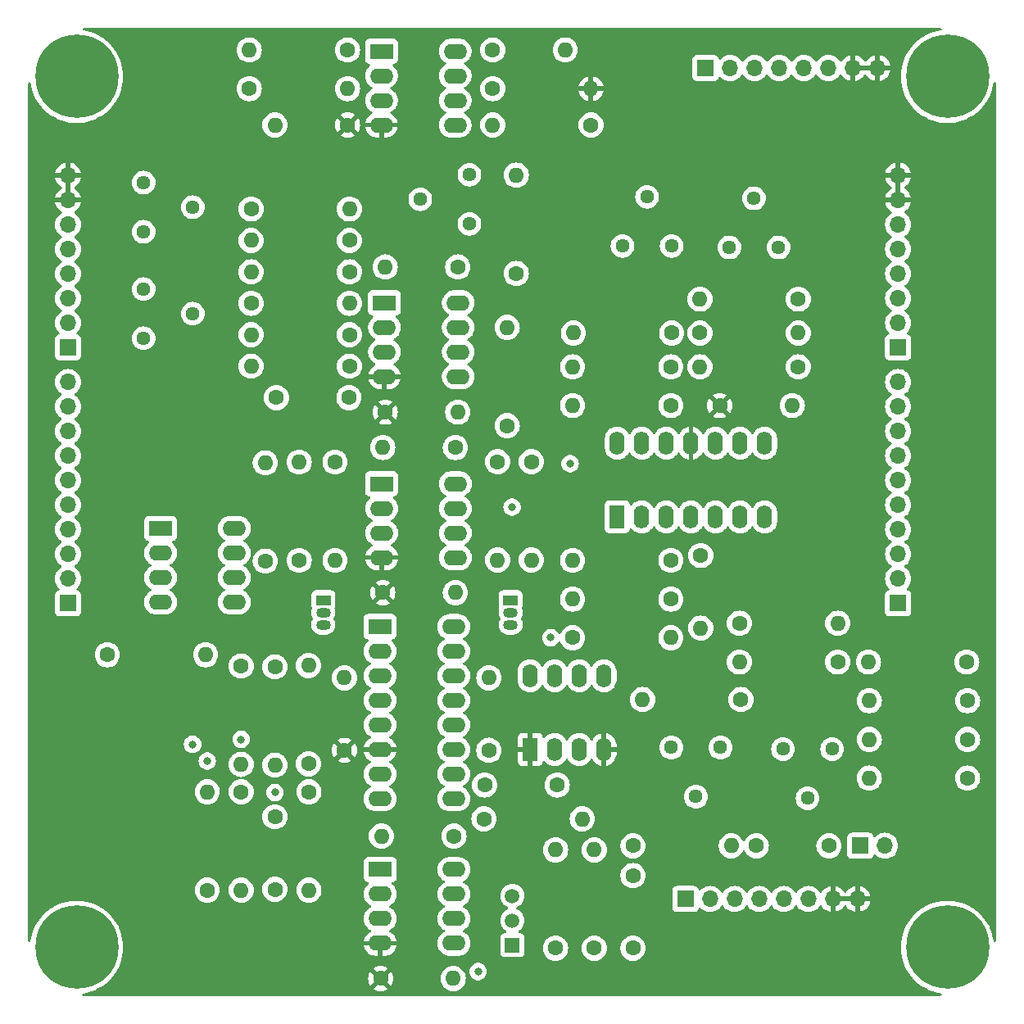
<source format=gbr>
%TF.GenerationSoftware,KiCad,Pcbnew,8.0.6*%
%TF.CreationDate,2024-12-08T11:54:58-05:00*%
%TF.ProjectId,SimpleSaw,53696d70-6c65-4536-9177-2e6b69636164,rev?*%
%TF.SameCoordinates,Original*%
%TF.FileFunction,Copper,L3,Inr*%
%TF.FilePolarity,Positive*%
%FSLAX46Y46*%
G04 Gerber Fmt 4.6, Leading zero omitted, Abs format (unit mm)*
G04 Created by KiCad (PCBNEW 8.0.6) date 2024-12-08 11:54:58*
%MOMM*%
%LPD*%
G01*
G04 APERTURE LIST*
%TA.AperFunction,ComponentPad*%
%ADD10C,1.600000*%
%TD*%
%TA.AperFunction,ComponentPad*%
%ADD11O,1.600000X1.600000*%
%TD*%
%TA.AperFunction,ComponentPad*%
%ADD12C,1.440000*%
%TD*%
%TA.AperFunction,ComponentPad*%
%ADD13R,1.700000X1.700000*%
%TD*%
%TA.AperFunction,ComponentPad*%
%ADD14O,1.700000X1.700000*%
%TD*%
%TA.AperFunction,ComponentPad*%
%ADD15C,8.600000*%
%TD*%
%TA.AperFunction,ComponentPad*%
%ADD16R,1.500000X1.500000*%
%TD*%
%TA.AperFunction,ComponentPad*%
%ADD17C,1.500000*%
%TD*%
%TA.AperFunction,ComponentPad*%
%ADD18R,2.400000X1.600000*%
%TD*%
%TA.AperFunction,ComponentPad*%
%ADD19O,2.400000X1.600000*%
%TD*%
%TA.AperFunction,ComponentPad*%
%ADD20R,1.600000X2.400000*%
%TD*%
%TA.AperFunction,ComponentPad*%
%ADD21O,1.600000X2.400000*%
%TD*%
%TA.AperFunction,ComponentPad*%
%ADD22R,1.500000X1.050000*%
%TD*%
%TA.AperFunction,ComponentPad*%
%ADD23O,1.500000X1.050000*%
%TD*%
%TA.AperFunction,ViaPad*%
%ADD24C,0.800000*%
%TD*%
G04 APERTURE END LIST*
D10*
%TO.N,Net-(U7C--)*%
%TO.C,R38*%
X66500000Y-31500000D03*
D11*
%TO.N,/SAW_OUT*%
X56340000Y-31500000D03*
%TD*%
D10*
%TO.N,/+12V*%
%TO.C,C14*%
X47600000Y-74635000D03*
D11*
%TO.N,GND*%
X47600000Y-67135000D03*
%TD*%
D12*
%TO.N,Net-(R12-Pad2)*%
%TO.C,RV3*%
X45595000Y-15140000D03*
%TO.N,Net-(U4B-+)*%
X40515000Y-17680000D03*
%TO.N,/-5V_BUFF*%
X45595000Y-20220000D03*
%TD*%
D10*
%TO.N,/+12V*%
%TO.C,C16*%
X44000000Y-83500000D03*
D11*
%TO.N,GND*%
X36500000Y-83500000D03*
%TD*%
D12*
%TO.N,Net-(R29-Pad1)*%
%TO.C,RV4*%
X66460000Y-74345000D03*
%TO.N,/+12V*%
X69000000Y-79425000D03*
X71540000Y-74345000D03*
%TD*%
D10*
%TO.N,/+5V_BUFF*%
%TO.C,R25*%
X62500000Y-84500000D03*
D11*
%TO.N,Net-(U6--)*%
X72660000Y-84500000D03*
%TD*%
D10*
%TO.N,/+12V*%
%TO.C,C12*%
X48000000Y-2250000D03*
D11*
%TO.N,GND*%
X55500000Y-2250000D03*
%TD*%
D13*
%TO.N,/+12V*%
%TO.C,J3*%
X89900000Y-33000000D03*
D14*
X89900000Y-30460000D03*
%TO.N,+5V*%
X89900000Y-27920000D03*
X89900000Y-25380000D03*
%TO.N,GND*%
X89900000Y-22840000D03*
X89900000Y-20300000D03*
%TO.N,/-12V*%
X89900000Y-17760000D03*
X89900000Y-15220000D03*
%TD*%
D15*
%TO.N,GND*%
%TO.C,H1*%
X5000000Y-5000000D03*
%TD*%
D10*
%TO.N,/SAW_OUT*%
%TO.C,R24*%
X47095000Y-81720000D03*
D11*
%TO.N,Net-(U6-+)*%
X57255000Y-81720000D03*
%TD*%
D10*
%TO.N,Net-(Q2-B)*%
%TO.C,R17*%
X28000000Y-55000000D03*
D11*
%TO.N,Net-(R17-Pad2)*%
X28000000Y-44840000D03*
%TD*%
D10*
%TO.N,Net-(C1-Pad1)*%
%TO.C,R11*%
X33195000Y-34930000D03*
D11*
%TO.N,Net-(U3A--)*%
X23035000Y-34930000D03*
%TD*%
D10*
%TO.N,Net-(R33-Pad1)*%
%TO.C,R33*%
X83660000Y-65500000D03*
D11*
%TO.N,Net-(U7B--)*%
X73500000Y-65500000D03*
%TD*%
D16*
%TO.N,Net-(Q4-D)*%
%TO.C,Q4*%
X50035000Y-94760000D03*
D17*
%TO.N,Net-(Q4-S)*%
X50035000Y-92220000D03*
%TO.N,Net-(Q4-G)*%
X50035000Y-89680000D03*
%TD*%
D10*
%TO.N,Net-(Q3-Pad10)*%
%TO.C,R27*%
X22000000Y-78920000D03*
D11*
%TO.N,Net-(C5-Pad2)*%
X22000000Y-89080000D03*
%TD*%
D10*
%TO.N,GND*%
%TO.C,R6*%
X22840000Y-6250000D03*
D11*
%TO.N,/+5V_NOBUFF*%
X33000000Y-6250000D03*
%TD*%
D18*
%TO.N,Net-(R10-Pad1)*%
%TO.C,U1*%
X36820000Y-28380000D03*
D19*
%TO.N,Net-(U1A--)*%
X36820000Y-30920000D03*
%TO.N,GND*%
X36820000Y-33460000D03*
%TO.N,/-12V*%
X36820000Y-36000000D03*
%TO.N,GND*%
X44440000Y-36000000D03*
%TO.N,Net-(U1B--)*%
X44440000Y-33460000D03*
%TO.N,Net-(R9-Pad2)*%
X44440000Y-30920000D03*
%TO.N,/+12V*%
X44440000Y-28380000D03*
%TD*%
D10*
%TO.N,Net-(J6-Pin_3)*%
%TO.C,R40*%
X97080000Y-69500000D03*
D11*
%TO.N,Net-(R39-Pad2)*%
X86920000Y-69500000D03*
%TD*%
D10*
%TO.N,Net-(R29-Pad1)*%
%TO.C,R29*%
X56260000Y-63000000D03*
D11*
%TO.N,Net-(U7A--)*%
X66420000Y-63000000D03*
%TD*%
D10*
%TO.N,Net-(U5A--)*%
%TO.C,R26*%
X29000000Y-78920000D03*
D11*
%TO.N,/+5V_BUFF*%
X29000000Y-89080000D03*
%TD*%
D10*
%TO.N,Net-(R13-Pad1)*%
%TO.C,R13*%
X52000000Y-44805000D03*
D11*
%TO.N,Net-(Q1-B)*%
X52000000Y-54965000D03*
%TD*%
D15*
%TO.N,GND*%
%TO.C,H2*%
X95000000Y-5000000D03*
%TD*%
D12*
%TO.N,Net-(R33-Pad1)*%
%TO.C,RV5*%
X78000000Y-74500000D03*
%TO.N,/+12V*%
X80540000Y-79580000D03*
X83080000Y-74500000D03*
%TD*%
D18*
%TO.N,Net-(C5-Pad2)*%
%TO.C,U5*%
X36380000Y-86960000D03*
D19*
%TO.N,Net-(U5A--)*%
X36380000Y-89500000D03*
%TO.N,GND*%
X36380000Y-92040000D03*
%TO.N,/-12V*%
X36380000Y-94580000D03*
%TO.N,GND*%
X44000000Y-94580000D03*
%TO.N,Net-(Q4-S)*%
X44000000Y-92040000D03*
%TO.N,/SAW_OUT*%
X44000000Y-89500000D03*
%TO.N,/+12V*%
X44000000Y-86960000D03*
%TD*%
D10*
%TO.N,/+5V_NOBUFF*%
%TO.C,R5*%
X33000000Y-2250000D03*
D11*
%TO.N,/+12V*%
X22840000Y-2250000D03*
%TD*%
D13*
%TO.N,/+12V*%
%TO.C,J7*%
X4110000Y-33000000D03*
D14*
X4110000Y-30460000D03*
%TO.N,+5V*%
X4110000Y-27920000D03*
X4110000Y-25380000D03*
%TO.N,GND*%
X4110000Y-22840000D03*
X4110000Y-20300000D03*
%TO.N,/-12V*%
X4110000Y-17760000D03*
X4110000Y-15220000D03*
%TD*%
D10*
%TO.N,Net-(R1-Pad2)*%
%TO.C,R3*%
X33195000Y-25180000D03*
D11*
%TO.N,Net-(U1A--)*%
X23035000Y-25180000D03*
%TD*%
D10*
%TO.N,Net-(U4A-+)*%
%TO.C,R23*%
X25500000Y-66000000D03*
D11*
%TO.N,Net-(Q3-Pad10)*%
X25500000Y-76160000D03*
%TD*%
D10*
%TO.N,GND*%
%TO.C,R12*%
X50440000Y-25340000D03*
D11*
%TO.N,Net-(R12-Pad2)*%
X50440000Y-15180000D03*
%TD*%
D10*
%TO.N,Net-(C1-Pad1)*%
%TO.C,C1*%
X33145000Y-38180000D03*
%TO.N,GND*%
X25645000Y-38180000D03*
%TD*%
%TO.N,Net-(U5A--)*%
%TO.C,C5*%
X25500000Y-81500000D03*
%TO.N,Net-(C5-Pad2)*%
X25500000Y-89000000D03*
%TD*%
%TO.N,/-12V*%
%TO.C,C7*%
X36895000Y-39680000D03*
D11*
%TO.N,GND*%
X44395000Y-39680000D03*
%TD*%
D10*
%TO.N,Net-(U7D--)*%
%TO.C,R43*%
X66420000Y-39000000D03*
D11*
%TO.N,Net-(R43-Pad2)*%
X56260000Y-39000000D03*
%TD*%
D10*
%TO.N,/+12V*%
%TO.C,C13*%
X44395000Y-24680000D03*
D11*
%TO.N,GND*%
X36895000Y-24680000D03*
%TD*%
D13*
%TO.N,/SYNC*%
%TO.C,J5*%
X86000000Y-84500000D03*
D14*
%TO.N,GND*%
X88540000Y-84500000D03*
%TD*%
D10*
%TO.N,GND*%
%TO.C,R14*%
X48500000Y-44805000D03*
D11*
%TO.N,Net-(Q1-E)*%
X48500000Y-54965000D03*
%TD*%
D10*
%TO.N,Net-(R37-Pad1)*%
%TO.C,R37*%
X79580000Y-28000000D03*
D11*
%TO.N,Net-(U7C--)*%
X69420000Y-28000000D03*
%TD*%
D13*
%TO.N,/+12V*%
%TO.C,J2*%
X67920000Y-90000000D03*
D14*
X70460000Y-90000000D03*
%TO.N,+5V*%
X73000000Y-90000000D03*
X75540000Y-90000000D03*
%TO.N,GND*%
X78080000Y-90000000D03*
X80620000Y-90000000D03*
%TO.N,/-12V*%
X83160000Y-90000000D03*
X85700000Y-90000000D03*
%TD*%
D10*
%TO.N,Net-(U6-+)*%
%TO.C,C4*%
X54675000Y-78220000D03*
%TO.N,Net-(Q4-G)*%
X47175000Y-78220000D03*
%TD*%
%TO.N,Net-(Q4-D)*%
%TO.C,R22*%
X58500000Y-95080000D03*
D11*
%TO.N,/SAW_OUT*%
X58500000Y-84920000D03*
%TD*%
D10*
%TO.N,Net-(R41-Pad1)*%
%TO.C,R41*%
X79580000Y-35000000D03*
D11*
%TO.N,Net-(U7D--)*%
X69420000Y-35000000D03*
%TD*%
D10*
%TO.N,Net-(U1A--)*%
%TO.C,R4*%
X23045000Y-28430000D03*
D11*
%TO.N,Net-(R10-Pad1)*%
X33205000Y-28430000D03*
%TD*%
D10*
%TO.N,Net-(U7B--)*%
%TO.C,R35*%
X73500000Y-61500000D03*
D11*
%TO.N,Net-(R35-Pad2)*%
X83660000Y-61500000D03*
%TD*%
D10*
%TO.N,/-12V*%
%TO.C,C8*%
X32675000Y-74635000D03*
D11*
%TO.N,GND*%
X32675000Y-67135000D03*
%TD*%
D13*
%TO.N,Net-(J6-Pin_1)*%
%TO.C,J6*%
X89900000Y-59436000D03*
D14*
%TO.N,Net-(J6-Pin_2)*%
X89900000Y-56896000D03*
%TO.N,Net-(J6-Pin_3)*%
X89900000Y-54356000D03*
%TO.N,Net-(J6-Pin_4)*%
X89900000Y-51816000D03*
%TO.N,TRIGGER_IN*%
X89900000Y-49276000D03*
X89900000Y-46736000D03*
%TO.N,GATE_IN*%
X89900000Y-44196000D03*
X89900000Y-41656000D03*
%TO.N,GND*%
X89900000Y-39116000D03*
%TO.N,+5V*%
X89900000Y-36576000D03*
%TD*%
D12*
%TO.N,Net-(R41-Pad1)*%
%TO.C,RV7*%
X77540000Y-22655000D03*
%TO.N,/+12V*%
X75000000Y-17575000D03*
X72460000Y-22655000D03*
%TD*%
D13*
%TO.N,/CV1*%
%TO.C,J4*%
X4110000Y-59436000D03*
D14*
%TO.N,/CV2*%
X4110000Y-56896000D03*
%TO.N,/CV3*%
X4110000Y-54356000D03*
%TO.N,/CV4*%
X4110000Y-51816000D03*
%TO.N,TRIGGER_IN*%
X4110000Y-49276000D03*
X4110000Y-46736000D03*
%TO.N,GATE_IN*%
X4110000Y-44196000D03*
X4110000Y-41656000D03*
%TO.N,GND*%
X4110000Y-39116000D03*
%TO.N,+5V*%
X4110000Y-36576000D03*
%TD*%
D10*
%TO.N,Net-(U7C--)*%
%TO.C,R39*%
X69420000Y-31500000D03*
D11*
%TO.N,Net-(R39-Pad2)*%
X79580000Y-31500000D03*
%TD*%
D10*
%TO.N,Net-(J6-Pin_2)*%
%TO.C,R36*%
X97080000Y-73500000D03*
D11*
%TO.N,Net-(R35-Pad2)*%
X86920000Y-73500000D03*
%TD*%
D10*
%TO.N,/-12V*%
%TO.C,C9*%
X36645000Y-58335000D03*
D11*
%TO.N,GND*%
X44145000Y-58335000D03*
%TD*%
D10*
%TO.N,/SYNC*%
%TO.C,C3*%
X82750000Y-84500000D03*
%TO.N,Net-(U6--)*%
X75250000Y-84500000D03*
%TD*%
D18*
%TO.N,Net-(Q2-C)*%
%TO.C,U3*%
X36350000Y-61845000D03*
D19*
%TO.N,unconnected-(U3C-DIODE_BIAS-Pad2)*%
X36350000Y-64385000D03*
%TO.N,GND*%
X36350000Y-66925000D03*
%TO.N,Net-(U3A--)*%
X36350000Y-69465000D03*
%TO.N,GND*%
X36350000Y-72005000D03*
%TO.N,/-12V*%
X36350000Y-74545000D03*
%TO.N,N/C*%
X36350000Y-77085000D03*
X36350000Y-79625000D03*
X43970000Y-79625000D03*
X43970000Y-77085000D03*
%TO.N,/+12V*%
X43970000Y-74545000D03*
%TO.N,Net-(U3A--)*%
X43970000Y-72005000D03*
X43970000Y-69465000D03*
%TO.N,GND*%
X43970000Y-66925000D03*
%TO.N,unconnected-(U3A-DIODE_BIAS-Pad15)*%
X43970000Y-64385000D03*
%TO.N,Net-(Q1-C)*%
X43970000Y-61845000D03*
%TD*%
D10*
%TO.N,/-5V_NOBUFF*%
%TO.C,R7*%
X48000000Y-6250000D03*
D11*
%TO.N,/-12V*%
X58160000Y-6250000D03*
%TD*%
D10*
%TO.N,/-12V*%
%TO.C,C6*%
X33000000Y-10000000D03*
D11*
%TO.N,GND*%
X25500000Y-10000000D03*
%TD*%
D10*
%TO.N,Net-(U7D--)*%
%TO.C,R42*%
X66420000Y-35000000D03*
D11*
%TO.N,/SAW_OUT*%
X56260000Y-35000000D03*
%TD*%
D10*
%TO.N,Net-(Q4-S)*%
%TO.C,C2*%
X62500000Y-87580000D03*
%TO.N,Net-(Q4-D)*%
X62500000Y-95080000D03*
%TD*%
%TO.N,GND*%
%TO.C,R15*%
X31705000Y-44840000D03*
D11*
%TO.N,Net-(Q2-E)*%
X31705000Y-55000000D03*
%TD*%
D18*
%TO.N,/+5V_BUFF*%
%TO.C,U2*%
X36500000Y-2380000D03*
D19*
X36500000Y-4920000D03*
%TO.N,/+5V_NOBUFF*%
X36500000Y-7460000D03*
%TO.N,/-12V*%
X36500000Y-10000000D03*
%TO.N,/-5V_NOBUFF*%
X44120000Y-10000000D03*
%TO.N,/-5V_BUFF*%
X44120000Y-7460000D03*
X44120000Y-4920000D03*
%TO.N,/+12V*%
X44120000Y-2380000D03*
%TD*%
D20*
%TO.N,/-12V*%
%TO.C,U6*%
X51875000Y-74545000D03*
D21*
%TO.N,Net-(U6-+)*%
X54415000Y-74545000D03*
%TO.N,Net-(U6--)*%
X56955000Y-74545000D03*
%TO.N,/-12V*%
X59495000Y-74545000D03*
%TO.N,/+12V*%
X59495000Y-66925000D03*
X56955000Y-66925000D03*
%TO.N,Net-(Q4-G)*%
X54415000Y-66925000D03*
%TO.N,/+12V*%
X51875000Y-66925000D03*
%TD*%
D10*
%TO.N,Net-(J6-Pin_4)*%
%TO.C,R44*%
X97000000Y-65500000D03*
D11*
%TO.N,Net-(R43-Pad2)*%
X86840000Y-65500000D03*
%TD*%
D10*
%TO.N,Net-(J6-Pin_1)*%
%TO.C,R31*%
X97080000Y-77500000D03*
D11*
%TO.N,Net-(R30-Pad2)*%
X86920000Y-77500000D03*
%TD*%
D12*
%TO.N,/+5V_BUFF*%
%TO.C,RV1*%
X11920000Y-21040000D03*
%TO.N,Net-(R1-Pad1)*%
X17000000Y-18500000D03*
%TO.N,/-5V_BUFF*%
X11920000Y-15960000D03*
%TD*%
D22*
%TO.N,Net-(Q2-E)*%
%TO.C,Q2*%
X30490000Y-59115000D03*
D23*
%TO.N,Net-(Q2-B)*%
X30490000Y-60385000D03*
%TO.N,Net-(Q2-C)*%
X30490000Y-61655000D03*
%TD*%
D15*
%TO.N,GND*%
%TO.C,H4*%
X95000000Y-95000000D03*
%TD*%
D10*
%TO.N,/-12V*%
%TO.C,C11*%
X71460000Y-39000000D03*
D11*
%TO.N,GND*%
X78960000Y-39000000D03*
%TD*%
D10*
%TO.N,Net-(R1-Pad2)*%
%TO.C,R2*%
X33195000Y-21930000D03*
D11*
%TO.N,Net-(R2-Pad2)*%
X23035000Y-21930000D03*
%TD*%
D10*
%TO.N,GND*%
%TO.C,R28*%
X54500000Y-95080000D03*
D11*
%TO.N,Net-(Q4-G)*%
X54500000Y-84920000D03*
%TD*%
D22*
%TO.N,Net-(Q1-E)*%
%TO.C,Q1*%
X49850000Y-59115000D03*
D23*
%TO.N,Net-(Q1-B)*%
X49850000Y-60385000D03*
%TO.N,Net-(Q1-C)*%
X49850000Y-61655000D03*
%TD*%
D18*
%TO.N,Net-(R17-Pad2)*%
%TO.C,U4*%
X36525000Y-47085000D03*
D19*
%TO.N,Net-(U4A--)*%
X36525000Y-49625000D03*
%TO.N,Net-(U4A-+)*%
X36525000Y-52165000D03*
%TO.N,/-12V*%
X36525000Y-54705000D03*
%TO.N,Net-(U4B-+)*%
X44145000Y-54705000D03*
%TO.N,Net-(Q1-E)*%
X44145000Y-52165000D03*
%TO.N,Net-(R13-Pad1)*%
X44145000Y-49625000D03*
%TO.N,/+12V*%
X44145000Y-47085000D03*
%TD*%
D12*
%TO.N,Net-(R9-Pad2)*%
%TO.C,RV2*%
X11920000Y-32040000D03*
%TO.N,Net-(R2-Pad2)*%
X17000000Y-29500000D03*
%TO.N,GND*%
X11920000Y-26960000D03*
%TD*%
D10*
%TO.N,Net-(U7B--)*%
%TO.C,R34*%
X73660000Y-69380000D03*
D11*
%TO.N,/SAW_OUT*%
X63500000Y-69380000D03*
%TD*%
D10*
%TO.N,Net-(U7A--)*%
%TO.C,R32*%
X66420000Y-59000000D03*
D11*
%TO.N,/SAW_OUT*%
X56260000Y-59000000D03*
%TD*%
D10*
%TO.N,/-12V*%
%TO.C,C10*%
X36425000Y-98220000D03*
D11*
%TO.N,GND*%
X43925000Y-98220000D03*
%TD*%
D18*
%TO.N,/CV1*%
%TO.C,SW1*%
X13675000Y-51700000D03*
D19*
%TO.N,/CV2*%
X13675000Y-54240000D03*
%TO.N,/CV3*%
X13675000Y-56780000D03*
%TO.N,/CV4*%
X13675000Y-59320000D03*
%TO.N,Net-(R1-Pad2)*%
X21295000Y-59320000D03*
X21295000Y-56780000D03*
X21295000Y-54240000D03*
X21295000Y-51700000D03*
%TD*%
D10*
%TO.N,GND*%
%TO.C,R16*%
X18500000Y-89080000D03*
D11*
X18500000Y-78920000D03*
%TD*%
D20*
%TO.N,Net-(R30-Pad2)*%
%TO.C,U7*%
X60875000Y-50500000D03*
D21*
%TO.N,Net-(U7A--)*%
X63415000Y-50500000D03*
%TO.N,GND*%
X65955000Y-50500000D03*
%TO.N,/+12V*%
X68495000Y-50500000D03*
%TO.N,GND*%
X71035000Y-50500000D03*
%TO.N,Net-(U7B--)*%
X73575000Y-50500000D03*
%TO.N,Net-(R35-Pad2)*%
X76115000Y-50500000D03*
%TO.N,Net-(R39-Pad2)*%
X76115000Y-42880000D03*
%TO.N,Net-(U7C--)*%
X73575000Y-42880000D03*
%TO.N,GND*%
X71035000Y-42880000D03*
%TO.N,/-12V*%
X68495000Y-42880000D03*
%TO.N,GND*%
X65955000Y-42880000D03*
%TO.N,Net-(U7D--)*%
X63415000Y-42880000D03*
%TO.N,Net-(R43-Pad2)*%
X60875000Y-42880000D03*
%TD*%
D15*
%TO.N,GND*%
%TO.C,H3*%
X5000000Y-95000000D03*
%TD*%
D12*
%TO.N,Net-(R37-Pad1)*%
%TO.C,RV6*%
X66500000Y-22500000D03*
%TO.N,/+12V*%
X63960000Y-17420000D03*
X61420000Y-22500000D03*
%TD*%
D10*
%TO.N,/+12V*%
%TO.C,C15*%
X44145000Y-43335000D03*
D11*
%TO.N,GND*%
X36645000Y-43335000D03*
%TD*%
D10*
%TO.N,Net-(U1B--)*%
%TO.C,R9*%
X49500000Y-41080000D03*
D11*
%TO.N,Net-(R9-Pad2)*%
X49500000Y-30920000D03*
%TD*%
D10*
%TO.N,GND*%
%TO.C,R21*%
X28970000Y-76025000D03*
D11*
%TO.N,Net-(U4A-+)*%
X28970000Y-65865000D03*
%TD*%
D10*
%TO.N,GND*%
%TO.C,R8*%
X58160000Y-10000000D03*
D11*
%TO.N,/-5V_NOBUFF*%
X48000000Y-10000000D03*
%TD*%
D10*
%TO.N,Net-(R10-Pad1)*%
%TO.C,R10*%
X33195000Y-31680000D03*
D11*
%TO.N,Net-(U3A--)*%
X23035000Y-31680000D03*
%TD*%
D10*
%TO.N,Net-(R1-Pad1)*%
%TO.C,R1*%
X23045000Y-18680000D03*
D11*
%TO.N,Net-(R1-Pad2)*%
X33205000Y-18680000D03*
%TD*%
D10*
%TO.N,Net-(Q3-Pad14)*%
%TO.C,R19*%
X8170000Y-64750000D03*
D11*
%TO.N,/+5V_BUFF*%
X18330000Y-64750000D03*
%TD*%
D10*
%TO.N,Net-(Q2-E)*%
%TO.C,R18*%
X24500000Y-55080000D03*
D11*
%TO.N,Net-(U4A--)*%
X24500000Y-44920000D03*
%TD*%
D10*
%TO.N,Net-(U7A--)*%
%TO.C,R30*%
X66420000Y-55000000D03*
D11*
%TO.N,Net-(R30-Pad2)*%
X56260000Y-55000000D03*
%TD*%
D13*
%TO.N,/+12V*%
%TO.C,J1*%
X70000000Y-4110000D03*
D14*
X72540000Y-4110000D03*
%TO.N,+5V*%
X75080000Y-4110000D03*
X77620000Y-4110000D03*
%TO.N,GND*%
X80160000Y-4110000D03*
X82700000Y-4110000D03*
%TO.N,/-12V*%
X85240000Y-4110000D03*
X87780000Y-4110000D03*
%TD*%
D10*
%TO.N,/+12V*%
%TO.C,C17*%
X69500000Y-54500000D03*
D11*
%TO.N,GND*%
X69500000Y-62000000D03*
%TD*%
D10*
%TO.N,Net-(U4A--)*%
%TO.C,R20*%
X22000000Y-65920000D03*
D11*
%TO.N,Net-(Q3-Pad12)*%
X22000000Y-76080000D03*
%TD*%
D24*
%TO.N,GND*%
X18500000Y-75750000D03*
X56000000Y-45000000D03*
X22000000Y-73500000D03*
X54000000Y-63000000D03*
X25500000Y-79000000D03*
%TO.N,Net-(U1B--)*%
X50000000Y-49500000D03*
X16987347Y-74012653D03*
%TO.N,/+5V_BUFF*%
X46500000Y-97500000D03*
%TD*%
%TA.AperFunction,Conductor*%
%TO.N,/-12V*%
G36*
X85234075Y-89807007D02*
G01*
X85200000Y-89934174D01*
X85200000Y-90065826D01*
X85234075Y-90192993D01*
X85266988Y-90250000D01*
X83593012Y-90250000D01*
X83625925Y-90192993D01*
X83660000Y-90065826D01*
X83660000Y-89934174D01*
X83625925Y-89807007D01*
X83593012Y-89750000D01*
X85266988Y-89750000D01*
X85234075Y-89807007D01*
G37*
%TD.AperFunction*%
%TA.AperFunction,Conductor*%
G36*
X4360000Y-17326988D02*
G01*
X4302993Y-17294075D01*
X4175826Y-17260000D01*
X4044174Y-17260000D01*
X3917007Y-17294075D01*
X3860000Y-17326988D01*
X3860000Y-15653012D01*
X3917007Y-15685925D01*
X4044174Y-15720000D01*
X4175826Y-15720000D01*
X4302993Y-15685925D01*
X4360000Y-15653012D01*
X4360000Y-17326988D01*
G37*
%TD.AperFunction*%
%TA.AperFunction,Conductor*%
G36*
X90150000Y-17326988D02*
G01*
X90092993Y-17294075D01*
X89965826Y-17260000D01*
X89834174Y-17260000D01*
X89707007Y-17294075D01*
X89650000Y-17326988D01*
X89650000Y-15653012D01*
X89707007Y-15685925D01*
X89834174Y-15720000D01*
X89965826Y-15720000D01*
X90092993Y-15685925D01*
X90150000Y-15653012D01*
X90150000Y-17326988D01*
G37*
%TD.AperFunction*%
%TA.AperFunction,Conductor*%
G36*
X87314075Y-3917007D02*
G01*
X87280000Y-4044174D01*
X87280000Y-4175826D01*
X87314075Y-4302993D01*
X87346988Y-4360000D01*
X85673012Y-4360000D01*
X85705925Y-4302993D01*
X85740000Y-4175826D01*
X85740000Y-4044174D01*
X85705925Y-3917007D01*
X85673012Y-3860000D01*
X87346988Y-3860000D01*
X87314075Y-3917007D01*
G37*
%TD.AperFunction*%
%TA.AperFunction,Conductor*%
G36*
X94356566Y-19685D02*
G01*
X94402321Y-72489D01*
X94412265Y-141647D01*
X94383240Y-205203D01*
X94324462Y-242977D01*
X94311668Y-246007D01*
X93930704Y-315142D01*
X93515080Y-429847D01*
X93515055Y-429855D01*
X93111386Y-581354D01*
X93111372Y-581360D01*
X92722906Y-768436D01*
X92722904Y-768437D01*
X92352743Y-989599D01*
X92003931Y-1243026D01*
X92003914Y-1243039D01*
X91679210Y-1526726D01*
X91679205Y-1526730D01*
X91381237Y-1838379D01*
X91381225Y-1838392D01*
X91112404Y-2175485D01*
X91112394Y-2175498D01*
X90874867Y-2535337D01*
X90874867Y-2535338D01*
X90670537Y-2915044D01*
X90670533Y-2915052D01*
X90501076Y-3311519D01*
X90501073Y-3311527D01*
X90367830Y-3721608D01*
X90271885Y-4141972D01*
X90214006Y-4569253D01*
X90214005Y-4569262D01*
X90194661Y-4999996D01*
X90194661Y-5000003D01*
X90214005Y-5430737D01*
X90214006Y-5430746D01*
X90271885Y-5858027D01*
X90367830Y-6278391D01*
X90501073Y-6688472D01*
X90501076Y-6688480D01*
X90670533Y-7084947D01*
X90670537Y-7084955D01*
X90670539Y-7084958D01*
X90874863Y-7464655D01*
X90874867Y-7464661D01*
X90874867Y-7464662D01*
X91112394Y-7824501D01*
X91112404Y-7824514D01*
X91381225Y-8161607D01*
X91381235Y-8161618D01*
X91381236Y-8161619D01*
X91679210Y-8473274D01*
X91898910Y-8665220D01*
X91979455Y-8735591D01*
X92003920Y-8756965D01*
X92003930Y-8756972D01*
X92003931Y-8756973D01*
X92349486Y-9008034D01*
X92352753Y-9010407D01*
X92722900Y-9231560D01*
X92722903Y-9231561D01*
X92722904Y-9231562D01*
X92722906Y-9231563D01*
X93111372Y-9418639D01*
X93111386Y-9418645D01*
X93515055Y-9570144D01*
X93515059Y-9570145D01*
X93515069Y-9570149D01*
X93930711Y-9684859D01*
X94354964Y-9761850D01*
X94784409Y-9800500D01*
X94784416Y-9800500D01*
X95215584Y-9800500D01*
X95215591Y-9800500D01*
X95645036Y-9761850D01*
X96069289Y-9684859D01*
X96484931Y-9570149D01*
X96888619Y-9418643D01*
X97277100Y-9231560D01*
X97647247Y-9010407D01*
X97996080Y-8756965D01*
X98320790Y-8473274D01*
X98618764Y-8161619D01*
X98634719Y-8141613D01*
X98887595Y-7824514D01*
X98887601Y-7824507D01*
X99125137Y-7464655D01*
X99329461Y-7084958D01*
X99498926Y-6688475D01*
X99632168Y-6278397D01*
X99728115Y-5858026D01*
X99753122Y-5673411D01*
X99781628Y-5609623D01*
X99840095Y-5571370D01*
X99909963Y-5570800D01*
X99969047Y-5608093D01*
X99998590Y-5671410D01*
X100000000Y-5690058D01*
X100000000Y-94309941D01*
X99980315Y-94376980D01*
X99927511Y-94422735D01*
X99858353Y-94432679D01*
X99794797Y-94403654D01*
X99757023Y-94344876D01*
X99753122Y-94326586D01*
X99728115Y-94141974D01*
X99632168Y-93721603D01*
X99498926Y-93311525D01*
X99379437Y-93031966D01*
X99329466Y-92915052D01*
X99329462Y-92915044D01*
X99314489Y-92887219D01*
X99125137Y-92535345D01*
X99125132Y-92535337D01*
X98887605Y-92175498D01*
X98887595Y-92175485D01*
X98618774Y-91838392D01*
X98618762Y-91838379D01*
X98573145Y-91790668D01*
X98320790Y-91526726D01*
X98031409Y-91273901D01*
X97996085Y-91243039D01*
X97996068Y-91243026D01*
X97647256Y-90989599D01*
X97647251Y-90989596D01*
X97647247Y-90989593D01*
X97277100Y-90768440D01*
X97277095Y-90768437D01*
X97277093Y-90768436D01*
X96888627Y-90581360D01*
X96888613Y-90581354D01*
X96484944Y-90429855D01*
X96484919Y-90429847D01*
X96069295Y-90315142D01*
X95645043Y-90238151D01*
X95645040Y-90238150D01*
X95645036Y-90238150D01*
X95215591Y-90199500D01*
X94784409Y-90199500D01*
X94354964Y-90238150D01*
X94354960Y-90238150D01*
X94354956Y-90238151D01*
X93930704Y-90315142D01*
X93515080Y-90429847D01*
X93515055Y-90429855D01*
X93111386Y-90581354D01*
X93111372Y-90581360D01*
X92722906Y-90768436D01*
X92722904Y-90768437D01*
X92352743Y-90989599D01*
X92003931Y-91243026D01*
X92003914Y-91243039D01*
X91679210Y-91526726D01*
X91679205Y-91526730D01*
X91381237Y-91838379D01*
X91381225Y-91838392D01*
X91112404Y-92175485D01*
X91112394Y-92175498D01*
X90874867Y-92535337D01*
X90874867Y-92535338D01*
X90874864Y-92535343D01*
X90874863Y-92535345D01*
X90872776Y-92539223D01*
X90670537Y-92915044D01*
X90670533Y-92915052D01*
X90501076Y-93311519D01*
X90501073Y-93311527D01*
X90367830Y-93721608D01*
X90271885Y-94141972D01*
X90214006Y-94569253D01*
X90214005Y-94569262D01*
X90194661Y-94999996D01*
X90194661Y-95000003D01*
X90214005Y-95430737D01*
X90214005Y-95430745D01*
X90214006Y-95430747D01*
X90233136Y-95571971D01*
X90271885Y-95858027D01*
X90367830Y-96278391D01*
X90501073Y-96688472D01*
X90501076Y-96688480D01*
X90670533Y-97084947D01*
X90670537Y-97084955D01*
X90738647Y-97211523D01*
X90874863Y-97464655D01*
X90874867Y-97464661D01*
X90874867Y-97464662D01*
X91112394Y-97824501D01*
X91112404Y-97824514D01*
X91381225Y-98161607D01*
X91381237Y-98161620D01*
X91671878Y-98465606D01*
X91679210Y-98473274D01*
X92003920Y-98756965D01*
X92003930Y-98756972D01*
X92003931Y-98756973D01*
X92263377Y-98945472D01*
X92352753Y-99010407D01*
X92722900Y-99231560D01*
X92722903Y-99231561D01*
X92722904Y-99231562D01*
X92722906Y-99231563D01*
X93111372Y-99418639D01*
X93111386Y-99418645D01*
X93515055Y-99570144D01*
X93515059Y-99570145D01*
X93515069Y-99570149D01*
X93930711Y-99684859D01*
X94261902Y-99744961D01*
X94311668Y-99753993D01*
X94374115Y-99785331D01*
X94409706Y-99845457D01*
X94407141Y-99915279D01*
X94367234Y-99972631D01*
X94302656Y-99999303D01*
X94289527Y-100000000D01*
X5710473Y-100000000D01*
X5643434Y-99980315D01*
X5597679Y-99927511D01*
X5587735Y-99858353D01*
X5616760Y-99794797D01*
X5675538Y-99757023D01*
X5688332Y-99753993D01*
X5729249Y-99746567D01*
X6069289Y-99684859D01*
X6484931Y-99570149D01*
X6888619Y-99418643D01*
X7277100Y-99231560D01*
X7647247Y-99010407D01*
X7996080Y-98756965D01*
X8320790Y-98473274D01*
X8562949Y-98219997D01*
X35120034Y-98219997D01*
X35120034Y-98220002D01*
X35139858Y-98446599D01*
X35139860Y-98446610D01*
X35198730Y-98666317D01*
X35198735Y-98666331D01*
X35294863Y-98872478D01*
X35345974Y-98945472D01*
X36025000Y-98266446D01*
X36025000Y-98272661D01*
X36052259Y-98374394D01*
X36104920Y-98465606D01*
X36179394Y-98540080D01*
X36270606Y-98592741D01*
X36372339Y-98620000D01*
X36378553Y-98620000D01*
X35699526Y-99299025D01*
X35772513Y-99350132D01*
X35772521Y-99350136D01*
X35978668Y-99446264D01*
X35978682Y-99446269D01*
X36198389Y-99505139D01*
X36198400Y-99505141D01*
X36424998Y-99524966D01*
X36425002Y-99524966D01*
X36651599Y-99505141D01*
X36651610Y-99505139D01*
X36871317Y-99446269D01*
X36871331Y-99446264D01*
X37077478Y-99350136D01*
X37150471Y-99299024D01*
X36471447Y-98620000D01*
X36477661Y-98620000D01*
X36579394Y-98592741D01*
X36670606Y-98540080D01*
X36745080Y-98465606D01*
X36797741Y-98374394D01*
X36825000Y-98272661D01*
X36825000Y-98266447D01*
X37504024Y-98945471D01*
X37555136Y-98872478D01*
X37651264Y-98666331D01*
X37651269Y-98666317D01*
X37710139Y-98446610D01*
X37710141Y-98446599D01*
X37729966Y-98220002D01*
X37729966Y-98219998D01*
X42619532Y-98219998D01*
X42619532Y-98220001D01*
X42639364Y-98446686D01*
X42639366Y-98446697D01*
X42698258Y-98666488D01*
X42698261Y-98666497D01*
X42794431Y-98872732D01*
X42794432Y-98872734D01*
X42924954Y-99059141D01*
X43085858Y-99220045D01*
X43085861Y-99220047D01*
X43272266Y-99350568D01*
X43478504Y-99446739D01*
X43698308Y-99505635D01*
X43860230Y-99519801D01*
X43924998Y-99525468D01*
X43925000Y-99525468D01*
X43925002Y-99525468D01*
X43981673Y-99520509D01*
X44151692Y-99505635D01*
X44371496Y-99446739D01*
X44577734Y-99350568D01*
X44764139Y-99220047D01*
X44925047Y-99059139D01*
X45055568Y-98872734D01*
X45151739Y-98666496D01*
X45210635Y-98446692D01*
X45230468Y-98220000D01*
X45210635Y-97993308D01*
X45151739Y-97773504D01*
X45055568Y-97567266D01*
X45008468Y-97500000D01*
X45594540Y-97500000D01*
X45614326Y-97688256D01*
X45614327Y-97688259D01*
X45672818Y-97868277D01*
X45672821Y-97868284D01*
X45767467Y-98032216D01*
X45797532Y-98065606D01*
X45894129Y-98172888D01*
X46047265Y-98284148D01*
X46047270Y-98284151D01*
X46220192Y-98361142D01*
X46220197Y-98361144D01*
X46405354Y-98400500D01*
X46405355Y-98400500D01*
X46594644Y-98400500D01*
X46594646Y-98400500D01*
X46779803Y-98361144D01*
X46952730Y-98284151D01*
X47105871Y-98172888D01*
X47232533Y-98032216D01*
X47327179Y-97868284D01*
X47385674Y-97688256D01*
X47405460Y-97500000D01*
X47385674Y-97311744D01*
X47327179Y-97131716D01*
X47232533Y-96967784D01*
X47105871Y-96827112D01*
X47105870Y-96827111D01*
X46952734Y-96715851D01*
X46952729Y-96715848D01*
X46779807Y-96638857D01*
X46779802Y-96638855D01*
X46634001Y-96607865D01*
X46594646Y-96599500D01*
X46405354Y-96599500D01*
X46372897Y-96606398D01*
X46220197Y-96638855D01*
X46220192Y-96638857D01*
X46047270Y-96715848D01*
X46047265Y-96715851D01*
X45894129Y-96827111D01*
X45767466Y-96967785D01*
X45672821Y-97131715D01*
X45672818Y-97131722D01*
X45614327Y-97311740D01*
X45614326Y-97311744D01*
X45594540Y-97500000D01*
X45008468Y-97500000D01*
X44925047Y-97380861D01*
X44925045Y-97380858D01*
X44764141Y-97219954D01*
X44577734Y-97089432D01*
X44577732Y-97089431D01*
X44371497Y-96993261D01*
X44371488Y-96993258D01*
X44151697Y-96934366D01*
X44151693Y-96934365D01*
X44151692Y-96934365D01*
X44151691Y-96934364D01*
X44151686Y-96934364D01*
X43925002Y-96914532D01*
X43924998Y-96914532D01*
X43698313Y-96934364D01*
X43698302Y-96934366D01*
X43478511Y-96993258D01*
X43478502Y-96993261D01*
X43272267Y-97089431D01*
X43272265Y-97089432D01*
X43085858Y-97219954D01*
X42924954Y-97380858D01*
X42794432Y-97567265D01*
X42794431Y-97567267D01*
X42698261Y-97773502D01*
X42698258Y-97773511D01*
X42639366Y-97993302D01*
X42639364Y-97993313D01*
X42619532Y-98219998D01*
X37729966Y-98219998D01*
X37729966Y-98219997D01*
X37710141Y-97993400D01*
X37710139Y-97993389D01*
X37651269Y-97773682D01*
X37651264Y-97773668D01*
X37555136Y-97567521D01*
X37555132Y-97567513D01*
X37504025Y-97494526D01*
X36825000Y-98173551D01*
X36825000Y-98167339D01*
X36797741Y-98065606D01*
X36745080Y-97974394D01*
X36670606Y-97899920D01*
X36579394Y-97847259D01*
X36477661Y-97820000D01*
X36471448Y-97820000D01*
X37150472Y-97140974D01*
X37077478Y-97089863D01*
X36871331Y-96993735D01*
X36871317Y-96993730D01*
X36651610Y-96934860D01*
X36651599Y-96934858D01*
X36425002Y-96915034D01*
X36424998Y-96915034D01*
X36198400Y-96934858D01*
X36198389Y-96934860D01*
X35978682Y-96993730D01*
X35978673Y-96993734D01*
X35772516Y-97089866D01*
X35772512Y-97089868D01*
X35699526Y-97140973D01*
X35699526Y-97140974D01*
X36378553Y-97820000D01*
X36372339Y-97820000D01*
X36270606Y-97847259D01*
X36179394Y-97899920D01*
X36104920Y-97974394D01*
X36052259Y-98065606D01*
X36025000Y-98167339D01*
X36025000Y-98173552D01*
X35345974Y-97494526D01*
X35345973Y-97494526D01*
X35294868Y-97567512D01*
X35294866Y-97567516D01*
X35198734Y-97773673D01*
X35198730Y-97773682D01*
X35139860Y-97993389D01*
X35139858Y-97993400D01*
X35120034Y-98219997D01*
X8562949Y-98219997D01*
X8618764Y-98161619D01*
X8887601Y-97824507D01*
X9125137Y-97464655D01*
X9329461Y-97084958D01*
X9498926Y-96688475D01*
X9632168Y-96278397D01*
X9728115Y-95858026D01*
X9785994Y-95430747D01*
X9805339Y-95000000D01*
X9785994Y-94569253D01*
X9728115Y-94141974D01*
X9632168Y-93721603D01*
X9498926Y-93311525D01*
X9379437Y-93031966D01*
X9329466Y-92915052D01*
X9329462Y-92915044D01*
X9314489Y-92887219D01*
X9125137Y-92535345D01*
X9125132Y-92535337D01*
X8887605Y-92175498D01*
X8887595Y-92175485D01*
X8618774Y-91838392D01*
X8618762Y-91838379D01*
X8573145Y-91790668D01*
X8320790Y-91526726D01*
X8031409Y-91273901D01*
X7996085Y-91243039D01*
X7996068Y-91243026D01*
X7647256Y-90989599D01*
X7647251Y-90989596D01*
X7647247Y-90989593D01*
X7277100Y-90768440D01*
X7277095Y-90768437D01*
X7277093Y-90768436D01*
X6888627Y-90581360D01*
X6888613Y-90581354D01*
X6484944Y-90429855D01*
X6484919Y-90429847D01*
X6069295Y-90315142D01*
X5645043Y-90238151D01*
X5645040Y-90238150D01*
X5645036Y-90238150D01*
X5215591Y-90199500D01*
X4784409Y-90199500D01*
X4354964Y-90238150D01*
X4354960Y-90238150D01*
X4354956Y-90238151D01*
X3930704Y-90315142D01*
X3515080Y-90429847D01*
X3515055Y-90429855D01*
X3111386Y-90581354D01*
X3111372Y-90581360D01*
X2722906Y-90768436D01*
X2722904Y-90768437D01*
X2352743Y-90989599D01*
X2003931Y-91243026D01*
X2003914Y-91243039D01*
X1679210Y-91526726D01*
X1679205Y-91526730D01*
X1381237Y-91838379D01*
X1381225Y-91838392D01*
X1112404Y-92175485D01*
X1112394Y-92175498D01*
X874867Y-92535337D01*
X874867Y-92535338D01*
X874864Y-92535343D01*
X874863Y-92535345D01*
X872776Y-92539223D01*
X670537Y-92915044D01*
X670533Y-92915052D01*
X501076Y-93311519D01*
X501073Y-93311527D01*
X367830Y-93721608D01*
X271885Y-94141972D01*
X271885Y-94141974D01*
X249133Y-94309941D01*
X246878Y-94326586D01*
X218372Y-94390376D01*
X159905Y-94428629D01*
X90037Y-94429199D01*
X30953Y-94391906D01*
X1410Y-94328589D01*
X0Y-94309941D01*
X0Y-89079998D01*
X17194532Y-89079998D01*
X17194532Y-89080001D01*
X17214364Y-89306686D01*
X17214366Y-89306697D01*
X17273258Y-89526488D01*
X17273261Y-89526497D01*
X17369431Y-89732732D01*
X17369432Y-89732734D01*
X17499954Y-89919141D01*
X17660858Y-90080045D01*
X17660861Y-90080047D01*
X17847266Y-90210568D01*
X18053504Y-90306739D01*
X18053509Y-90306740D01*
X18053511Y-90306741D01*
X18106415Y-90320916D01*
X18273308Y-90365635D01*
X18435230Y-90379801D01*
X18499998Y-90385468D01*
X18500000Y-90385468D01*
X18500002Y-90385468D01*
X18556673Y-90380509D01*
X18726692Y-90365635D01*
X18946496Y-90306739D01*
X19152734Y-90210568D01*
X19339139Y-90080047D01*
X19500047Y-89919139D01*
X19630568Y-89732734D01*
X19726739Y-89526496D01*
X19785635Y-89306692D01*
X19805468Y-89080000D01*
X19805468Y-89079998D01*
X20694532Y-89079998D01*
X20694532Y-89080001D01*
X20714364Y-89306686D01*
X20714366Y-89306697D01*
X20773258Y-89526488D01*
X20773261Y-89526497D01*
X20869431Y-89732732D01*
X20869432Y-89732734D01*
X20999954Y-89919141D01*
X21160858Y-90080045D01*
X21160861Y-90080047D01*
X21347266Y-90210568D01*
X21553504Y-90306739D01*
X21553509Y-90306740D01*
X21553511Y-90306741D01*
X21606415Y-90320916D01*
X21773308Y-90365635D01*
X21935230Y-90379801D01*
X21999998Y-90385468D01*
X22000000Y-90385468D01*
X22000002Y-90385468D01*
X22056673Y-90380509D01*
X22226692Y-90365635D01*
X22446496Y-90306739D01*
X22652734Y-90210568D01*
X22839139Y-90080047D01*
X23000047Y-89919139D01*
X23130568Y-89732734D01*
X23226739Y-89526496D01*
X23285635Y-89306692D01*
X23305468Y-89080000D01*
X23298469Y-88999998D01*
X24194532Y-88999998D01*
X24194532Y-89000001D01*
X24214364Y-89226686D01*
X24214366Y-89226697D01*
X24273258Y-89446488D01*
X24273261Y-89446497D01*
X24369431Y-89652732D01*
X24369432Y-89652734D01*
X24499954Y-89839141D01*
X24660858Y-90000045D01*
X24660861Y-90000047D01*
X24847266Y-90130568D01*
X25053504Y-90226739D01*
X25273308Y-90285635D01*
X25435230Y-90299801D01*
X25499998Y-90305468D01*
X25500000Y-90305468D01*
X25500002Y-90305468D01*
X25556673Y-90300509D01*
X25726692Y-90285635D01*
X25946496Y-90226739D01*
X26152734Y-90130568D01*
X26339139Y-90000047D01*
X26500047Y-89839139D01*
X26630568Y-89652734D01*
X26726739Y-89446496D01*
X26785635Y-89226692D01*
X26798469Y-89079998D01*
X27694532Y-89079998D01*
X27694532Y-89080001D01*
X27714364Y-89306686D01*
X27714366Y-89306697D01*
X27773258Y-89526488D01*
X27773261Y-89526497D01*
X27869431Y-89732732D01*
X27869432Y-89732734D01*
X27999954Y-89919141D01*
X28160858Y-90080045D01*
X28160861Y-90080047D01*
X28347266Y-90210568D01*
X28553504Y-90306739D01*
X28553509Y-90306740D01*
X28553511Y-90306741D01*
X28606415Y-90320916D01*
X28773308Y-90365635D01*
X28935230Y-90379801D01*
X28999998Y-90385468D01*
X29000000Y-90385468D01*
X29000002Y-90385468D01*
X29056673Y-90380509D01*
X29226692Y-90365635D01*
X29446496Y-90306739D01*
X29652734Y-90210568D01*
X29839139Y-90080047D01*
X30000047Y-89919139D01*
X30130568Y-89732734D01*
X30226739Y-89526496D01*
X30285635Y-89306692D01*
X30305468Y-89080000D01*
X30285635Y-88853308D01*
X30226739Y-88633504D01*
X30130568Y-88427266D01*
X30000047Y-88240861D01*
X30000045Y-88240858D01*
X29839141Y-88079954D01*
X29652734Y-87949432D01*
X29652732Y-87949431D01*
X29446497Y-87853261D01*
X29446488Y-87853258D01*
X29226697Y-87794366D01*
X29226693Y-87794365D01*
X29226692Y-87794365D01*
X29226691Y-87794364D01*
X29226686Y-87794364D01*
X29000002Y-87774532D01*
X28999998Y-87774532D01*
X28773313Y-87794364D01*
X28773302Y-87794366D01*
X28553511Y-87853258D01*
X28553502Y-87853261D01*
X28347267Y-87949431D01*
X28347265Y-87949432D01*
X28160858Y-88079954D01*
X27999954Y-88240858D01*
X27869432Y-88427265D01*
X27869431Y-88427267D01*
X27773261Y-88633502D01*
X27773258Y-88633511D01*
X27714366Y-88853302D01*
X27714364Y-88853313D01*
X27694532Y-89079998D01*
X26798469Y-89079998D01*
X26805468Y-89000000D01*
X26802133Y-88961886D01*
X26794368Y-88873123D01*
X26785635Y-88773308D01*
X26726739Y-88553504D01*
X26630568Y-88347266D01*
X26500047Y-88160861D01*
X26500045Y-88160858D01*
X26339141Y-87999954D01*
X26152734Y-87869432D01*
X26152732Y-87869431D01*
X25946497Y-87773261D01*
X25946488Y-87773258D01*
X25726697Y-87714366D01*
X25726693Y-87714365D01*
X25726692Y-87714365D01*
X25726691Y-87714364D01*
X25726686Y-87714364D01*
X25500002Y-87694532D01*
X25499998Y-87694532D01*
X25273313Y-87714364D01*
X25273302Y-87714366D01*
X25053511Y-87773258D01*
X25053502Y-87773261D01*
X24847267Y-87869431D01*
X24847265Y-87869432D01*
X24660858Y-87999954D01*
X24499954Y-88160858D01*
X24369432Y-88347265D01*
X24369431Y-88347267D01*
X24273261Y-88553502D01*
X24273258Y-88553511D01*
X24214366Y-88773302D01*
X24214364Y-88773313D01*
X24194532Y-88999998D01*
X23298469Y-88999998D01*
X23285635Y-88853308D01*
X23226739Y-88633504D01*
X23130568Y-88427266D01*
X23000047Y-88240861D01*
X23000045Y-88240858D01*
X22839141Y-88079954D01*
X22652734Y-87949432D01*
X22652732Y-87949431D01*
X22446497Y-87853261D01*
X22446488Y-87853258D01*
X22226697Y-87794366D01*
X22226693Y-87794365D01*
X22226692Y-87794365D01*
X22226691Y-87794364D01*
X22226686Y-87794364D01*
X22000002Y-87774532D01*
X21999998Y-87774532D01*
X21773313Y-87794364D01*
X21773302Y-87794366D01*
X21553511Y-87853258D01*
X21553502Y-87853261D01*
X21347267Y-87949431D01*
X21347265Y-87949432D01*
X21160858Y-88079954D01*
X20999954Y-88240858D01*
X20869432Y-88427265D01*
X20869431Y-88427267D01*
X20773261Y-88633502D01*
X20773258Y-88633511D01*
X20714366Y-88853302D01*
X20714364Y-88853313D01*
X20694532Y-89079998D01*
X19805468Y-89079998D01*
X19785635Y-88853308D01*
X19726739Y-88633504D01*
X19630568Y-88427266D01*
X19500047Y-88240861D01*
X19500045Y-88240858D01*
X19339141Y-88079954D01*
X19152734Y-87949432D01*
X19152732Y-87949431D01*
X18946497Y-87853261D01*
X18946488Y-87853258D01*
X18726697Y-87794366D01*
X18726693Y-87794365D01*
X18726692Y-87794365D01*
X18726691Y-87794364D01*
X18726686Y-87794364D01*
X18500002Y-87774532D01*
X18499998Y-87774532D01*
X18273313Y-87794364D01*
X18273302Y-87794366D01*
X18053511Y-87853258D01*
X18053502Y-87853261D01*
X17847267Y-87949431D01*
X17847265Y-87949432D01*
X17660858Y-88079954D01*
X17499954Y-88240858D01*
X17369432Y-88427265D01*
X17369431Y-88427267D01*
X17273261Y-88633502D01*
X17273258Y-88633511D01*
X17214366Y-88853302D01*
X17214364Y-88853313D01*
X17194532Y-89079998D01*
X0Y-89079998D01*
X0Y-86112135D01*
X34679500Y-86112135D01*
X34679500Y-87807870D01*
X34679501Y-87807876D01*
X34685908Y-87867483D01*
X34736202Y-88002328D01*
X34736206Y-88002335D01*
X34822452Y-88117544D01*
X34822455Y-88117547D01*
X34937664Y-88203793D01*
X34937671Y-88203797D01*
X34982618Y-88220561D01*
X35072517Y-88254091D01*
X35109441Y-88258060D01*
X35173989Y-88284796D01*
X35213838Y-88342188D01*
X35216333Y-88412013D01*
X35180681Y-88472102D01*
X35169071Y-88481666D01*
X35132784Y-88508030D01*
X34988028Y-88652786D01*
X34867715Y-88818386D01*
X34774781Y-89000776D01*
X34711522Y-89195465D01*
X34679500Y-89397648D01*
X34679500Y-89602351D01*
X34711522Y-89804534D01*
X34774781Y-89999223D01*
X34867715Y-90181613D01*
X34988028Y-90347213D01*
X35132786Y-90491971D01*
X35255814Y-90581354D01*
X35298390Y-90612287D01*
X35389840Y-90658883D01*
X35391080Y-90659515D01*
X35441876Y-90707490D01*
X35458671Y-90775311D01*
X35436134Y-90841446D01*
X35391080Y-90880485D01*
X35298386Y-90927715D01*
X35132786Y-91048028D01*
X34988028Y-91192786D01*
X34867715Y-91358386D01*
X34774781Y-91540776D01*
X34711522Y-91735465D01*
X34679500Y-91937648D01*
X34679500Y-92142351D01*
X34711522Y-92344534D01*
X34774781Y-92539223D01*
X34867715Y-92721613D01*
X34988028Y-92887213D01*
X35132786Y-93031971D01*
X35287749Y-93144556D01*
X35298390Y-93152287D01*
X35355912Y-93181596D01*
X35391629Y-93199795D01*
X35442425Y-93247770D01*
X35459220Y-93315591D01*
X35436682Y-93381726D01*
X35391629Y-93420765D01*
X35298650Y-93468140D01*
X35133105Y-93588417D01*
X35133104Y-93588417D01*
X34988417Y-93733104D01*
X34988417Y-93733105D01*
X34868140Y-93898650D01*
X34775244Y-94080970D01*
X34712009Y-94275586D01*
X34703391Y-94330000D01*
X36064314Y-94330000D01*
X36059920Y-94334394D01*
X36007259Y-94425606D01*
X35980000Y-94527339D01*
X35980000Y-94632661D01*
X36007259Y-94734394D01*
X36059920Y-94825606D01*
X36064314Y-94830000D01*
X34703391Y-94830000D01*
X34712009Y-94884413D01*
X34775244Y-95079029D01*
X34868140Y-95261349D01*
X34988417Y-95426894D01*
X34988417Y-95426895D01*
X35133104Y-95571582D01*
X35298650Y-95691859D01*
X35480968Y-95784755D01*
X35675582Y-95847990D01*
X35877683Y-95880000D01*
X36130000Y-95880000D01*
X36130000Y-94895686D01*
X36134394Y-94900080D01*
X36225606Y-94952741D01*
X36327339Y-94980000D01*
X36432661Y-94980000D01*
X36534394Y-94952741D01*
X36625606Y-94900080D01*
X36630000Y-94895686D01*
X36630000Y-95880000D01*
X36882317Y-95880000D01*
X37084417Y-95847990D01*
X37279031Y-95784755D01*
X37461349Y-95691859D01*
X37626894Y-95571582D01*
X37626895Y-95571582D01*
X37771582Y-95426895D01*
X37771582Y-95426894D01*
X37891859Y-95261349D01*
X37984755Y-95079029D01*
X38047990Y-94884413D01*
X38056609Y-94830000D01*
X36695686Y-94830000D01*
X36700080Y-94825606D01*
X36752741Y-94734394D01*
X36780000Y-94632661D01*
X36780000Y-94527339D01*
X36752741Y-94425606D01*
X36700080Y-94334394D01*
X36695686Y-94330000D01*
X38056609Y-94330000D01*
X38047990Y-94275586D01*
X37984755Y-94080970D01*
X37891859Y-93898650D01*
X37771582Y-93733105D01*
X37771582Y-93733104D01*
X37626895Y-93588417D01*
X37461349Y-93468140D01*
X37368370Y-93420765D01*
X37317574Y-93372790D01*
X37300779Y-93304969D01*
X37323316Y-93238835D01*
X37368370Y-93199795D01*
X37368920Y-93199515D01*
X37461610Y-93152287D01*
X37482770Y-93136913D01*
X37627213Y-93031971D01*
X37627215Y-93031968D01*
X37627219Y-93031966D01*
X37771966Y-92887219D01*
X37771968Y-92887215D01*
X37771971Y-92887213D01*
X37824732Y-92814590D01*
X37892287Y-92721610D01*
X37985220Y-92539219D01*
X38048477Y-92344534D01*
X38080500Y-92142352D01*
X38080500Y-91937648D01*
X38048477Y-91735466D01*
X37985220Y-91540781D01*
X37985218Y-91540778D01*
X37985218Y-91540776D01*
X37920175Y-91413124D01*
X37892287Y-91358390D01*
X37845358Y-91293797D01*
X37771971Y-91192786D01*
X37627213Y-91048028D01*
X37461614Y-90927715D01*
X37439028Y-90916207D01*
X37368917Y-90880483D01*
X37318123Y-90832511D01*
X37301328Y-90764690D01*
X37323865Y-90698555D01*
X37368917Y-90659516D01*
X37461610Y-90612287D01*
X37504186Y-90581354D01*
X37627213Y-90491971D01*
X37627215Y-90491968D01*
X37627219Y-90491966D01*
X37771966Y-90347219D01*
X37771968Y-90347215D01*
X37771971Y-90347213D01*
X37851208Y-90238151D01*
X37892287Y-90181610D01*
X37985220Y-89999219D01*
X38048477Y-89804534D01*
X38080500Y-89602352D01*
X38080500Y-89397648D01*
X38074186Y-89357783D01*
X38048477Y-89195465D01*
X38007729Y-89070058D01*
X37985220Y-89000781D01*
X37985218Y-89000778D01*
X37985218Y-89000776D01*
X37920175Y-88873124D01*
X37892287Y-88818390D01*
X37859537Y-88773313D01*
X37771971Y-88652786D01*
X37627219Y-88508034D01*
X37590930Y-88481669D01*
X37548264Y-88426339D01*
X37542285Y-88356726D01*
X37574890Y-88294931D01*
X37635728Y-88260573D01*
X37650562Y-88258060D01*
X37687483Y-88254091D01*
X37722954Y-88240861D01*
X37822331Y-88203796D01*
X37937546Y-88117546D01*
X38023796Y-88002331D01*
X38074091Y-87867483D01*
X38080500Y-87807873D01*
X38080499Y-86857648D01*
X42299500Y-86857648D01*
X42299500Y-87062351D01*
X42331522Y-87264534D01*
X42394781Y-87459223D01*
X42487715Y-87641613D01*
X42608028Y-87807213D01*
X42752786Y-87951971D01*
X42907749Y-88064556D01*
X42918390Y-88072287D01*
X43007212Y-88117544D01*
X43011080Y-88119515D01*
X43061876Y-88167490D01*
X43078671Y-88235311D01*
X43056134Y-88301446D01*
X43011080Y-88340485D01*
X42918386Y-88387715D01*
X42752786Y-88508028D01*
X42608028Y-88652786D01*
X42487715Y-88818386D01*
X42394781Y-89000776D01*
X42331522Y-89195465D01*
X42299500Y-89397648D01*
X42299500Y-89602351D01*
X42331522Y-89804534D01*
X42394781Y-89999223D01*
X42487715Y-90181613D01*
X42608028Y-90347213D01*
X42752786Y-90491971D01*
X42875814Y-90581354D01*
X42918390Y-90612287D01*
X43009840Y-90658883D01*
X43011080Y-90659515D01*
X43061876Y-90707490D01*
X43078671Y-90775311D01*
X43056134Y-90841446D01*
X43011080Y-90880485D01*
X42918386Y-90927715D01*
X42752786Y-91048028D01*
X42608028Y-91192786D01*
X42487715Y-91358386D01*
X42394781Y-91540776D01*
X42331522Y-91735465D01*
X42299500Y-91937648D01*
X42299500Y-92142351D01*
X42331522Y-92344534D01*
X42394781Y-92539223D01*
X42487715Y-92721613D01*
X42608028Y-92887213D01*
X42752786Y-93031971D01*
X42907749Y-93144556D01*
X42918390Y-93152287D01*
X43009840Y-93198883D01*
X43011080Y-93199515D01*
X43061876Y-93247490D01*
X43078671Y-93315311D01*
X43056134Y-93381446D01*
X43011080Y-93420485D01*
X42918386Y-93467715D01*
X42752786Y-93588028D01*
X42608028Y-93732786D01*
X42487715Y-93898386D01*
X42394781Y-94080776D01*
X42331522Y-94275465D01*
X42299500Y-94477648D01*
X42299500Y-94682351D01*
X42331522Y-94884534D01*
X42394781Y-95079223D01*
X42487715Y-95261613D01*
X42608028Y-95427213D01*
X42752786Y-95571971D01*
X42889655Y-95671410D01*
X42918390Y-95692287D01*
X42997768Y-95732732D01*
X43100776Y-95785218D01*
X43100778Y-95785218D01*
X43100781Y-95785220D01*
X43205137Y-95819127D01*
X43295465Y-95848477D01*
X43355755Y-95858026D01*
X43497648Y-95880500D01*
X43497649Y-95880500D01*
X44502351Y-95880500D01*
X44502352Y-95880500D01*
X44704534Y-95848477D01*
X44899219Y-95785220D01*
X45081610Y-95692287D01*
X45213664Y-95596345D01*
X45247213Y-95571971D01*
X45247215Y-95571968D01*
X45247219Y-95571966D01*
X45391966Y-95427219D01*
X45391968Y-95427215D01*
X45391971Y-95427213D01*
X45444732Y-95354590D01*
X45512287Y-95261610D01*
X45605220Y-95079219D01*
X45668477Y-94884534D01*
X45700500Y-94682352D01*
X45700500Y-94477648D01*
X45668477Y-94275465D01*
X45605218Y-94080776D01*
X45571503Y-94014607D01*
X45512287Y-93898390D01*
X45479497Y-93853258D01*
X45391971Y-93732786D01*
X45247213Y-93588028D01*
X45081614Y-93467715D01*
X45059028Y-93456207D01*
X44988917Y-93420483D01*
X44938123Y-93372511D01*
X44921328Y-93304690D01*
X44943865Y-93238555D01*
X44988917Y-93199516D01*
X45081610Y-93152287D01*
X45102770Y-93136913D01*
X45247213Y-93031971D01*
X45247215Y-93031968D01*
X45247219Y-93031966D01*
X45391966Y-92887219D01*
X45391968Y-92887215D01*
X45391971Y-92887213D01*
X45444732Y-92814590D01*
X45512287Y-92721610D01*
X45605220Y-92539219D01*
X45668477Y-92344534D01*
X45700500Y-92142352D01*
X45700500Y-91937648D01*
X45668477Y-91735466D01*
X45605220Y-91540781D01*
X45605218Y-91540778D01*
X45605218Y-91540776D01*
X45540175Y-91413124D01*
X45512287Y-91358390D01*
X45465358Y-91293797D01*
X45391971Y-91192786D01*
X45247213Y-91048028D01*
X45081614Y-90927715D01*
X45059028Y-90916207D01*
X44988917Y-90880483D01*
X44938123Y-90832511D01*
X44921328Y-90764690D01*
X44943865Y-90698555D01*
X44988917Y-90659516D01*
X45081610Y-90612287D01*
X45124186Y-90581354D01*
X45247213Y-90491971D01*
X45247215Y-90491968D01*
X45247219Y-90491966D01*
X45391966Y-90347219D01*
X45391968Y-90347215D01*
X45391971Y-90347213D01*
X45471208Y-90238151D01*
X45512287Y-90181610D01*
X45605220Y-89999219D01*
X45668477Y-89804534D01*
X45688202Y-89679997D01*
X48779723Y-89679997D01*
X48779723Y-89680002D01*
X48785847Y-89749999D01*
X48793645Y-89839139D01*
X48798793Y-89897975D01*
X48798793Y-89897979D01*
X48855422Y-90109322D01*
X48855424Y-90109326D01*
X48855425Y-90109330D01*
X48889130Y-90181610D01*
X48947897Y-90307638D01*
X48972998Y-90343486D01*
X49073402Y-90486877D01*
X49228123Y-90641598D01*
X49403916Y-90764690D01*
X49407361Y-90767102D01*
X49558583Y-90837618D01*
X49611022Y-90883790D01*
X49630174Y-90950984D01*
X49609958Y-91017865D01*
X49558583Y-91062382D01*
X49407361Y-91132898D01*
X49407357Y-91132900D01*
X49228121Y-91258402D01*
X49073402Y-91413121D01*
X48947900Y-91592357D01*
X48947898Y-91592361D01*
X48855426Y-91790668D01*
X48855422Y-91790677D01*
X48798793Y-92002020D01*
X48798793Y-92002024D01*
X48779723Y-92219997D01*
X48779723Y-92220002D01*
X48798793Y-92437975D01*
X48798793Y-92437979D01*
X48855422Y-92649322D01*
X48855424Y-92649326D01*
X48855425Y-92649330D01*
X48889130Y-92721610D01*
X48947897Y-92847638D01*
X48947898Y-92847639D01*
X49073402Y-93026877D01*
X49228123Y-93181598D01*
X49374263Y-93283926D01*
X49417887Y-93338502D01*
X49425081Y-93408000D01*
X49393558Y-93470355D01*
X49333328Y-93505769D01*
X49303141Y-93509500D01*
X49237130Y-93509500D01*
X49237123Y-93509501D01*
X49177516Y-93515908D01*
X49042671Y-93566202D01*
X49042664Y-93566206D01*
X48927455Y-93652452D01*
X48927452Y-93652455D01*
X48841206Y-93767664D01*
X48841202Y-93767671D01*
X48790908Y-93902517D01*
X48785865Y-93949431D01*
X48784501Y-93962123D01*
X48784500Y-93962135D01*
X48784500Y-95557870D01*
X48784501Y-95557876D01*
X48790908Y-95617483D01*
X48841202Y-95752328D01*
X48841206Y-95752335D01*
X48927452Y-95867544D01*
X48927455Y-95867547D01*
X49042664Y-95953793D01*
X49042671Y-95953797D01*
X49177517Y-96004091D01*
X49177516Y-96004091D01*
X49184444Y-96004835D01*
X49237127Y-96010500D01*
X50832872Y-96010499D01*
X50892483Y-96004091D01*
X51027331Y-95953796D01*
X51142546Y-95867546D01*
X51228796Y-95752331D01*
X51279091Y-95617483D01*
X51285500Y-95557873D01*
X51285500Y-95079998D01*
X53194532Y-95079998D01*
X53194532Y-95080001D01*
X53214364Y-95306686D01*
X53214366Y-95306697D01*
X53273258Y-95526488D01*
X53273261Y-95526497D01*
X53369431Y-95732732D01*
X53369432Y-95732734D01*
X53499954Y-95919141D01*
X53660858Y-96080045D01*
X53660861Y-96080047D01*
X53847266Y-96210568D01*
X54053504Y-96306739D01*
X54273308Y-96365635D01*
X54435230Y-96379801D01*
X54499998Y-96385468D01*
X54500000Y-96385468D01*
X54500002Y-96385468D01*
X54556673Y-96380509D01*
X54726692Y-96365635D01*
X54946496Y-96306739D01*
X55152734Y-96210568D01*
X55339139Y-96080047D01*
X55500047Y-95919139D01*
X55630568Y-95732734D01*
X55726739Y-95526496D01*
X55785635Y-95306692D01*
X55805468Y-95080000D01*
X55805468Y-95079998D01*
X57194532Y-95079998D01*
X57194532Y-95080001D01*
X57214364Y-95306686D01*
X57214366Y-95306697D01*
X57273258Y-95526488D01*
X57273261Y-95526497D01*
X57369431Y-95732732D01*
X57369432Y-95732734D01*
X57499954Y-95919141D01*
X57660858Y-96080045D01*
X57660861Y-96080047D01*
X57847266Y-96210568D01*
X58053504Y-96306739D01*
X58273308Y-96365635D01*
X58435230Y-96379801D01*
X58499998Y-96385468D01*
X58500000Y-96385468D01*
X58500002Y-96385468D01*
X58556673Y-96380509D01*
X58726692Y-96365635D01*
X58946496Y-96306739D01*
X59152734Y-96210568D01*
X59339139Y-96080047D01*
X59500047Y-95919139D01*
X59630568Y-95732734D01*
X59726739Y-95526496D01*
X59785635Y-95306692D01*
X59805468Y-95080000D01*
X59805468Y-95079998D01*
X61194532Y-95079998D01*
X61194532Y-95080001D01*
X61214364Y-95306686D01*
X61214366Y-95306697D01*
X61273258Y-95526488D01*
X61273261Y-95526497D01*
X61369431Y-95732732D01*
X61369432Y-95732734D01*
X61499954Y-95919141D01*
X61660858Y-96080045D01*
X61660861Y-96080047D01*
X61847266Y-96210568D01*
X62053504Y-96306739D01*
X62273308Y-96365635D01*
X62435230Y-96379801D01*
X62499998Y-96385468D01*
X62500000Y-96385468D01*
X62500002Y-96385468D01*
X62556673Y-96380509D01*
X62726692Y-96365635D01*
X62946496Y-96306739D01*
X63152734Y-96210568D01*
X63339139Y-96080047D01*
X63500047Y-95919139D01*
X63630568Y-95732734D01*
X63726739Y-95526496D01*
X63785635Y-95306692D01*
X63805468Y-95080000D01*
X63785635Y-94853308D01*
X63726739Y-94633504D01*
X63630568Y-94427266D01*
X63532839Y-94287693D01*
X63500045Y-94240858D01*
X63339141Y-94079954D01*
X63152734Y-93949432D01*
X63152732Y-93949431D01*
X62946497Y-93853261D01*
X62946488Y-93853258D01*
X62726697Y-93794366D01*
X62726693Y-93794365D01*
X62726692Y-93794365D01*
X62726691Y-93794364D01*
X62726686Y-93794364D01*
X62500002Y-93774532D01*
X62499998Y-93774532D01*
X62273313Y-93794364D01*
X62273302Y-93794366D01*
X62053511Y-93853258D01*
X62053502Y-93853261D01*
X61847267Y-93949431D01*
X61847265Y-93949432D01*
X61660858Y-94079954D01*
X61499954Y-94240858D01*
X61369432Y-94427265D01*
X61369431Y-94427267D01*
X61273261Y-94633502D01*
X61273258Y-94633511D01*
X61214366Y-94853302D01*
X61214364Y-94853313D01*
X61194532Y-95079998D01*
X59805468Y-95079998D01*
X59785635Y-94853308D01*
X59726739Y-94633504D01*
X59630568Y-94427266D01*
X59532839Y-94287693D01*
X59500045Y-94240858D01*
X59339141Y-94079954D01*
X59152734Y-93949432D01*
X59152732Y-93949431D01*
X58946497Y-93853261D01*
X58946488Y-93853258D01*
X58726697Y-93794366D01*
X58726693Y-93794365D01*
X58726692Y-93794365D01*
X58726691Y-93794364D01*
X58726686Y-93794364D01*
X58500002Y-93774532D01*
X58499998Y-93774532D01*
X58273313Y-93794364D01*
X58273302Y-93794366D01*
X58053511Y-93853258D01*
X58053502Y-93853261D01*
X57847267Y-93949431D01*
X57847265Y-93949432D01*
X57660858Y-94079954D01*
X57499954Y-94240858D01*
X57369432Y-94427265D01*
X57369431Y-94427267D01*
X57273261Y-94633502D01*
X57273258Y-94633511D01*
X57214366Y-94853302D01*
X57214364Y-94853313D01*
X57194532Y-95079998D01*
X55805468Y-95079998D01*
X55785635Y-94853308D01*
X55726739Y-94633504D01*
X55630568Y-94427266D01*
X55532839Y-94287693D01*
X55500045Y-94240858D01*
X55339141Y-94079954D01*
X55152734Y-93949432D01*
X55152732Y-93949431D01*
X54946497Y-93853261D01*
X54946488Y-93853258D01*
X54726697Y-93794366D01*
X54726693Y-93794365D01*
X54726692Y-93794365D01*
X54726691Y-93794364D01*
X54726686Y-93794364D01*
X54500002Y-93774532D01*
X54499998Y-93774532D01*
X54273313Y-93794364D01*
X54273302Y-93794366D01*
X54053511Y-93853258D01*
X54053502Y-93853261D01*
X53847267Y-93949431D01*
X53847265Y-93949432D01*
X53660858Y-94079954D01*
X53499954Y-94240858D01*
X53369432Y-94427265D01*
X53369431Y-94427267D01*
X53273261Y-94633502D01*
X53273258Y-94633511D01*
X53214366Y-94853302D01*
X53214364Y-94853313D01*
X53194532Y-95079998D01*
X51285500Y-95079998D01*
X51285499Y-93962128D01*
X51279091Y-93902517D01*
X51277550Y-93898386D01*
X51228797Y-93767671D01*
X51228793Y-93767664D01*
X51142547Y-93652455D01*
X51142544Y-93652452D01*
X51027335Y-93566206D01*
X51027328Y-93566202D01*
X50892482Y-93515908D01*
X50892483Y-93515908D01*
X50832883Y-93509501D01*
X50832881Y-93509500D01*
X50832873Y-93509500D01*
X50832865Y-93509500D01*
X50766862Y-93509500D01*
X50699823Y-93489815D01*
X50654068Y-93437011D01*
X50644124Y-93367853D01*
X50673149Y-93304297D01*
X50695734Y-93283928D01*
X50841877Y-93181598D01*
X50996598Y-93026877D01*
X51122102Y-92847639D01*
X51214575Y-92649330D01*
X51271207Y-92437977D01*
X51290277Y-92220000D01*
X51271207Y-92002023D01*
X51214575Y-91790670D01*
X51122102Y-91592362D01*
X51122100Y-91592359D01*
X51122099Y-91592357D01*
X50996599Y-91413124D01*
X50927566Y-91344091D01*
X50841877Y-91258402D01*
X50662639Y-91132898D01*
X50511414Y-91062381D01*
X50458977Y-91016210D01*
X50439825Y-90949016D01*
X50460041Y-90882135D01*
X50511414Y-90837618D01*
X50662639Y-90767102D01*
X50841877Y-90641598D01*
X50996598Y-90486877D01*
X51122102Y-90307639D01*
X51214575Y-90109330D01*
X51271207Y-89897977D01*
X51290277Y-89680000D01*
X51287891Y-89652732D01*
X51283269Y-89599901D01*
X51271207Y-89462023D01*
X51229586Y-89306692D01*
X51214577Y-89250677D01*
X51214576Y-89250676D01*
X51214575Y-89250670D01*
X51145312Y-89102135D01*
X66569500Y-89102135D01*
X66569500Y-90897870D01*
X66569501Y-90897876D01*
X66575908Y-90957483D01*
X66626202Y-91092328D01*
X66626206Y-91092335D01*
X66712452Y-91207544D01*
X66712455Y-91207547D01*
X66827664Y-91293793D01*
X66827671Y-91293797D01*
X66962517Y-91344091D01*
X66962516Y-91344091D01*
X66969444Y-91344835D01*
X67022127Y-91350500D01*
X68817872Y-91350499D01*
X68877483Y-91344091D01*
X69012331Y-91293796D01*
X69127546Y-91207546D01*
X69213796Y-91092331D01*
X69262810Y-90960916D01*
X69304681Y-90904984D01*
X69370145Y-90880566D01*
X69438418Y-90895417D01*
X69466673Y-90916569D01*
X69588599Y-91038495D01*
X69685384Y-91106265D01*
X69782165Y-91174032D01*
X69782167Y-91174033D01*
X69782170Y-91174035D01*
X69996337Y-91273903D01*
X70224592Y-91335063D01*
X70401034Y-91350500D01*
X70459999Y-91355659D01*
X70460000Y-91355659D01*
X70460001Y-91355659D01*
X70518966Y-91350500D01*
X70695408Y-91335063D01*
X70923663Y-91273903D01*
X71137830Y-91174035D01*
X71331401Y-91038495D01*
X71498495Y-90871401D01*
X71628425Y-90685842D01*
X71683002Y-90642217D01*
X71752500Y-90635023D01*
X71814855Y-90666546D01*
X71831575Y-90685842D01*
X71961281Y-90871082D01*
X71961505Y-90871401D01*
X72128599Y-91038495D01*
X72225384Y-91106265D01*
X72322165Y-91174032D01*
X72322167Y-91174033D01*
X72322170Y-91174035D01*
X72536337Y-91273903D01*
X72764592Y-91335063D01*
X72941034Y-91350500D01*
X72999999Y-91355659D01*
X73000000Y-91355659D01*
X73000001Y-91355659D01*
X73058966Y-91350500D01*
X73235408Y-91335063D01*
X73463663Y-91273903D01*
X73677830Y-91174035D01*
X73871401Y-91038495D01*
X74038495Y-90871401D01*
X74168425Y-90685842D01*
X74223002Y-90642217D01*
X74292500Y-90635023D01*
X74354855Y-90666546D01*
X74371575Y-90685842D01*
X74501281Y-90871082D01*
X74501505Y-90871401D01*
X74668599Y-91038495D01*
X74765384Y-91106265D01*
X74862165Y-91174032D01*
X74862167Y-91174033D01*
X74862170Y-91174035D01*
X75076337Y-91273903D01*
X75304592Y-91335063D01*
X75481034Y-91350500D01*
X75539999Y-91355659D01*
X75540000Y-91355659D01*
X75540001Y-91355659D01*
X75598966Y-91350500D01*
X75775408Y-91335063D01*
X76003663Y-91273903D01*
X76217830Y-91174035D01*
X76411401Y-91038495D01*
X76578495Y-90871401D01*
X76708425Y-90685842D01*
X76763002Y-90642217D01*
X76832500Y-90635023D01*
X76894855Y-90666546D01*
X76911575Y-90685842D01*
X77041281Y-90871082D01*
X77041505Y-90871401D01*
X77208599Y-91038495D01*
X77305384Y-91106265D01*
X77402165Y-91174032D01*
X77402167Y-91174033D01*
X77402170Y-91174035D01*
X77616337Y-91273903D01*
X77844592Y-91335063D01*
X78021034Y-91350500D01*
X78079999Y-91355659D01*
X78080000Y-91355659D01*
X78080001Y-91355659D01*
X78138966Y-91350500D01*
X78315408Y-91335063D01*
X78543663Y-91273903D01*
X78757830Y-91174035D01*
X78951401Y-91038495D01*
X79118495Y-90871401D01*
X79248425Y-90685842D01*
X79303002Y-90642217D01*
X79372500Y-90635023D01*
X79434855Y-90666546D01*
X79451575Y-90685842D01*
X79581281Y-90871082D01*
X79581505Y-90871401D01*
X79748599Y-91038495D01*
X79845384Y-91106265D01*
X79942165Y-91174032D01*
X79942167Y-91174033D01*
X79942170Y-91174035D01*
X80156337Y-91273903D01*
X80384592Y-91335063D01*
X80561034Y-91350500D01*
X80619999Y-91355659D01*
X80620000Y-91355659D01*
X80620001Y-91355659D01*
X80678966Y-91350500D01*
X80855408Y-91335063D01*
X81083663Y-91273903D01*
X81297830Y-91174035D01*
X81491401Y-91038495D01*
X81658495Y-90871401D01*
X81788730Y-90685405D01*
X81843307Y-90641781D01*
X81912805Y-90634587D01*
X81975160Y-90666110D01*
X81991879Y-90685405D01*
X82121890Y-90871078D01*
X82288917Y-91038105D01*
X82482421Y-91173600D01*
X82696507Y-91273429D01*
X82696516Y-91273433D01*
X82910000Y-91330634D01*
X82910000Y-90433012D01*
X82967007Y-90465925D01*
X83094174Y-90500000D01*
X83225826Y-90500000D01*
X83352993Y-90465925D01*
X83410000Y-90433012D01*
X83410000Y-91330633D01*
X83623483Y-91273433D01*
X83623492Y-91273429D01*
X83837578Y-91173600D01*
X84031082Y-91038105D01*
X84198105Y-90871082D01*
X84328425Y-90684968D01*
X84383002Y-90641344D01*
X84452501Y-90634151D01*
X84514855Y-90665673D01*
X84531575Y-90684968D01*
X84661894Y-90871082D01*
X84828917Y-91038105D01*
X85022421Y-91173600D01*
X85236507Y-91273429D01*
X85236516Y-91273433D01*
X85450000Y-91330634D01*
X85450000Y-90433012D01*
X85507007Y-90465925D01*
X85634174Y-90500000D01*
X85765826Y-90500000D01*
X85892993Y-90465925D01*
X85950000Y-90433012D01*
X85950000Y-91330633D01*
X86163483Y-91273433D01*
X86163492Y-91273429D01*
X86377578Y-91173600D01*
X86571082Y-91038105D01*
X86738105Y-90871082D01*
X86873600Y-90677578D01*
X86973429Y-90463492D01*
X86973432Y-90463486D01*
X87030636Y-90250000D01*
X86133012Y-90250000D01*
X86165925Y-90192993D01*
X86200000Y-90065826D01*
X86200000Y-89934174D01*
X86165925Y-89807007D01*
X86133012Y-89750000D01*
X87030636Y-89750000D01*
X87030635Y-89749999D01*
X86973432Y-89536513D01*
X86973429Y-89536507D01*
X86873600Y-89322422D01*
X86873599Y-89322420D01*
X86738113Y-89128926D01*
X86738108Y-89128920D01*
X86571082Y-88961894D01*
X86377578Y-88826399D01*
X86163492Y-88726570D01*
X86163486Y-88726567D01*
X85950000Y-88669364D01*
X85950000Y-89566988D01*
X85892993Y-89534075D01*
X85765826Y-89500000D01*
X85634174Y-89500000D01*
X85507007Y-89534075D01*
X85450000Y-89566988D01*
X85450000Y-88669364D01*
X85449999Y-88669364D01*
X85236513Y-88726567D01*
X85236507Y-88726570D01*
X85022422Y-88826399D01*
X85022420Y-88826400D01*
X84828926Y-88961886D01*
X84828920Y-88961891D01*
X84661891Y-89128920D01*
X84661890Y-89128922D01*
X84531575Y-89315031D01*
X84476998Y-89358655D01*
X84407499Y-89365848D01*
X84345145Y-89334326D01*
X84328425Y-89315031D01*
X84198109Y-89128922D01*
X84198108Y-89128920D01*
X84031082Y-88961894D01*
X83837578Y-88826399D01*
X83623492Y-88726570D01*
X83623486Y-88726567D01*
X83410000Y-88669364D01*
X83410000Y-89566988D01*
X83352993Y-89534075D01*
X83225826Y-89500000D01*
X83094174Y-89500000D01*
X82967007Y-89534075D01*
X82910000Y-89566988D01*
X82910000Y-88669364D01*
X82909999Y-88669364D01*
X82696513Y-88726567D01*
X82696507Y-88726570D01*
X82482422Y-88826399D01*
X82482420Y-88826400D01*
X82288926Y-88961886D01*
X82288920Y-88961891D01*
X82121891Y-89128920D01*
X82121890Y-89128922D01*
X81991880Y-89314595D01*
X81937303Y-89358219D01*
X81867804Y-89365412D01*
X81805450Y-89333890D01*
X81788730Y-89314594D01*
X81658494Y-89128597D01*
X81491402Y-88961506D01*
X81491395Y-88961501D01*
X81297834Y-88825967D01*
X81297830Y-88825965D01*
X81256600Y-88806739D01*
X81083663Y-88726097D01*
X81083659Y-88726096D01*
X81083655Y-88726094D01*
X80855413Y-88664938D01*
X80855403Y-88664936D01*
X80620001Y-88644341D01*
X80619999Y-88644341D01*
X80384596Y-88664936D01*
X80384586Y-88664938D01*
X80156344Y-88726094D01*
X80156335Y-88726098D01*
X79942171Y-88825964D01*
X79942169Y-88825965D01*
X79748597Y-88961505D01*
X79581505Y-89128597D01*
X79451575Y-89314158D01*
X79396998Y-89357783D01*
X79327500Y-89364977D01*
X79265145Y-89333454D01*
X79248425Y-89314158D01*
X79118494Y-89128597D01*
X78951402Y-88961506D01*
X78951395Y-88961501D01*
X78757834Y-88825967D01*
X78757830Y-88825965D01*
X78716600Y-88806739D01*
X78543663Y-88726097D01*
X78543659Y-88726096D01*
X78543655Y-88726094D01*
X78315413Y-88664938D01*
X78315403Y-88664936D01*
X78080001Y-88644341D01*
X78079999Y-88644341D01*
X77844596Y-88664936D01*
X77844586Y-88664938D01*
X77616344Y-88726094D01*
X77616335Y-88726098D01*
X77402171Y-88825964D01*
X77402169Y-88825965D01*
X77208597Y-88961505D01*
X77041505Y-89128597D01*
X76911575Y-89314158D01*
X76856998Y-89357783D01*
X76787500Y-89364977D01*
X76725145Y-89333454D01*
X76708425Y-89314158D01*
X76578494Y-89128597D01*
X76411402Y-88961506D01*
X76411395Y-88961501D01*
X76217834Y-88825967D01*
X76217830Y-88825965D01*
X76176600Y-88806739D01*
X76003663Y-88726097D01*
X76003659Y-88726096D01*
X76003655Y-88726094D01*
X75775413Y-88664938D01*
X75775403Y-88664936D01*
X75540001Y-88644341D01*
X75539999Y-88644341D01*
X75304596Y-88664936D01*
X75304586Y-88664938D01*
X75076344Y-88726094D01*
X75076335Y-88726098D01*
X74862171Y-88825964D01*
X74862169Y-88825965D01*
X74668597Y-88961505D01*
X74501505Y-89128597D01*
X74371575Y-89314158D01*
X74316998Y-89357783D01*
X74247500Y-89364977D01*
X74185145Y-89333454D01*
X74168425Y-89314158D01*
X74038494Y-89128597D01*
X73871402Y-88961506D01*
X73871395Y-88961501D01*
X73677834Y-88825967D01*
X73677830Y-88825965D01*
X73636600Y-88806739D01*
X73463663Y-88726097D01*
X73463659Y-88726096D01*
X73463655Y-88726094D01*
X73235413Y-88664938D01*
X73235403Y-88664936D01*
X73000001Y-88644341D01*
X72999999Y-88644341D01*
X72764596Y-88664936D01*
X72764586Y-88664938D01*
X72536344Y-88726094D01*
X72536335Y-88726098D01*
X72322171Y-88825964D01*
X72322169Y-88825965D01*
X72128597Y-88961505D01*
X71961505Y-89128597D01*
X71831575Y-89314158D01*
X71776998Y-89357783D01*
X71707500Y-89364977D01*
X71645145Y-89333454D01*
X71628425Y-89314158D01*
X71498494Y-89128597D01*
X71331402Y-88961506D01*
X71331395Y-88961501D01*
X71137834Y-88825967D01*
X71137830Y-88825965D01*
X71096600Y-88806739D01*
X70923663Y-88726097D01*
X70923659Y-88726096D01*
X70923655Y-88726094D01*
X70695413Y-88664938D01*
X70695403Y-88664936D01*
X70460001Y-88644341D01*
X70459999Y-88644341D01*
X70224596Y-88664936D01*
X70224586Y-88664938D01*
X69996344Y-88726094D01*
X69996335Y-88726098D01*
X69782171Y-88825964D01*
X69782169Y-88825965D01*
X69588600Y-88961503D01*
X69466673Y-89083430D01*
X69405350Y-89116914D01*
X69335658Y-89111930D01*
X69279725Y-89070058D01*
X69262810Y-89039081D01*
X69213797Y-88907671D01*
X69213793Y-88907664D01*
X69127547Y-88792455D01*
X69127544Y-88792452D01*
X69012335Y-88706206D01*
X69012328Y-88706202D01*
X68877482Y-88655908D01*
X68877483Y-88655908D01*
X68817883Y-88649501D01*
X68817881Y-88649500D01*
X68817873Y-88649500D01*
X68817864Y-88649500D01*
X67022129Y-88649500D01*
X67022123Y-88649501D01*
X66962516Y-88655908D01*
X66827671Y-88706202D01*
X66827664Y-88706206D01*
X66712455Y-88792452D01*
X66712452Y-88792455D01*
X66626206Y-88907664D01*
X66626202Y-88907671D01*
X66575908Y-89042517D01*
X66569501Y-89102116D01*
X66569500Y-89102135D01*
X51145312Y-89102135D01*
X51122102Y-89052362D01*
X51122100Y-89052359D01*
X51122099Y-89052357D01*
X50996599Y-88873124D01*
X50930213Y-88806738D01*
X50841877Y-88718402D01*
X50662639Y-88592898D01*
X50662640Y-88592898D01*
X50662638Y-88592897D01*
X50563484Y-88546661D01*
X50464330Y-88500425D01*
X50464326Y-88500424D01*
X50464322Y-88500422D01*
X50252977Y-88443793D01*
X50035002Y-88424723D01*
X50034998Y-88424723D01*
X49889682Y-88437436D01*
X49817023Y-88443793D01*
X49817020Y-88443793D01*
X49605677Y-88500422D01*
X49605668Y-88500426D01*
X49407361Y-88592898D01*
X49407357Y-88592900D01*
X49228121Y-88718402D01*
X49073402Y-88873121D01*
X48947900Y-89052357D01*
X48947898Y-89052361D01*
X48855426Y-89250668D01*
X48855422Y-89250677D01*
X48798793Y-89462020D01*
X48798793Y-89462024D01*
X48779723Y-89679997D01*
X45688202Y-89679997D01*
X45700500Y-89602352D01*
X45700500Y-89397648D01*
X45694186Y-89357783D01*
X45668477Y-89195465D01*
X45627729Y-89070058D01*
X45605220Y-89000781D01*
X45605218Y-89000778D01*
X45605218Y-89000776D01*
X45540175Y-88873124D01*
X45512287Y-88818390D01*
X45479537Y-88773313D01*
X45391971Y-88652786D01*
X45247213Y-88508028D01*
X45081614Y-88387715D01*
X45075006Y-88384348D01*
X44988917Y-88340483D01*
X44938123Y-88292511D01*
X44921328Y-88224690D01*
X44943865Y-88158555D01*
X44988917Y-88119516D01*
X45081610Y-88072287D01*
X45144635Y-88026497D01*
X45247213Y-87951971D01*
X45247215Y-87951968D01*
X45247219Y-87951966D01*
X45391966Y-87807219D01*
X45391968Y-87807215D01*
X45391971Y-87807213D01*
X45459428Y-87714365D01*
X45512287Y-87641610D01*
X45543680Y-87579998D01*
X61194532Y-87579998D01*
X61194532Y-87580001D01*
X61214364Y-87806686D01*
X61214366Y-87806697D01*
X61273258Y-88026488D01*
X61273261Y-88026497D01*
X61369431Y-88232732D01*
X61369432Y-88232734D01*
X61499954Y-88419141D01*
X61660858Y-88580045D01*
X61660861Y-88580047D01*
X61847266Y-88710568D01*
X62053504Y-88806739D01*
X62273308Y-88865635D01*
X62435230Y-88879801D01*
X62499998Y-88885468D01*
X62500000Y-88885468D01*
X62500002Y-88885468D01*
X62556673Y-88880509D01*
X62726692Y-88865635D01*
X62946496Y-88806739D01*
X63152734Y-88710568D01*
X63339139Y-88580047D01*
X63500047Y-88419139D01*
X63630568Y-88232734D01*
X63726739Y-88026496D01*
X63785635Y-87806692D01*
X63805468Y-87580000D01*
X63785635Y-87353308D01*
X63726739Y-87133504D01*
X63630568Y-86927266D01*
X63500047Y-86740861D01*
X63500045Y-86740858D01*
X63339141Y-86579954D01*
X63152734Y-86449432D01*
X63152732Y-86449431D01*
X62946497Y-86353261D01*
X62946488Y-86353258D01*
X62726697Y-86294366D01*
X62726693Y-86294365D01*
X62726692Y-86294365D01*
X62726691Y-86294364D01*
X62726686Y-86294364D01*
X62500002Y-86274532D01*
X62499998Y-86274532D01*
X62273313Y-86294364D01*
X62273302Y-86294366D01*
X62053511Y-86353258D01*
X62053502Y-86353261D01*
X61847267Y-86449431D01*
X61847265Y-86449432D01*
X61660858Y-86579954D01*
X61499954Y-86740858D01*
X61369432Y-86927265D01*
X61369431Y-86927267D01*
X61273261Y-87133502D01*
X61273258Y-87133511D01*
X61214366Y-87353302D01*
X61214364Y-87353313D01*
X61194532Y-87579998D01*
X45543680Y-87579998D01*
X45605220Y-87459219D01*
X45668477Y-87264534D01*
X45700500Y-87062352D01*
X45700500Y-86857648D01*
X45668477Y-86655465D01*
X45605218Y-86460776D01*
X45571503Y-86394607D01*
X45512287Y-86278390D01*
X45504556Y-86267749D01*
X45391971Y-86112786D01*
X45247213Y-85968028D01*
X45081613Y-85847715D01*
X45081612Y-85847714D01*
X45081610Y-85847713D01*
X44998700Y-85805468D01*
X44899223Y-85754781D01*
X44704534Y-85691522D01*
X44529995Y-85663878D01*
X44502352Y-85659500D01*
X43497648Y-85659500D01*
X43473329Y-85663351D01*
X43295465Y-85691522D01*
X43100776Y-85754781D01*
X42918386Y-85847715D01*
X42752786Y-85968028D01*
X42608028Y-86112786D01*
X42487715Y-86278386D01*
X42394781Y-86460776D01*
X42331522Y-86655465D01*
X42299500Y-86857648D01*
X38080499Y-86857648D01*
X38080499Y-86112128D01*
X38074091Y-86052517D01*
X38023796Y-85917669D01*
X38023795Y-85917668D01*
X38023793Y-85917664D01*
X37937547Y-85802455D01*
X37937544Y-85802452D01*
X37822335Y-85716206D01*
X37822328Y-85716202D01*
X37687482Y-85665908D01*
X37687483Y-85665908D01*
X37627883Y-85659501D01*
X37627881Y-85659500D01*
X37627873Y-85659500D01*
X37627864Y-85659500D01*
X35132129Y-85659500D01*
X35132123Y-85659501D01*
X35072516Y-85665908D01*
X34937671Y-85716202D01*
X34937664Y-85716206D01*
X34822455Y-85802452D01*
X34822452Y-85802455D01*
X34736206Y-85917664D01*
X34736202Y-85917671D01*
X34685908Y-86052517D01*
X34679501Y-86112116D01*
X34679501Y-86112123D01*
X34679500Y-86112135D01*
X0Y-86112135D01*
X0Y-84919998D01*
X53194532Y-84919998D01*
X53194532Y-84920001D01*
X53214364Y-85146686D01*
X53214366Y-85146697D01*
X53273258Y-85366488D01*
X53273261Y-85366497D01*
X53369431Y-85572732D01*
X53369432Y-85572734D01*
X53499954Y-85759141D01*
X53660858Y-85920045D01*
X53660861Y-85920047D01*
X53847266Y-86050568D01*
X54053504Y-86146739D01*
X54273308Y-86205635D01*
X54435230Y-86219801D01*
X54499998Y-86225468D01*
X54500000Y-86225468D01*
X54500002Y-86225468D01*
X54556673Y-86220509D01*
X54726692Y-86205635D01*
X54946496Y-86146739D01*
X55152734Y-86050568D01*
X55339139Y-85920047D01*
X55500047Y-85759139D01*
X55630568Y-85572734D01*
X55726739Y-85366496D01*
X55785635Y-85146692D01*
X55805468Y-84920000D01*
X55805468Y-84919998D01*
X57194532Y-84919998D01*
X57194532Y-84920001D01*
X57214364Y-85146686D01*
X57214366Y-85146697D01*
X57273258Y-85366488D01*
X57273261Y-85366497D01*
X57369431Y-85572732D01*
X57369432Y-85572734D01*
X57499954Y-85759141D01*
X57660858Y-85920045D01*
X57660861Y-85920047D01*
X57847266Y-86050568D01*
X58053504Y-86146739D01*
X58273308Y-86205635D01*
X58435230Y-86219801D01*
X58499998Y-86225468D01*
X58500000Y-86225468D01*
X58500002Y-86225468D01*
X58556673Y-86220509D01*
X58726692Y-86205635D01*
X58946496Y-86146739D01*
X59152734Y-86050568D01*
X59339139Y-85920047D01*
X59500047Y-85759139D01*
X59630568Y-85572734D01*
X59726739Y-85366496D01*
X59785635Y-85146692D01*
X59805468Y-84920000D01*
X59785635Y-84693308D01*
X59733838Y-84499998D01*
X61194532Y-84499998D01*
X61194532Y-84500001D01*
X61214364Y-84726686D01*
X61214366Y-84726697D01*
X61273258Y-84946488D01*
X61273261Y-84946497D01*
X61369431Y-85152732D01*
X61369432Y-85152734D01*
X61499954Y-85339141D01*
X61660858Y-85500045D01*
X61660861Y-85500047D01*
X61847266Y-85630568D01*
X62053504Y-85726739D01*
X62273308Y-85785635D01*
X62435230Y-85799801D01*
X62499998Y-85805468D01*
X62500000Y-85805468D01*
X62500002Y-85805468D01*
X62556673Y-85800509D01*
X62726692Y-85785635D01*
X62946496Y-85726739D01*
X63152734Y-85630568D01*
X63339139Y-85500047D01*
X63500047Y-85339139D01*
X63630568Y-85152734D01*
X63726739Y-84946496D01*
X63785635Y-84726692D01*
X63805468Y-84500000D01*
X63805468Y-84499998D01*
X71354532Y-84499998D01*
X71354532Y-84500001D01*
X71374364Y-84726686D01*
X71374366Y-84726697D01*
X71433258Y-84946488D01*
X71433261Y-84946497D01*
X71529431Y-85152732D01*
X71529432Y-85152734D01*
X71659954Y-85339141D01*
X71820858Y-85500045D01*
X71820861Y-85500047D01*
X72007266Y-85630568D01*
X72213504Y-85726739D01*
X72433308Y-85785635D01*
X72595230Y-85799801D01*
X72659998Y-85805468D01*
X72660000Y-85805468D01*
X72660002Y-85805468D01*
X72716673Y-85800509D01*
X72886692Y-85785635D01*
X73106496Y-85726739D01*
X73312734Y-85630568D01*
X73499139Y-85500047D01*
X73660047Y-85339139D01*
X73790568Y-85152734D01*
X73842619Y-85041110D01*
X73888790Y-84988673D01*
X73955984Y-84969521D01*
X74022865Y-84989737D01*
X74067380Y-85041110D01*
X74113661Y-85140358D01*
X74119431Y-85152732D01*
X74119432Y-85152734D01*
X74249954Y-85339141D01*
X74410858Y-85500045D01*
X74410861Y-85500047D01*
X74597266Y-85630568D01*
X74803504Y-85726739D01*
X75023308Y-85785635D01*
X75185230Y-85799801D01*
X75249998Y-85805468D01*
X75250000Y-85805468D01*
X75250002Y-85805468D01*
X75306673Y-85800509D01*
X75476692Y-85785635D01*
X75696496Y-85726739D01*
X75902734Y-85630568D01*
X76089139Y-85500047D01*
X76250047Y-85339139D01*
X76380568Y-85152734D01*
X76476739Y-84946496D01*
X76535635Y-84726692D01*
X76555468Y-84500000D01*
X76555468Y-84499998D01*
X81444532Y-84499998D01*
X81444532Y-84500001D01*
X81464364Y-84726686D01*
X81464366Y-84726697D01*
X81523258Y-84946488D01*
X81523261Y-84946497D01*
X81619431Y-85152732D01*
X81619432Y-85152734D01*
X81749954Y-85339141D01*
X81910858Y-85500045D01*
X81910861Y-85500047D01*
X82097266Y-85630568D01*
X82303504Y-85726739D01*
X82523308Y-85785635D01*
X82685230Y-85799801D01*
X82749998Y-85805468D01*
X82750000Y-85805468D01*
X82750002Y-85805468D01*
X82806673Y-85800509D01*
X82976692Y-85785635D01*
X83196496Y-85726739D01*
X83402734Y-85630568D01*
X83589139Y-85500047D01*
X83750047Y-85339139D01*
X83880568Y-85152734D01*
X83976739Y-84946496D01*
X84035635Y-84726692D01*
X84055468Y-84500000D01*
X84035635Y-84273308D01*
X83984069Y-84080861D01*
X83976741Y-84053511D01*
X83976738Y-84053502D01*
X83914463Y-83919954D01*
X83880568Y-83847266D01*
X83750047Y-83660861D01*
X83750045Y-83660858D01*
X83691322Y-83602135D01*
X84649500Y-83602135D01*
X84649500Y-85397870D01*
X84649501Y-85397876D01*
X84655908Y-85457483D01*
X84706202Y-85592328D01*
X84706206Y-85592335D01*
X84792452Y-85707544D01*
X84792455Y-85707547D01*
X84907664Y-85793793D01*
X84907671Y-85793797D01*
X85042517Y-85844091D01*
X85042516Y-85844091D01*
X85049444Y-85844835D01*
X85102127Y-85850500D01*
X86897872Y-85850499D01*
X86957483Y-85844091D01*
X87092331Y-85793796D01*
X87207546Y-85707546D01*
X87293796Y-85592331D01*
X87342810Y-85460916D01*
X87384681Y-85404984D01*
X87450145Y-85380566D01*
X87518418Y-85395417D01*
X87546673Y-85416569D01*
X87668599Y-85538495D01*
X87765384Y-85606265D01*
X87862165Y-85674032D01*
X87862167Y-85674033D01*
X87862170Y-85674035D01*
X88076337Y-85773903D01*
X88304592Y-85835063D01*
X88481034Y-85850500D01*
X88539999Y-85855659D01*
X88540000Y-85855659D01*
X88540001Y-85855659D01*
X88598966Y-85850500D01*
X88775408Y-85835063D01*
X89003663Y-85773903D01*
X89217830Y-85674035D01*
X89411401Y-85538495D01*
X89578495Y-85371401D01*
X89714035Y-85177830D01*
X89813903Y-84963663D01*
X89875063Y-84735408D01*
X89895659Y-84500000D01*
X89875063Y-84264592D01*
X89813903Y-84036337D01*
X89714035Y-83822171D01*
X89691111Y-83789431D01*
X89578494Y-83628597D01*
X89411402Y-83461506D01*
X89411395Y-83461501D01*
X89217834Y-83325967D01*
X89217830Y-83325965D01*
X89217828Y-83325964D01*
X89003663Y-83226097D01*
X89003659Y-83226096D01*
X89003655Y-83226094D01*
X88775413Y-83164938D01*
X88775403Y-83164936D01*
X88540001Y-83144341D01*
X88539999Y-83144341D01*
X88304596Y-83164936D01*
X88304586Y-83164938D01*
X88076344Y-83226094D01*
X88076335Y-83226098D01*
X87862171Y-83325964D01*
X87862169Y-83325965D01*
X87668600Y-83461503D01*
X87546673Y-83583430D01*
X87485350Y-83616914D01*
X87415658Y-83611930D01*
X87359725Y-83570058D01*
X87342810Y-83539081D01*
X87293797Y-83407671D01*
X87293793Y-83407664D01*
X87207547Y-83292455D01*
X87207544Y-83292452D01*
X87092335Y-83206206D01*
X87092328Y-83206202D01*
X86957482Y-83155908D01*
X86957483Y-83155908D01*
X86897883Y-83149501D01*
X86897881Y-83149500D01*
X86897873Y-83149500D01*
X86897864Y-83149500D01*
X85102129Y-83149500D01*
X85102123Y-83149501D01*
X85042516Y-83155908D01*
X84907671Y-83206202D01*
X84907664Y-83206206D01*
X84792455Y-83292452D01*
X84792452Y-83292455D01*
X84706206Y-83407664D01*
X84706202Y-83407671D01*
X84655908Y-83542517D01*
X84649501Y-83602116D01*
X84649500Y-83602135D01*
X83691322Y-83602135D01*
X83589141Y-83499954D01*
X83402734Y-83369432D01*
X83402732Y-83369431D01*
X83196497Y-83273261D01*
X83196488Y-83273258D01*
X82976697Y-83214366D01*
X82976693Y-83214365D01*
X82976692Y-83214365D01*
X82976691Y-83214364D01*
X82976686Y-83214364D01*
X82750002Y-83194532D01*
X82749998Y-83194532D01*
X82523313Y-83214364D01*
X82523302Y-83214366D01*
X82303511Y-83273258D01*
X82303502Y-83273261D01*
X82097267Y-83369431D01*
X82097265Y-83369432D01*
X81910858Y-83499954D01*
X81749954Y-83660858D01*
X81619432Y-83847265D01*
X81619431Y-83847267D01*
X81523261Y-84053502D01*
X81523258Y-84053511D01*
X81464366Y-84273302D01*
X81464364Y-84273313D01*
X81444532Y-84499998D01*
X76555468Y-84499998D01*
X76535635Y-84273308D01*
X76484069Y-84080861D01*
X76476741Y-84053511D01*
X76476738Y-84053502D01*
X76414463Y-83919954D01*
X76380568Y-83847266D01*
X76250047Y-83660861D01*
X76250045Y-83660858D01*
X76089141Y-83499954D01*
X75902734Y-83369432D01*
X75902732Y-83369431D01*
X75696497Y-83273261D01*
X75696488Y-83273258D01*
X75476697Y-83214366D01*
X75476693Y-83214365D01*
X75476692Y-83214365D01*
X75476691Y-83214364D01*
X75476686Y-83214364D01*
X75250002Y-83194532D01*
X75249998Y-83194532D01*
X75023313Y-83214364D01*
X75023302Y-83214366D01*
X74803511Y-83273258D01*
X74803502Y-83273261D01*
X74597267Y-83369431D01*
X74597265Y-83369432D01*
X74410858Y-83499954D01*
X74249954Y-83660858D01*
X74119432Y-83847265D01*
X74119431Y-83847267D01*
X74067382Y-83958887D01*
X74021209Y-84011326D01*
X73954016Y-84030478D01*
X73887135Y-84010262D01*
X73842618Y-83958887D01*
X73824463Y-83919953D01*
X73790568Y-83847266D01*
X73660047Y-83660861D01*
X73660045Y-83660858D01*
X73499141Y-83499954D01*
X73312734Y-83369432D01*
X73312732Y-83369431D01*
X73106497Y-83273261D01*
X73106488Y-83273258D01*
X72886697Y-83214366D01*
X72886693Y-83214365D01*
X72886692Y-83214365D01*
X72886691Y-83214364D01*
X72886686Y-83214364D01*
X72660002Y-83194532D01*
X72659998Y-83194532D01*
X72433313Y-83214364D01*
X72433302Y-83214366D01*
X72213511Y-83273258D01*
X72213502Y-83273261D01*
X72007267Y-83369431D01*
X72007265Y-83369432D01*
X71820858Y-83499954D01*
X71659954Y-83660858D01*
X71529432Y-83847265D01*
X71529431Y-83847267D01*
X71433261Y-84053502D01*
X71433258Y-84053511D01*
X71374366Y-84273302D01*
X71374364Y-84273313D01*
X71354532Y-84499998D01*
X63805468Y-84499998D01*
X63785635Y-84273308D01*
X63734069Y-84080861D01*
X63726741Y-84053511D01*
X63726738Y-84053502D01*
X63664463Y-83919954D01*
X63630568Y-83847266D01*
X63500047Y-83660861D01*
X63500045Y-83660858D01*
X63339141Y-83499954D01*
X63152734Y-83369432D01*
X63152732Y-83369431D01*
X62946497Y-83273261D01*
X62946488Y-83273258D01*
X62726697Y-83214366D01*
X62726693Y-83214365D01*
X62726692Y-83214365D01*
X62726691Y-83214364D01*
X62726686Y-83214364D01*
X62500002Y-83194532D01*
X62499998Y-83194532D01*
X62273313Y-83214364D01*
X62273302Y-83214366D01*
X62053511Y-83273258D01*
X62053502Y-83273261D01*
X61847267Y-83369431D01*
X61847265Y-83369432D01*
X61660858Y-83499954D01*
X61499954Y-83660858D01*
X61369432Y-83847265D01*
X61369431Y-83847267D01*
X61273261Y-84053502D01*
X61273258Y-84053511D01*
X61214366Y-84273302D01*
X61214364Y-84273313D01*
X61194532Y-84499998D01*
X59733838Y-84499998D01*
X59726739Y-84473504D01*
X59630568Y-84267266D01*
X59500047Y-84080861D01*
X59500045Y-84080858D01*
X59339141Y-83919954D01*
X59152734Y-83789432D01*
X59152732Y-83789431D01*
X58946497Y-83693261D01*
X58946488Y-83693258D01*
X58726697Y-83634366D01*
X58726693Y-83634365D01*
X58726692Y-83634365D01*
X58726691Y-83634364D01*
X58726686Y-83634364D01*
X58500002Y-83614532D01*
X58499998Y-83614532D01*
X58273313Y-83634364D01*
X58273302Y-83634366D01*
X58053511Y-83693258D01*
X58053502Y-83693261D01*
X57847267Y-83789431D01*
X57847265Y-83789432D01*
X57660858Y-83919954D01*
X57499954Y-84080858D01*
X57369432Y-84267265D01*
X57369431Y-84267267D01*
X57273261Y-84473502D01*
X57273258Y-84473511D01*
X57214366Y-84693302D01*
X57214364Y-84693313D01*
X57194532Y-84919998D01*
X55805468Y-84919998D01*
X55785635Y-84693308D01*
X55726739Y-84473504D01*
X55630568Y-84267266D01*
X55500047Y-84080861D01*
X55500045Y-84080858D01*
X55339141Y-83919954D01*
X55152734Y-83789432D01*
X55152732Y-83789431D01*
X54946497Y-83693261D01*
X54946488Y-83693258D01*
X54726697Y-83634366D01*
X54726693Y-83634365D01*
X54726692Y-83634365D01*
X54726691Y-83634364D01*
X54726686Y-83634364D01*
X54500002Y-83614532D01*
X54499998Y-83614532D01*
X54273313Y-83634364D01*
X54273302Y-83634366D01*
X54053511Y-83693258D01*
X54053502Y-83693261D01*
X53847267Y-83789431D01*
X53847265Y-83789432D01*
X53660858Y-83919954D01*
X53499954Y-84080858D01*
X53369432Y-84267265D01*
X53369431Y-84267267D01*
X53273261Y-84473502D01*
X53273258Y-84473511D01*
X53214366Y-84693302D01*
X53214364Y-84693313D01*
X53194532Y-84919998D01*
X0Y-84919998D01*
X0Y-83499998D01*
X35194532Y-83499998D01*
X35194532Y-83500001D01*
X35214364Y-83726686D01*
X35214366Y-83726697D01*
X35273258Y-83946488D01*
X35273261Y-83946497D01*
X35369431Y-84152732D01*
X35369432Y-84152734D01*
X35499954Y-84339141D01*
X35660858Y-84500045D01*
X35660861Y-84500047D01*
X35847266Y-84630568D01*
X36053504Y-84726739D01*
X36053509Y-84726740D01*
X36053511Y-84726741D01*
X36085857Y-84735408D01*
X36273308Y-84785635D01*
X36435230Y-84799801D01*
X36499998Y-84805468D01*
X36500000Y-84805468D01*
X36500002Y-84805468D01*
X36556673Y-84800509D01*
X36726692Y-84785635D01*
X36946496Y-84726739D01*
X37152734Y-84630568D01*
X37339139Y-84500047D01*
X37500047Y-84339139D01*
X37630568Y-84152734D01*
X37726739Y-83946496D01*
X37785635Y-83726692D01*
X37805468Y-83500000D01*
X37805468Y-83499998D01*
X42694532Y-83499998D01*
X42694532Y-83500001D01*
X42714364Y-83726686D01*
X42714366Y-83726697D01*
X42773258Y-83946488D01*
X42773261Y-83946497D01*
X42869431Y-84152732D01*
X42869432Y-84152734D01*
X42999954Y-84339141D01*
X43160858Y-84500045D01*
X43160861Y-84500047D01*
X43347266Y-84630568D01*
X43553504Y-84726739D01*
X43553509Y-84726740D01*
X43553511Y-84726741D01*
X43585857Y-84735408D01*
X43773308Y-84785635D01*
X43935230Y-84799801D01*
X43999998Y-84805468D01*
X44000000Y-84805468D01*
X44000002Y-84805468D01*
X44056673Y-84800509D01*
X44226692Y-84785635D01*
X44446496Y-84726739D01*
X44652734Y-84630568D01*
X44839139Y-84500047D01*
X45000047Y-84339139D01*
X45130568Y-84152734D01*
X45226739Y-83946496D01*
X45285635Y-83726692D01*
X45305468Y-83500000D01*
X45285635Y-83273308D01*
X45226739Y-83053504D01*
X45130568Y-82847266D01*
X45000047Y-82660861D01*
X45000045Y-82660858D01*
X44839141Y-82499954D01*
X44652734Y-82369432D01*
X44652732Y-82369431D01*
X44446497Y-82273261D01*
X44446488Y-82273258D01*
X44226697Y-82214366D01*
X44226693Y-82214365D01*
X44226692Y-82214365D01*
X44226691Y-82214364D01*
X44226686Y-82214364D01*
X44000002Y-82194532D01*
X43999998Y-82194532D01*
X43773313Y-82214364D01*
X43773302Y-82214366D01*
X43553511Y-82273258D01*
X43553502Y-82273261D01*
X43347267Y-82369431D01*
X43347265Y-82369432D01*
X43160858Y-82499954D01*
X42999954Y-82660858D01*
X42869432Y-82847265D01*
X42869431Y-82847267D01*
X42773261Y-83053502D01*
X42773258Y-83053511D01*
X42714366Y-83273302D01*
X42714364Y-83273313D01*
X42694532Y-83499998D01*
X37805468Y-83499998D01*
X37785635Y-83273308D01*
X37726739Y-83053504D01*
X37630568Y-82847266D01*
X37500047Y-82660861D01*
X37500045Y-82660858D01*
X37339141Y-82499954D01*
X37152734Y-82369432D01*
X37152732Y-82369431D01*
X36946497Y-82273261D01*
X36946488Y-82273258D01*
X36726697Y-82214366D01*
X36726693Y-82214365D01*
X36726692Y-82214365D01*
X36726691Y-82214364D01*
X36726686Y-82214364D01*
X36500002Y-82194532D01*
X36499998Y-82194532D01*
X36273313Y-82214364D01*
X36273302Y-82214366D01*
X36053511Y-82273258D01*
X36053502Y-82273261D01*
X35847267Y-82369431D01*
X35847265Y-82369432D01*
X35660858Y-82499954D01*
X35499954Y-82660858D01*
X35369432Y-82847265D01*
X35369431Y-82847267D01*
X35273261Y-83053502D01*
X35273258Y-83053511D01*
X35214366Y-83273302D01*
X35214364Y-83273313D01*
X35194532Y-83499998D01*
X0Y-83499998D01*
X0Y-81499998D01*
X24194532Y-81499998D01*
X24194532Y-81500001D01*
X24214364Y-81726686D01*
X24214366Y-81726697D01*
X24273258Y-81946488D01*
X24273261Y-81946497D01*
X24369431Y-82152732D01*
X24369432Y-82152734D01*
X24499954Y-82339141D01*
X24660858Y-82500045D01*
X24660861Y-82500047D01*
X24847266Y-82630568D01*
X25053504Y-82726739D01*
X25273308Y-82785635D01*
X25435230Y-82799801D01*
X25499998Y-82805468D01*
X25500000Y-82805468D01*
X25500002Y-82805468D01*
X25556673Y-82800509D01*
X25726692Y-82785635D01*
X25946496Y-82726739D01*
X26152734Y-82630568D01*
X26339139Y-82500047D01*
X26500047Y-82339139D01*
X26630568Y-82152734D01*
X26726739Y-81946496D01*
X26785635Y-81726692D01*
X26786221Y-81719998D01*
X45789532Y-81719998D01*
X45789532Y-81720001D01*
X45809364Y-81946686D01*
X45809366Y-81946697D01*
X45868258Y-82166488D01*
X45868261Y-82166497D01*
X45964431Y-82372732D01*
X45964432Y-82372734D01*
X46094954Y-82559141D01*
X46255858Y-82720045D01*
X46255861Y-82720047D01*
X46442266Y-82850568D01*
X46648504Y-82946739D01*
X46868308Y-83005635D01*
X47030230Y-83019801D01*
X47094998Y-83025468D01*
X47095000Y-83025468D01*
X47095002Y-83025468D01*
X47151673Y-83020509D01*
X47321692Y-83005635D01*
X47541496Y-82946739D01*
X47747734Y-82850568D01*
X47934139Y-82720047D01*
X48095047Y-82559139D01*
X48225568Y-82372734D01*
X48321739Y-82166496D01*
X48380635Y-81946692D01*
X48400468Y-81720000D01*
X48400468Y-81719998D01*
X55949532Y-81719998D01*
X55949532Y-81720001D01*
X55969364Y-81946686D01*
X55969366Y-81946697D01*
X56028258Y-82166488D01*
X56028261Y-82166497D01*
X56124431Y-82372732D01*
X56124432Y-82372734D01*
X56254954Y-82559141D01*
X56415858Y-82720045D01*
X56415861Y-82720047D01*
X56602266Y-82850568D01*
X56808504Y-82946739D01*
X57028308Y-83005635D01*
X57190230Y-83019801D01*
X57254998Y-83025468D01*
X57255000Y-83025468D01*
X57255002Y-83025468D01*
X57311673Y-83020509D01*
X57481692Y-83005635D01*
X57701496Y-82946739D01*
X57907734Y-82850568D01*
X58094139Y-82720047D01*
X58255047Y-82559139D01*
X58385568Y-82372734D01*
X58481739Y-82166496D01*
X58540635Y-81946692D01*
X58560468Y-81720000D01*
X58540635Y-81493308D01*
X58481739Y-81273504D01*
X58385568Y-81067266D01*
X58255047Y-80880861D01*
X58255045Y-80880858D01*
X58094141Y-80719954D01*
X57907734Y-80589432D01*
X57907732Y-80589431D01*
X57701497Y-80493261D01*
X57701488Y-80493258D01*
X57481697Y-80434366D01*
X57481693Y-80434365D01*
X57481692Y-80434365D01*
X57481691Y-80434364D01*
X57481686Y-80434364D01*
X57255002Y-80414532D01*
X57254998Y-80414532D01*
X57028313Y-80434364D01*
X57028302Y-80434366D01*
X56808511Y-80493258D01*
X56808502Y-80493261D01*
X56602267Y-80589431D01*
X56602265Y-80589432D01*
X56415858Y-80719954D01*
X56254954Y-80880858D01*
X56124432Y-81067265D01*
X56124431Y-81067267D01*
X56028261Y-81273502D01*
X56028258Y-81273511D01*
X55969366Y-81493302D01*
X55969364Y-81493313D01*
X55949532Y-81719998D01*
X48400468Y-81719998D01*
X48380635Y-81493308D01*
X48321739Y-81273504D01*
X48225568Y-81067266D01*
X48095047Y-80880861D01*
X48095045Y-80880858D01*
X47934141Y-80719954D01*
X47747734Y-80589432D01*
X47747732Y-80589431D01*
X47541497Y-80493261D01*
X47541488Y-80493258D01*
X47321697Y-80434366D01*
X47321693Y-80434365D01*
X47321692Y-80434365D01*
X47321691Y-80434364D01*
X47321686Y-80434364D01*
X47095002Y-80414532D01*
X47094998Y-80414532D01*
X46868313Y-80434364D01*
X46868302Y-80434366D01*
X46648511Y-80493258D01*
X46648502Y-80493261D01*
X46442267Y-80589431D01*
X46442265Y-80589432D01*
X46255858Y-80719954D01*
X46094954Y-80880858D01*
X45964432Y-81067265D01*
X45964431Y-81067267D01*
X45868261Y-81273502D01*
X45868258Y-81273511D01*
X45809366Y-81493302D01*
X45809364Y-81493313D01*
X45789532Y-81719998D01*
X26786221Y-81719998D01*
X26805468Y-81500000D01*
X26785635Y-81273308D01*
X26730427Y-81067267D01*
X26726741Y-81053511D01*
X26726738Y-81053502D01*
X26667049Y-80925500D01*
X26630568Y-80847266D01*
X26500047Y-80660861D01*
X26500045Y-80660858D01*
X26339141Y-80499954D01*
X26152734Y-80369432D01*
X26152732Y-80369431D01*
X25946497Y-80273261D01*
X25946488Y-80273258D01*
X25726697Y-80214366D01*
X25726693Y-80214365D01*
X25726692Y-80214365D01*
X25726691Y-80214364D01*
X25726686Y-80214364D01*
X25500002Y-80194532D01*
X25499998Y-80194532D01*
X25273313Y-80214364D01*
X25273302Y-80214366D01*
X25053511Y-80273258D01*
X25053502Y-80273261D01*
X24847267Y-80369431D01*
X24847265Y-80369432D01*
X24660858Y-80499954D01*
X24499954Y-80660858D01*
X24369432Y-80847265D01*
X24369431Y-80847267D01*
X24273261Y-81053502D01*
X24273258Y-81053511D01*
X24214366Y-81273302D01*
X24214364Y-81273313D01*
X24194532Y-81499998D01*
X0Y-81499998D01*
X0Y-78919998D01*
X17194532Y-78919998D01*
X17194532Y-78920001D01*
X17214364Y-79146686D01*
X17214366Y-79146697D01*
X17273258Y-79366488D01*
X17273261Y-79366497D01*
X17369431Y-79572732D01*
X17369432Y-79572734D01*
X17499954Y-79759141D01*
X17660858Y-79920045D01*
X17660861Y-79920047D01*
X17847266Y-80050568D01*
X18053504Y-80146739D01*
X18273308Y-80205635D01*
X18435230Y-80219801D01*
X18499998Y-80225468D01*
X18500000Y-80225468D01*
X18500002Y-80225468D01*
X18556673Y-80220509D01*
X18726692Y-80205635D01*
X18946496Y-80146739D01*
X19152734Y-80050568D01*
X19339139Y-79920047D01*
X19500047Y-79759139D01*
X19630568Y-79572734D01*
X19726739Y-79366496D01*
X19785635Y-79146692D01*
X19805468Y-78920000D01*
X19805468Y-78919998D01*
X20694532Y-78919998D01*
X20694532Y-78920001D01*
X20714364Y-79146686D01*
X20714366Y-79146697D01*
X20773258Y-79366488D01*
X20773261Y-79366497D01*
X20869431Y-79572732D01*
X20869432Y-79572734D01*
X20999954Y-79759141D01*
X21160858Y-79920045D01*
X21160861Y-79920047D01*
X21347266Y-80050568D01*
X21553504Y-80146739D01*
X21773308Y-80205635D01*
X21935230Y-80219801D01*
X21999998Y-80225468D01*
X22000000Y-80225468D01*
X22000002Y-80225468D01*
X22056673Y-80220509D01*
X22226692Y-80205635D01*
X22446496Y-80146739D01*
X22652734Y-80050568D01*
X22839139Y-79920047D01*
X23000047Y-79759139D01*
X23130568Y-79572734D01*
X23226739Y-79366496D01*
X23285635Y-79146692D01*
X23298469Y-79000000D01*
X24594540Y-79000000D01*
X24614326Y-79188256D01*
X24614327Y-79188259D01*
X24672818Y-79368277D01*
X24672821Y-79368284D01*
X24767467Y-79532216D01*
X24894129Y-79672888D01*
X25047265Y-79784148D01*
X25047270Y-79784151D01*
X25220192Y-79861142D01*
X25220197Y-79861144D01*
X25405354Y-79900500D01*
X25405355Y-79900500D01*
X25594644Y-79900500D01*
X25594646Y-79900500D01*
X25779803Y-79861144D01*
X25952730Y-79784151D01*
X26105871Y-79672888D01*
X26232533Y-79532216D01*
X26327179Y-79368284D01*
X26385674Y-79188256D01*
X26405460Y-79000000D01*
X26397052Y-78919998D01*
X27694532Y-78919998D01*
X27694532Y-78920001D01*
X27714364Y-79146686D01*
X27714366Y-79146697D01*
X27773258Y-79366488D01*
X27773261Y-79366497D01*
X27869431Y-79572732D01*
X27869432Y-79572734D01*
X27999954Y-79759141D01*
X28160858Y-79920045D01*
X28160861Y-79920047D01*
X28347266Y-80050568D01*
X28553504Y-80146739D01*
X28773308Y-80205635D01*
X28935230Y-80219801D01*
X28999998Y-80225468D01*
X29000000Y-80225468D01*
X29000002Y-80225468D01*
X29056673Y-80220509D01*
X29226692Y-80205635D01*
X29446496Y-80146739D01*
X29652734Y-80050568D01*
X29839139Y-79920047D01*
X30000047Y-79759139D01*
X30130568Y-79572734D01*
X30226739Y-79366496D01*
X30285635Y-79146692D01*
X30305468Y-78920000D01*
X30285635Y-78693308D01*
X30230214Y-78486472D01*
X30226741Y-78473511D01*
X30226738Y-78473502D01*
X30223000Y-78465485D01*
X30130568Y-78267266D01*
X30000047Y-78080861D01*
X30000045Y-78080858D01*
X29839141Y-77919954D01*
X29652734Y-77789432D01*
X29652732Y-77789431D01*
X29446497Y-77693261D01*
X29446488Y-77693258D01*
X29226697Y-77634366D01*
X29226693Y-77634365D01*
X29226692Y-77634365D01*
X29226691Y-77634364D01*
X29226686Y-77634364D01*
X29000002Y-77614532D01*
X28999998Y-77614532D01*
X28773313Y-77634364D01*
X28773302Y-77634366D01*
X28553511Y-77693258D01*
X28553502Y-77693261D01*
X28347267Y-77789431D01*
X28347265Y-77789432D01*
X28160858Y-77919954D01*
X27999954Y-78080858D01*
X27869432Y-78267265D01*
X27869431Y-78267267D01*
X27773261Y-78473502D01*
X27773258Y-78473511D01*
X27714366Y-78693302D01*
X27714364Y-78693313D01*
X27694532Y-78919998D01*
X26397052Y-78919998D01*
X26385674Y-78811744D01*
X26327179Y-78631716D01*
X26232533Y-78467784D01*
X26105871Y-78327112D01*
X26058218Y-78292490D01*
X25952734Y-78215851D01*
X25952729Y-78215848D01*
X25779807Y-78138857D01*
X25779802Y-78138855D01*
X25634001Y-78107865D01*
X25594646Y-78099500D01*
X25405354Y-78099500D01*
X25372897Y-78106398D01*
X25220197Y-78138855D01*
X25220192Y-78138857D01*
X25047270Y-78215848D01*
X25047265Y-78215851D01*
X24894129Y-78327111D01*
X24767466Y-78467785D01*
X24672821Y-78631715D01*
X24672818Y-78631722D01*
X24622810Y-78785633D01*
X24614326Y-78811744D01*
X24594540Y-79000000D01*
X23298469Y-79000000D01*
X23305468Y-78920000D01*
X23285635Y-78693308D01*
X23230214Y-78486472D01*
X23226741Y-78473511D01*
X23226738Y-78473502D01*
X23223000Y-78465485D01*
X23130568Y-78267266D01*
X23000047Y-78080861D01*
X23000045Y-78080858D01*
X22839141Y-77919954D01*
X22652734Y-77789432D01*
X22652732Y-77789431D01*
X22446497Y-77693261D01*
X22446488Y-77693258D01*
X22226697Y-77634366D01*
X22226693Y-77634365D01*
X22226692Y-77634365D01*
X22226691Y-77634364D01*
X22226686Y-77634364D01*
X22102825Y-77623528D01*
X22037756Y-77598076D01*
X21998367Y-77543682D01*
X21972646Y-77589061D01*
X21910799Y-77621569D01*
X21897175Y-77623528D01*
X21773312Y-77634364D01*
X21773302Y-77634366D01*
X21553511Y-77693258D01*
X21553502Y-77693261D01*
X21347267Y-77789431D01*
X21347265Y-77789432D01*
X21160858Y-77919954D01*
X20999954Y-78080858D01*
X20869432Y-78267265D01*
X20869431Y-78267267D01*
X20773261Y-78473502D01*
X20773258Y-78473511D01*
X20714366Y-78693302D01*
X20714364Y-78693313D01*
X20694532Y-78919998D01*
X19805468Y-78919998D01*
X19785635Y-78693308D01*
X19730214Y-78486472D01*
X19726741Y-78473511D01*
X19726738Y-78473502D01*
X19723000Y-78465485D01*
X19630568Y-78267266D01*
X19500047Y-78080861D01*
X19500045Y-78080858D01*
X19339141Y-77919954D01*
X19152734Y-77789432D01*
X19152732Y-77789431D01*
X18946497Y-77693261D01*
X18946488Y-77693258D01*
X18726697Y-77634366D01*
X18726693Y-77634365D01*
X18726692Y-77634365D01*
X18726691Y-77634364D01*
X18726686Y-77634364D01*
X18500002Y-77614532D01*
X18499998Y-77614532D01*
X18273313Y-77634364D01*
X18273302Y-77634366D01*
X18053511Y-77693258D01*
X18053502Y-77693261D01*
X17847267Y-77789431D01*
X17847265Y-77789432D01*
X17660858Y-77919954D01*
X17499954Y-78080858D01*
X17369432Y-78267265D01*
X17369431Y-78267267D01*
X17273261Y-78473502D01*
X17273258Y-78473511D01*
X17214366Y-78693302D01*
X17214364Y-78693313D01*
X17194532Y-78919998D01*
X0Y-78919998D01*
X0Y-75750000D01*
X17594540Y-75750000D01*
X17614326Y-75938256D01*
X17614327Y-75938259D01*
X17672818Y-76118277D01*
X17672821Y-76118284D01*
X17767467Y-76282216D01*
X17876569Y-76403386D01*
X17894129Y-76422888D01*
X18047265Y-76534148D01*
X18047270Y-76534151D01*
X18220192Y-76611142D01*
X18220197Y-76611144D01*
X18405354Y-76650500D01*
X18405355Y-76650500D01*
X18594644Y-76650500D01*
X18594646Y-76650500D01*
X18779803Y-76611144D01*
X18952730Y-76534151D01*
X19105871Y-76422888D01*
X19232533Y-76282216D01*
X19327179Y-76118284D01*
X19339619Y-76079998D01*
X20694532Y-76079998D01*
X20694532Y-76080001D01*
X20714364Y-76306686D01*
X20714366Y-76306697D01*
X20773258Y-76526488D01*
X20773261Y-76526497D01*
X20869431Y-76732732D01*
X20869432Y-76732734D01*
X20999954Y-76919141D01*
X21160858Y-77080045D01*
X21160861Y-77080047D01*
X21347266Y-77210568D01*
X21553504Y-77306739D01*
X21553509Y-77306740D01*
X21553511Y-77306741D01*
X21568044Y-77310635D01*
X21773308Y-77365635D01*
X21887141Y-77375594D01*
X21897175Y-77376472D01*
X21962243Y-77401925D01*
X22001631Y-77456317D01*
X22027353Y-77410939D01*
X22089200Y-77378431D01*
X22102825Y-77376472D01*
X22109699Y-77375870D01*
X22226692Y-77365635D01*
X22446496Y-77306739D01*
X22652734Y-77210568D01*
X22839139Y-77080047D01*
X23000047Y-76919139D01*
X23130568Y-76732734D01*
X23226739Y-76526496D01*
X23285635Y-76306692D01*
X23298469Y-76159998D01*
X24194532Y-76159998D01*
X24194532Y-76160001D01*
X24214364Y-76386686D01*
X24214366Y-76386697D01*
X24273258Y-76606488D01*
X24273261Y-76606497D01*
X24369431Y-76812732D01*
X24369432Y-76812734D01*
X24499954Y-76999141D01*
X24660858Y-77160045D01*
X24699857Y-77187352D01*
X24847266Y-77290568D01*
X25053504Y-77386739D01*
X25273308Y-77445635D01*
X25435230Y-77459801D01*
X25499998Y-77465468D01*
X25500000Y-77465468D01*
X25500002Y-77465468D01*
X25556673Y-77460509D01*
X25726692Y-77445635D01*
X25946496Y-77386739D01*
X26152734Y-77290568D01*
X26339139Y-77160047D01*
X26500047Y-76999139D01*
X26630568Y-76812734D01*
X26726739Y-76606496D01*
X26785635Y-76386692D01*
X26805468Y-76160000D01*
X26804612Y-76150220D01*
X26796482Y-76057287D01*
X26793657Y-76024998D01*
X27664532Y-76024998D01*
X27664532Y-76025001D01*
X27684364Y-76251686D01*
X27684366Y-76251697D01*
X27743258Y-76471488D01*
X27743261Y-76471497D01*
X27839431Y-76677732D01*
X27839432Y-76677734D01*
X27969954Y-76864141D01*
X28130858Y-77025045D01*
X28130861Y-77025047D01*
X28317266Y-77155568D01*
X28523504Y-77251739D01*
X28743308Y-77310635D01*
X28905230Y-77324801D01*
X28969998Y-77330468D01*
X28970000Y-77330468D01*
X28970002Y-77330468D01*
X29026673Y-77325509D01*
X29196692Y-77310635D01*
X29416496Y-77251739D01*
X29622734Y-77155568D01*
X29809139Y-77025047D01*
X29970047Y-76864139D01*
X30100568Y-76677734D01*
X30196739Y-76471496D01*
X30255635Y-76251692D01*
X30275468Y-76025000D01*
X30270893Y-75972713D01*
X30267445Y-75933302D01*
X30255635Y-75798308D01*
X30196739Y-75578504D01*
X30100568Y-75372266D01*
X29998582Y-75226613D01*
X29970045Y-75185858D01*
X29809141Y-75024954D01*
X29622734Y-74894432D01*
X29622732Y-74894431D01*
X29416497Y-74798261D01*
X29416488Y-74798258D01*
X29196697Y-74739366D01*
X29196693Y-74739365D01*
X29196692Y-74739365D01*
X29196691Y-74739364D01*
X29196686Y-74739364D01*
X28970002Y-74719532D01*
X28969998Y-74719532D01*
X28743313Y-74739364D01*
X28743302Y-74739366D01*
X28523511Y-74798258D01*
X28523502Y-74798261D01*
X28317267Y-74894431D01*
X28317265Y-74894432D01*
X28130858Y-75024954D01*
X27969954Y-75185858D01*
X27839432Y-75372265D01*
X27839431Y-75372267D01*
X27743261Y-75578502D01*
X27743258Y-75578511D01*
X27684366Y-75798302D01*
X27684364Y-75798313D01*
X27664532Y-76024998D01*
X26793657Y-76024998D01*
X26785635Y-75933308D01*
X26726739Y-75713504D01*
X26630568Y-75507266D01*
X26500047Y-75320861D01*
X26500045Y-75320858D01*
X26339141Y-75159954D01*
X26152734Y-75029432D01*
X26152732Y-75029431D01*
X25946497Y-74933261D01*
X25946488Y-74933258D01*
X25726697Y-74874366D01*
X25726693Y-74874365D01*
X25726692Y-74874365D01*
X25726691Y-74874364D01*
X25726686Y-74874364D01*
X25500002Y-74854532D01*
X25499998Y-74854532D01*
X25273313Y-74874364D01*
X25273302Y-74874366D01*
X25053511Y-74933258D01*
X25053502Y-74933261D01*
X24847267Y-75029431D01*
X24847265Y-75029432D01*
X24660858Y-75159954D01*
X24499954Y-75320858D01*
X24369432Y-75507265D01*
X24369431Y-75507267D01*
X24273261Y-75713502D01*
X24273258Y-75713511D01*
X24214366Y-75933302D01*
X24214364Y-75933313D01*
X24194532Y-76159998D01*
X23298469Y-76159998D01*
X23305468Y-76080000D01*
X23303443Y-76056859D01*
X23296082Y-75972715D01*
X23285635Y-75853308D01*
X23233111Y-75657284D01*
X23226741Y-75633511D01*
X23226738Y-75633502D01*
X23223524Y-75626610D01*
X23130568Y-75427266D01*
X23000047Y-75240861D01*
X23000045Y-75240858D01*
X22839141Y-75079954D01*
X22652734Y-74949432D01*
X22652732Y-74949431D01*
X22446497Y-74853261D01*
X22446488Y-74853258D01*
X22226697Y-74794366D01*
X22226693Y-74794365D01*
X22226692Y-74794365D01*
X22226691Y-74794364D01*
X22226686Y-74794364D01*
X22000002Y-74774532D01*
X21999998Y-74774532D01*
X21773313Y-74794364D01*
X21773302Y-74794366D01*
X21553511Y-74853258D01*
X21553502Y-74853261D01*
X21347267Y-74949431D01*
X21347265Y-74949432D01*
X21160858Y-75079954D01*
X20999954Y-75240858D01*
X20869432Y-75427265D01*
X20869431Y-75427267D01*
X20773261Y-75633502D01*
X20773258Y-75633511D01*
X20714366Y-75853302D01*
X20714364Y-75853313D01*
X20694532Y-76079998D01*
X19339619Y-76079998D01*
X19385674Y-75938256D01*
X19405460Y-75750000D01*
X19385674Y-75561744D01*
X19327179Y-75381716D01*
X19232533Y-75217784D01*
X19105871Y-75077112D01*
X19064862Y-75047317D01*
X18952734Y-74965851D01*
X18952729Y-74965848D01*
X18779807Y-74888857D01*
X18779802Y-74888855D01*
X18612326Y-74853258D01*
X18594646Y-74849500D01*
X18405354Y-74849500D01*
X18387674Y-74853258D01*
X18220197Y-74888855D01*
X18220192Y-74888857D01*
X18047270Y-74965848D01*
X18047265Y-74965851D01*
X17894129Y-75077111D01*
X17767466Y-75217785D01*
X17672821Y-75381715D01*
X17672818Y-75381722D01*
X17614327Y-75561740D01*
X17614326Y-75561744D01*
X17594540Y-75750000D01*
X0Y-75750000D01*
X0Y-74012653D01*
X16081887Y-74012653D01*
X16101673Y-74200909D01*
X16101674Y-74200912D01*
X16160165Y-74380930D01*
X16160168Y-74380937D01*
X16254814Y-74544869D01*
X16381476Y-74685541D01*
X16534612Y-74796801D01*
X16534617Y-74796804D01*
X16707539Y-74873795D01*
X16707544Y-74873797D01*
X16892701Y-74913153D01*
X16892702Y-74913153D01*
X17081991Y-74913153D01*
X17081993Y-74913153D01*
X17267150Y-74873797D01*
X17440077Y-74796804D01*
X17593218Y-74685541D01*
X17638728Y-74634997D01*
X31370034Y-74634997D01*
X31370034Y-74635002D01*
X31389858Y-74861599D01*
X31389860Y-74861610D01*
X31448730Y-75081317D01*
X31448735Y-75081331D01*
X31544863Y-75287478D01*
X31595974Y-75360472D01*
X32275000Y-74681446D01*
X32275000Y-74687661D01*
X32302259Y-74789394D01*
X32354920Y-74880606D01*
X32429394Y-74955080D01*
X32520606Y-75007741D01*
X32622339Y-75035000D01*
X32628553Y-75035000D01*
X31949526Y-75714025D01*
X32022513Y-75765132D01*
X32022521Y-75765136D01*
X32228668Y-75861264D01*
X32228682Y-75861269D01*
X32448389Y-75920139D01*
X32448400Y-75920141D01*
X32674998Y-75939966D01*
X32675002Y-75939966D01*
X32901599Y-75920141D01*
X32901610Y-75920139D01*
X33121317Y-75861269D01*
X33121331Y-75861264D01*
X33327478Y-75765136D01*
X33400471Y-75714024D01*
X32721447Y-75035000D01*
X32727661Y-75035000D01*
X32829394Y-75007741D01*
X32920606Y-74955080D01*
X32995080Y-74880606D01*
X33047741Y-74789394D01*
X33075000Y-74687661D01*
X33075000Y-74681447D01*
X33754024Y-75360471D01*
X33805136Y-75287478D01*
X33901264Y-75081331D01*
X33901269Y-75081317D01*
X33960139Y-74861610D01*
X33960141Y-74861599D01*
X33979966Y-74635002D01*
X33979966Y-74634997D01*
X33960141Y-74408400D01*
X33960139Y-74408389D01*
X33901269Y-74188682D01*
X33901264Y-74188668D01*
X33805136Y-73982521D01*
X33805132Y-73982513D01*
X33754025Y-73909526D01*
X33075000Y-74588551D01*
X33075000Y-74582339D01*
X33047741Y-74480606D01*
X32995080Y-74389394D01*
X32920606Y-74314920D01*
X32829394Y-74262259D01*
X32727661Y-74235000D01*
X32721448Y-74235000D01*
X33400472Y-73555974D01*
X33327478Y-73504863D01*
X33121331Y-73408735D01*
X33121317Y-73408730D01*
X32901610Y-73349860D01*
X32901599Y-73349858D01*
X32675002Y-73330034D01*
X32674998Y-73330034D01*
X32448400Y-73349858D01*
X32448389Y-73349860D01*
X32228682Y-73408730D01*
X32228673Y-73408734D01*
X32022516Y-73504866D01*
X32022512Y-73504868D01*
X31949526Y-73555973D01*
X31949526Y-73555974D01*
X32628553Y-74235000D01*
X32622339Y-74235000D01*
X32520606Y-74262259D01*
X32429394Y-74314920D01*
X32354920Y-74389394D01*
X32302259Y-74480606D01*
X32275000Y-74582339D01*
X32275000Y-74588552D01*
X31595974Y-73909526D01*
X31595973Y-73909526D01*
X31544868Y-73982512D01*
X31544866Y-73982516D01*
X31448734Y-74188673D01*
X31448730Y-74188682D01*
X31389860Y-74408389D01*
X31389858Y-74408400D01*
X31370034Y-74634997D01*
X17638728Y-74634997D01*
X17719880Y-74544869D01*
X17814526Y-74380937D01*
X17873021Y-74200909D01*
X17892807Y-74012653D01*
X17873021Y-73824397D01*
X17814526Y-73644369D01*
X17731175Y-73500000D01*
X21094540Y-73500000D01*
X21114326Y-73688256D01*
X21114327Y-73688259D01*
X21172818Y-73868277D01*
X21172821Y-73868284D01*
X21267467Y-74032216D01*
X21375982Y-74152734D01*
X21394129Y-74172888D01*
X21547265Y-74284148D01*
X21547270Y-74284151D01*
X21720192Y-74361142D01*
X21720197Y-74361144D01*
X21905354Y-74400500D01*
X21905355Y-74400500D01*
X22094644Y-74400500D01*
X22094646Y-74400500D01*
X22279803Y-74361144D01*
X22452730Y-74284151D01*
X22605871Y-74172888D01*
X22732533Y-74032216D01*
X22827179Y-73868284D01*
X22885674Y-73688256D01*
X22905460Y-73500000D01*
X22885674Y-73311744D01*
X22827179Y-73131716D01*
X22732533Y-72967784D01*
X22605871Y-72827112D01*
X22605870Y-72827111D01*
X22452734Y-72715851D01*
X22452729Y-72715848D01*
X22279807Y-72638857D01*
X22279802Y-72638855D01*
X22134001Y-72607865D01*
X22094646Y-72599500D01*
X21905354Y-72599500D01*
X21872897Y-72606398D01*
X21720197Y-72638855D01*
X21720192Y-72638857D01*
X21547270Y-72715848D01*
X21547265Y-72715851D01*
X21394129Y-72827111D01*
X21267466Y-72967785D01*
X21172821Y-73131715D01*
X21172818Y-73131722D01*
X21114327Y-73311740D01*
X21114326Y-73311744D01*
X21094540Y-73500000D01*
X17731175Y-73500000D01*
X17719880Y-73480437D01*
X17593218Y-73339765D01*
X17590116Y-73337511D01*
X17440081Y-73228504D01*
X17440076Y-73228501D01*
X17267154Y-73151510D01*
X17267149Y-73151508D01*
X17118148Y-73119838D01*
X17081993Y-73112153D01*
X16892701Y-73112153D01*
X16868547Y-73117287D01*
X16707544Y-73151508D01*
X16707539Y-73151510D01*
X16534617Y-73228501D01*
X16534612Y-73228504D01*
X16381476Y-73339764D01*
X16254813Y-73480438D01*
X16160168Y-73644368D01*
X16160165Y-73644375D01*
X16110946Y-73795858D01*
X16101673Y-73824397D01*
X16081887Y-74012653D01*
X0Y-74012653D01*
X0Y-64749998D01*
X6864532Y-64749998D01*
X6864532Y-64750001D01*
X6884364Y-64976686D01*
X6884366Y-64976697D01*
X6943258Y-65196488D01*
X6943261Y-65196497D01*
X7039431Y-65402732D01*
X7039432Y-65402734D01*
X7169954Y-65589141D01*
X7330858Y-65750045D01*
X7330861Y-65750047D01*
X7517266Y-65880568D01*
X7723504Y-65976739D01*
X7943308Y-66035635D01*
X8105230Y-66049801D01*
X8169998Y-66055468D01*
X8170000Y-66055468D01*
X8170002Y-66055468D01*
X8226673Y-66050509D01*
X8396692Y-66035635D01*
X8616496Y-65976739D01*
X8822734Y-65880568D01*
X9009139Y-65750047D01*
X9170047Y-65589139D01*
X9300568Y-65402734D01*
X9396739Y-65196496D01*
X9455635Y-64976692D01*
X9475468Y-64750000D01*
X9475468Y-64749998D01*
X17024532Y-64749998D01*
X17024532Y-64750001D01*
X17044364Y-64976686D01*
X17044366Y-64976697D01*
X17103258Y-65196488D01*
X17103261Y-65196497D01*
X17199431Y-65402732D01*
X17199432Y-65402734D01*
X17329954Y-65589141D01*
X17490858Y-65750045D01*
X17490861Y-65750047D01*
X17677266Y-65880568D01*
X17883504Y-65976739D01*
X18103308Y-66035635D01*
X18265230Y-66049801D01*
X18329998Y-66055468D01*
X18330000Y-66055468D01*
X18330002Y-66055468D01*
X18386673Y-66050509D01*
X18556692Y-66035635D01*
X18776496Y-65976739D01*
X18898177Y-65919998D01*
X20694532Y-65919998D01*
X20694532Y-65920001D01*
X20714364Y-66146686D01*
X20714366Y-66146697D01*
X20773258Y-66366488D01*
X20773261Y-66366497D01*
X20869431Y-66572732D01*
X20869432Y-66572734D01*
X20999954Y-66759141D01*
X21160858Y-66920045D01*
X21160861Y-66920047D01*
X21347266Y-67050568D01*
X21553504Y-67146739D01*
X21553509Y-67146740D01*
X21553511Y-67146741D01*
X21568044Y-67150635D01*
X21773308Y-67205635D01*
X21935230Y-67219801D01*
X21999998Y-67225468D01*
X22000000Y-67225468D01*
X22000002Y-67225468D01*
X22056673Y-67220509D01*
X22226692Y-67205635D01*
X22446496Y-67146739D01*
X22652734Y-67050568D01*
X22839139Y-66920047D01*
X23000047Y-66759139D01*
X23130568Y-66572734D01*
X23226739Y-66366496D01*
X23285635Y-66146692D01*
X23298469Y-65999998D01*
X24194532Y-65999998D01*
X24194532Y-66000001D01*
X24214364Y-66226686D01*
X24214366Y-66226697D01*
X24273258Y-66446488D01*
X24273261Y-66446497D01*
X24369431Y-66652732D01*
X24369432Y-66652734D01*
X24499954Y-66839141D01*
X24660858Y-67000045D01*
X24699857Y-67027352D01*
X24847266Y-67130568D01*
X25053504Y-67226739D01*
X25273308Y-67285635D01*
X25435230Y-67299801D01*
X25499998Y-67305468D01*
X25500000Y-67305468D01*
X25500002Y-67305468D01*
X25556673Y-67300509D01*
X25726692Y-67285635D01*
X25946496Y-67226739D01*
X26152734Y-67130568D01*
X26339139Y-67000047D01*
X26500047Y-66839139D01*
X26630568Y-66652734D01*
X26726739Y-66446496D01*
X26785635Y-66226692D01*
X26805468Y-66000000D01*
X26803817Y-65981134D01*
X26793657Y-65864998D01*
X27664532Y-65864998D01*
X27664532Y-65865001D01*
X27684364Y-66091686D01*
X27684366Y-66091697D01*
X27743258Y-66311488D01*
X27743261Y-66311497D01*
X27839431Y-66517732D01*
X27839432Y-66517734D01*
X27969954Y-66704141D01*
X28130858Y-66865045D01*
X28130861Y-66865047D01*
X28317266Y-66995568D01*
X28523504Y-67091739D01*
X28743308Y-67150635D01*
X28905230Y-67164801D01*
X28969998Y-67170468D01*
X28970000Y-67170468D01*
X28970002Y-67170468D01*
X29026673Y-67165509D01*
X29196692Y-67150635D01*
X29255050Y-67134998D01*
X31369532Y-67134998D01*
X31369532Y-67135001D01*
X31389364Y-67361686D01*
X31389366Y-67361697D01*
X31448258Y-67581488D01*
X31448261Y-67581497D01*
X31544431Y-67787732D01*
X31544432Y-67787734D01*
X31674954Y-67974141D01*
X31835858Y-68135045D01*
X31882693Y-68167839D01*
X32022266Y-68265568D01*
X32228504Y-68361739D01*
X32448308Y-68420635D01*
X32610230Y-68434801D01*
X32674998Y-68440468D01*
X32675000Y-68440468D01*
X32675002Y-68440468D01*
X32731673Y-68435509D01*
X32901692Y-68420635D01*
X33121496Y-68361739D01*
X33327734Y-68265568D01*
X33514139Y-68135047D01*
X33675047Y-67974139D01*
X33805568Y-67787734D01*
X33901739Y-67581496D01*
X33960635Y-67361692D01*
X33980468Y-67135000D01*
X33960635Y-66908308D01*
X33901739Y-66688504D01*
X33805568Y-66482266D01*
X33675047Y-66295861D01*
X33675045Y-66295858D01*
X33514141Y-66134954D01*
X33327734Y-66004432D01*
X33327732Y-66004431D01*
X33121497Y-65908261D01*
X33121488Y-65908258D01*
X32901697Y-65849366D01*
X32901693Y-65849365D01*
X32901692Y-65849365D01*
X32901691Y-65849364D01*
X32901686Y-65849364D01*
X32675002Y-65829532D01*
X32674998Y-65829532D01*
X32448313Y-65849364D01*
X32448302Y-65849366D01*
X32228511Y-65908258D01*
X32228502Y-65908261D01*
X32022267Y-66004431D01*
X32022265Y-66004432D01*
X31835858Y-66134954D01*
X31674954Y-66295858D01*
X31544432Y-66482265D01*
X31544431Y-66482267D01*
X31448261Y-66688502D01*
X31448258Y-66688511D01*
X31389366Y-66908302D01*
X31389364Y-66908313D01*
X31369532Y-67134998D01*
X29255050Y-67134998D01*
X29416496Y-67091739D01*
X29622734Y-66995568D01*
X29809139Y-66865047D01*
X29970047Y-66704139D01*
X30100568Y-66517734D01*
X30196739Y-66311496D01*
X30255635Y-66091692D01*
X30275468Y-65865000D01*
X30270893Y-65812713D01*
X30267445Y-65773302D01*
X30255635Y-65638308D01*
X30196739Y-65418504D01*
X30100568Y-65212266D01*
X29998582Y-65066613D01*
X29970045Y-65025858D01*
X29809141Y-64864954D01*
X29622734Y-64734432D01*
X29622732Y-64734431D01*
X29416497Y-64638261D01*
X29416488Y-64638258D01*
X29196697Y-64579366D01*
X29196693Y-64579365D01*
X29196692Y-64579365D01*
X29196691Y-64579364D01*
X29196686Y-64579364D01*
X28970002Y-64559532D01*
X28969998Y-64559532D01*
X28743313Y-64579364D01*
X28743302Y-64579366D01*
X28523511Y-64638258D01*
X28523502Y-64638261D01*
X28317267Y-64734431D01*
X28317265Y-64734432D01*
X28130858Y-64864954D01*
X27969954Y-65025858D01*
X27839432Y-65212265D01*
X27839431Y-65212267D01*
X27743261Y-65418502D01*
X27743258Y-65418511D01*
X27684366Y-65638302D01*
X27684364Y-65638313D01*
X27664532Y-65864998D01*
X26793657Y-65864998D01*
X26790554Y-65829532D01*
X26785635Y-65773308D01*
X26726739Y-65553504D01*
X26630568Y-65347266D01*
X26500047Y-65160861D01*
X26500045Y-65160858D01*
X26339141Y-64999954D01*
X26152734Y-64869432D01*
X26152732Y-64869431D01*
X25946497Y-64773261D01*
X25946488Y-64773258D01*
X25726697Y-64714366D01*
X25726693Y-64714365D01*
X25726692Y-64714365D01*
X25726691Y-64714364D01*
X25726686Y-64714364D01*
X25500002Y-64694532D01*
X25499998Y-64694532D01*
X25273313Y-64714364D01*
X25273302Y-64714366D01*
X25053511Y-64773258D01*
X25053502Y-64773261D01*
X24847267Y-64869431D01*
X24847265Y-64869432D01*
X24660858Y-64999954D01*
X24499954Y-65160858D01*
X24369432Y-65347265D01*
X24369431Y-65347267D01*
X24273261Y-65553502D01*
X24273258Y-65553511D01*
X24214366Y-65773302D01*
X24214364Y-65773313D01*
X24194532Y-65999998D01*
X23298469Y-65999998D01*
X23305468Y-65920000D01*
X23285635Y-65693308D01*
X23226739Y-65473504D01*
X23130568Y-65267266D01*
X23000047Y-65080861D01*
X23000045Y-65080858D01*
X22839141Y-64919954D01*
X22652734Y-64789432D01*
X22652732Y-64789431D01*
X22446497Y-64693261D01*
X22446488Y-64693258D01*
X22226697Y-64634366D01*
X22226693Y-64634365D01*
X22226692Y-64634365D01*
X22226691Y-64634364D01*
X22226686Y-64634364D01*
X22000002Y-64614532D01*
X21999998Y-64614532D01*
X21773313Y-64634364D01*
X21773302Y-64634366D01*
X21553511Y-64693258D01*
X21553502Y-64693261D01*
X21347267Y-64789431D01*
X21347265Y-64789432D01*
X21160858Y-64919954D01*
X20999954Y-65080858D01*
X20869432Y-65267265D01*
X20869431Y-65267267D01*
X20773261Y-65473502D01*
X20773258Y-65473511D01*
X20714366Y-65693302D01*
X20714364Y-65693313D01*
X20694532Y-65919998D01*
X18898177Y-65919998D01*
X18982734Y-65880568D01*
X19169139Y-65750047D01*
X19330047Y-65589139D01*
X19460568Y-65402734D01*
X19556739Y-65196496D01*
X19615635Y-64976692D01*
X19635468Y-64750000D01*
X19632350Y-64714366D01*
X19615635Y-64523313D01*
X19615635Y-64523308D01*
X19556739Y-64303504D01*
X19460568Y-64097266D01*
X19330047Y-63910861D01*
X19330045Y-63910858D01*
X19169141Y-63749954D01*
X18982734Y-63619432D01*
X18982732Y-63619431D01*
X18776497Y-63523261D01*
X18776488Y-63523258D01*
X18556697Y-63464366D01*
X18556693Y-63464365D01*
X18556692Y-63464365D01*
X18556691Y-63464364D01*
X18556686Y-63464364D01*
X18330002Y-63444532D01*
X18329998Y-63444532D01*
X18103313Y-63464364D01*
X18103302Y-63464366D01*
X17883511Y-63523258D01*
X17883502Y-63523261D01*
X17677267Y-63619431D01*
X17677265Y-63619432D01*
X17490858Y-63749954D01*
X17329954Y-63910858D01*
X17199432Y-64097265D01*
X17199431Y-64097267D01*
X17103261Y-64303502D01*
X17103258Y-64303511D01*
X17044366Y-64523302D01*
X17044364Y-64523313D01*
X17024532Y-64749998D01*
X9475468Y-64749998D01*
X9472350Y-64714366D01*
X9455635Y-64523313D01*
X9455635Y-64523308D01*
X9396739Y-64303504D01*
X9300568Y-64097266D01*
X9170047Y-63910861D01*
X9170045Y-63910858D01*
X9009141Y-63749954D01*
X8822734Y-63619432D01*
X8822732Y-63619431D01*
X8616497Y-63523261D01*
X8616488Y-63523258D01*
X8396697Y-63464366D01*
X8396693Y-63464365D01*
X8396692Y-63464365D01*
X8396691Y-63464364D01*
X8396686Y-63464364D01*
X8170002Y-63444532D01*
X8169998Y-63444532D01*
X7943313Y-63464364D01*
X7943302Y-63464366D01*
X7723511Y-63523258D01*
X7723502Y-63523261D01*
X7517267Y-63619431D01*
X7517265Y-63619432D01*
X7330858Y-63749954D01*
X7169954Y-63910858D01*
X7039432Y-64097265D01*
X7039431Y-64097267D01*
X6943261Y-64303502D01*
X6943258Y-64303511D01*
X6884366Y-64523302D01*
X6884364Y-64523313D01*
X6864532Y-64749998D01*
X0Y-64749998D01*
X0Y-36575999D01*
X2754341Y-36575999D01*
X2754341Y-36576000D01*
X2774936Y-36811403D01*
X2774938Y-36811413D01*
X2836094Y-37039655D01*
X2836096Y-37039659D01*
X2836097Y-37039663D01*
X2901516Y-37179954D01*
X2935965Y-37253830D01*
X2935967Y-37253834D01*
X3071501Y-37447395D01*
X3071506Y-37447402D01*
X3238597Y-37614493D01*
X3238603Y-37614498D01*
X3424158Y-37744425D01*
X3467783Y-37799002D01*
X3474977Y-37868500D01*
X3443454Y-37930855D01*
X3424158Y-37947575D01*
X3238597Y-38077505D01*
X3071505Y-38244597D01*
X2935965Y-38438169D01*
X2935964Y-38438171D01*
X2836098Y-38652335D01*
X2836094Y-38652344D01*
X2774938Y-38880586D01*
X2774936Y-38880596D01*
X2754341Y-39115999D01*
X2754341Y-39116000D01*
X2774936Y-39351403D01*
X2774938Y-39351413D01*
X2836094Y-39579655D01*
X2836096Y-39579659D01*
X2836097Y-39579663D01*
X2870170Y-39652732D01*
X2935965Y-39793830D01*
X2935967Y-39793834D01*
X3071501Y-39987395D01*
X3071506Y-39987402D01*
X3238597Y-40154493D01*
X3238603Y-40154498D01*
X3424158Y-40284425D01*
X3467783Y-40339002D01*
X3474977Y-40408500D01*
X3443454Y-40470855D01*
X3424158Y-40487575D01*
X3238597Y-40617505D01*
X3071505Y-40784597D01*
X2935965Y-40978169D01*
X2935964Y-40978171D01*
X2836098Y-41192335D01*
X2836094Y-41192344D01*
X2774938Y-41420586D01*
X2774936Y-41420596D01*
X2754341Y-41655999D01*
X2754341Y-41656000D01*
X2774936Y-41891403D01*
X2774938Y-41891413D01*
X2836094Y-42119655D01*
X2836096Y-42119659D01*
X2836097Y-42119663D01*
X2878487Y-42210568D01*
X2935965Y-42333830D01*
X2935967Y-42333834D01*
X2972122Y-42385468D01*
X3057401Y-42507259D01*
X3071501Y-42527395D01*
X3071506Y-42527402D01*
X3238597Y-42694493D01*
X3238603Y-42694498D01*
X3424158Y-42824425D01*
X3467783Y-42879002D01*
X3474977Y-42948500D01*
X3443454Y-43010855D01*
X3424158Y-43027575D01*
X3238597Y-43157505D01*
X3071505Y-43324597D01*
X2935965Y-43518169D01*
X2935964Y-43518171D01*
X2836098Y-43732335D01*
X2836094Y-43732344D01*
X2774938Y-43960586D01*
X2774936Y-43960596D01*
X2754341Y-44195999D01*
X2754341Y-44196000D01*
X2774936Y-44431403D01*
X2774938Y-44431413D01*
X2836094Y-44659655D01*
X2836096Y-44659659D01*
X2836097Y-44659663D01*
X2907012Y-44811740D01*
X2935965Y-44873830D01*
X2935967Y-44873834D01*
X2968294Y-44920001D01*
X3071004Y-45066686D01*
X3071501Y-45067395D01*
X3071506Y-45067402D01*
X3238597Y-45234493D01*
X3238603Y-45234498D01*
X3424158Y-45364425D01*
X3467783Y-45419002D01*
X3474977Y-45488500D01*
X3443454Y-45550855D01*
X3424158Y-45567575D01*
X3238597Y-45697505D01*
X3071505Y-45864597D01*
X2935965Y-46058169D01*
X2935964Y-46058171D01*
X2836098Y-46272335D01*
X2836094Y-46272344D01*
X2774938Y-46500586D01*
X2774936Y-46500596D01*
X2754341Y-46735999D01*
X2754341Y-46736000D01*
X2774936Y-46971403D01*
X2774938Y-46971413D01*
X2836094Y-47199655D01*
X2836096Y-47199659D01*
X2836097Y-47199663D01*
X2924636Y-47389534D01*
X2935965Y-47413830D01*
X2935967Y-47413834D01*
X3071501Y-47607395D01*
X3071506Y-47607402D01*
X3238597Y-47774493D01*
X3238603Y-47774498D01*
X3424158Y-47904425D01*
X3467783Y-47959002D01*
X3474977Y-48028500D01*
X3443454Y-48090855D01*
X3424158Y-48107575D01*
X3238597Y-48237505D01*
X3071505Y-48404597D01*
X2935965Y-48598169D01*
X2935964Y-48598171D01*
X2836098Y-48812335D01*
X2836094Y-48812344D01*
X2774938Y-49040586D01*
X2774936Y-49040596D01*
X2754341Y-49275999D01*
X2754341Y-49276000D01*
X2774936Y-49511403D01*
X2774938Y-49511413D01*
X2836094Y-49739655D01*
X2836096Y-49739659D01*
X2836097Y-49739663D01*
X2866602Y-49805081D01*
X2935965Y-49953830D01*
X2935967Y-49953834D01*
X3071501Y-50147395D01*
X3071506Y-50147402D01*
X3238597Y-50314493D01*
X3238603Y-50314498D01*
X3424158Y-50444425D01*
X3467783Y-50499002D01*
X3474977Y-50568500D01*
X3443454Y-50630855D01*
X3424158Y-50647575D01*
X3238597Y-50777505D01*
X3071505Y-50944597D01*
X2935965Y-51138169D01*
X2935964Y-51138171D01*
X2836098Y-51352335D01*
X2836094Y-51352344D01*
X2774938Y-51580586D01*
X2774936Y-51580596D01*
X2754341Y-51815999D01*
X2754341Y-51816000D01*
X2774936Y-52051403D01*
X2774938Y-52051413D01*
X2836094Y-52279655D01*
X2836096Y-52279659D01*
X2836097Y-52279663D01*
X2883636Y-52381610D01*
X2935965Y-52493830D01*
X2935967Y-52493834D01*
X3071501Y-52687395D01*
X3071506Y-52687402D01*
X3238597Y-52854493D01*
X3238603Y-52854498D01*
X3424158Y-52984425D01*
X3467783Y-53039002D01*
X3474977Y-53108500D01*
X3443454Y-53170855D01*
X3424158Y-53187575D01*
X3238597Y-53317505D01*
X3071505Y-53484597D01*
X2935965Y-53678169D01*
X2935964Y-53678171D01*
X2836098Y-53892335D01*
X2836094Y-53892344D01*
X2774938Y-54120586D01*
X2774936Y-54120596D01*
X2754341Y-54355999D01*
X2754341Y-54356000D01*
X2774936Y-54591403D01*
X2774938Y-54591413D01*
X2836094Y-54819655D01*
X2836096Y-54819659D01*
X2836097Y-54819663D01*
X2920189Y-54999998D01*
X2935965Y-55033830D01*
X2935967Y-55033834D01*
X3044281Y-55188521D01*
X3071004Y-55226686D01*
X3071501Y-55227395D01*
X3071506Y-55227402D01*
X3238597Y-55394493D01*
X3238603Y-55394498D01*
X3424158Y-55524425D01*
X3467783Y-55579002D01*
X3474977Y-55648500D01*
X3443454Y-55710855D01*
X3424158Y-55727575D01*
X3238597Y-55857505D01*
X3071505Y-56024597D01*
X2935965Y-56218169D01*
X2935964Y-56218171D01*
X2836098Y-56432335D01*
X2836094Y-56432344D01*
X2774938Y-56660586D01*
X2774936Y-56660596D01*
X2754341Y-56895999D01*
X2754341Y-56896000D01*
X2774936Y-57131403D01*
X2774938Y-57131413D01*
X2836094Y-57359655D01*
X2836096Y-57359659D01*
X2836097Y-57359663D01*
X2935965Y-57573830D01*
X2935967Y-57573834D01*
X3034368Y-57714364D01*
X3071501Y-57767396D01*
X3071506Y-57767402D01*
X3193430Y-57889326D01*
X3226915Y-57950649D01*
X3221931Y-58020341D01*
X3180059Y-58076274D01*
X3149083Y-58093189D01*
X3017669Y-58142203D01*
X3017664Y-58142206D01*
X2902455Y-58228452D01*
X2902452Y-58228455D01*
X2816206Y-58343664D01*
X2816202Y-58343671D01*
X2765908Y-58478517D01*
X2759501Y-58538116D01*
X2759501Y-58538123D01*
X2759500Y-58538135D01*
X2759500Y-60333870D01*
X2759501Y-60333876D01*
X2765908Y-60393483D01*
X2816202Y-60528328D01*
X2816206Y-60528335D01*
X2902452Y-60643544D01*
X2902455Y-60643547D01*
X3017664Y-60729793D01*
X3017671Y-60729797D01*
X3152517Y-60780091D01*
X3152516Y-60780091D01*
X3159444Y-60780835D01*
X3212127Y-60786500D01*
X5007872Y-60786499D01*
X5067483Y-60780091D01*
X5202331Y-60729796D01*
X5317546Y-60643546D01*
X5403796Y-60528331D01*
X5454091Y-60393483D01*
X5460500Y-60333873D01*
X5460499Y-58538128D01*
X5454091Y-58478517D01*
X5451953Y-58472786D01*
X5403797Y-58343671D01*
X5403793Y-58343664D01*
X5317547Y-58228455D01*
X5317544Y-58228452D01*
X5202335Y-58142206D01*
X5202328Y-58142202D01*
X5070917Y-58093189D01*
X5014983Y-58051318D01*
X4990566Y-57985853D01*
X5005418Y-57917580D01*
X5026563Y-57889332D01*
X5148495Y-57767401D01*
X5284035Y-57573830D01*
X5383903Y-57359663D01*
X5445063Y-57131408D01*
X5465659Y-56896000D01*
X5445063Y-56660592D01*
X5383903Y-56432337D01*
X5284035Y-56218171D01*
X5278712Y-56210568D01*
X5148494Y-56024597D01*
X4981402Y-55857506D01*
X4981396Y-55857501D01*
X4795842Y-55727575D01*
X4752217Y-55672998D01*
X4745023Y-55603500D01*
X4776546Y-55541145D01*
X4795842Y-55524425D01*
X4905716Y-55447490D01*
X4981401Y-55394495D01*
X5148495Y-55227401D01*
X5284035Y-55033830D01*
X5383903Y-54819663D01*
X5445063Y-54591408D01*
X5465659Y-54356000D01*
X5445063Y-54120592D01*
X5383903Y-53892337D01*
X5284035Y-53678171D01*
X5271915Y-53660861D01*
X5148494Y-53484597D01*
X4981402Y-53317506D01*
X4981396Y-53317501D01*
X4795842Y-53187575D01*
X4752217Y-53132998D01*
X4745023Y-53063500D01*
X4776546Y-53001145D01*
X4795842Y-52984425D01*
X4824026Y-52964690D01*
X4981401Y-52854495D01*
X5148495Y-52687401D01*
X5284035Y-52493830D01*
X5383903Y-52279663D01*
X5445063Y-52051408D01*
X5465659Y-51816000D01*
X5445063Y-51580592D01*
X5383903Y-51352337D01*
X5284035Y-51138171D01*
X5224199Y-51052715D01*
X5148494Y-50944597D01*
X5056031Y-50852135D01*
X11974500Y-50852135D01*
X11974500Y-52547870D01*
X11974501Y-52547876D01*
X11980908Y-52607483D01*
X12031202Y-52742328D01*
X12031206Y-52742335D01*
X12117452Y-52857544D01*
X12117455Y-52857547D01*
X12232664Y-52943793D01*
X12232671Y-52943797D01*
X12277618Y-52960561D01*
X12367517Y-52994091D01*
X12404441Y-52998060D01*
X12468989Y-53024796D01*
X12508838Y-53082188D01*
X12511333Y-53152013D01*
X12475681Y-53212102D01*
X12464071Y-53221666D01*
X12427784Y-53248030D01*
X12283028Y-53392786D01*
X12162715Y-53558386D01*
X12069781Y-53740776D01*
X12006522Y-53935465D01*
X11987827Y-54053504D01*
X11974500Y-54137648D01*
X11974500Y-54342352D01*
X11976662Y-54355999D01*
X12006522Y-54544534D01*
X12069781Y-54739223D01*
X12162715Y-54921613D01*
X12283028Y-55087213D01*
X12427786Y-55231971D01*
X12530633Y-55306692D01*
X12593390Y-55352287D01*
X12676224Y-55394493D01*
X12686080Y-55399515D01*
X12736876Y-55447490D01*
X12753671Y-55515311D01*
X12731134Y-55581446D01*
X12686080Y-55620485D01*
X12593386Y-55667715D01*
X12427786Y-55788028D01*
X12283028Y-55932786D01*
X12162715Y-56098386D01*
X12069781Y-56280776D01*
X12006522Y-56475465D01*
X11974500Y-56677648D01*
X11974500Y-56882351D01*
X12006522Y-57084534D01*
X12069781Y-57279223D01*
X12162715Y-57461613D01*
X12283028Y-57627213D01*
X12427786Y-57771971D01*
X12582749Y-57884556D01*
X12593390Y-57892287D01*
X12676228Y-57934495D01*
X12686080Y-57939515D01*
X12736876Y-57987490D01*
X12753671Y-58055311D01*
X12731134Y-58121446D01*
X12686080Y-58160485D01*
X12593386Y-58207715D01*
X12427786Y-58328028D01*
X12283028Y-58472786D01*
X12162715Y-58638386D01*
X12069781Y-58820776D01*
X12006522Y-59015465D01*
X11974500Y-59217648D01*
X11974500Y-59422351D01*
X12006522Y-59624534D01*
X12069781Y-59819223D01*
X12162715Y-60001613D01*
X12283028Y-60167213D01*
X12427786Y-60311971D01*
X12539979Y-60393482D01*
X12593390Y-60432287D01*
X12698821Y-60486007D01*
X12775776Y-60525218D01*
X12775778Y-60525218D01*
X12775781Y-60525220D01*
X12835119Y-60544500D01*
X12970465Y-60588477D01*
X13050807Y-60601202D01*
X13172648Y-60620500D01*
X13172649Y-60620500D01*
X14177351Y-60620500D01*
X14177352Y-60620500D01*
X14379534Y-60588477D01*
X14574219Y-60525220D01*
X14756610Y-60432287D01*
X14892053Y-60333883D01*
X14922213Y-60311971D01*
X14922215Y-60311968D01*
X14922219Y-60311966D01*
X15066966Y-60167219D01*
X15066968Y-60167215D01*
X15066971Y-60167213D01*
X15126067Y-60085873D01*
X15187287Y-60001610D01*
X15280220Y-59819219D01*
X15343477Y-59624534D01*
X15375500Y-59422352D01*
X15375500Y-59217648D01*
X15343477Y-59015466D01*
X15334466Y-58987734D01*
X15280218Y-58820776D01*
X15212846Y-58688553D01*
X15187287Y-58638390D01*
X15131567Y-58561697D01*
X15066971Y-58472786D01*
X14922213Y-58328028D01*
X14756614Y-58207715D01*
X14750006Y-58204348D01*
X14663917Y-58160483D01*
X14613123Y-58112511D01*
X14596328Y-58044690D01*
X14618865Y-57978555D01*
X14663917Y-57939516D01*
X14756610Y-57892287D01*
X14777770Y-57876913D01*
X14922213Y-57771971D01*
X14922215Y-57771968D01*
X14922219Y-57771966D01*
X15066966Y-57627219D01*
X15066968Y-57627215D01*
X15066971Y-57627213D01*
X15162402Y-57495861D01*
X15187287Y-57461610D01*
X15280220Y-57279219D01*
X15343477Y-57084534D01*
X15375500Y-56882352D01*
X15375500Y-56677648D01*
X15343477Y-56475466D01*
X15280220Y-56280781D01*
X15280218Y-56280778D01*
X15280218Y-56280776D01*
X15234850Y-56191738D01*
X15187287Y-56098390D01*
X15173959Y-56080045D01*
X15066971Y-55932786D01*
X14922213Y-55788028D01*
X14756614Y-55667715D01*
X14718902Y-55648500D01*
X14663917Y-55620483D01*
X14613123Y-55572511D01*
X14596328Y-55504690D01*
X14618865Y-55438555D01*
X14663917Y-55399516D01*
X14756610Y-55352287D01*
X14819375Y-55306686D01*
X14922213Y-55231971D01*
X14922215Y-55231968D01*
X14922219Y-55231966D01*
X15066966Y-55087219D01*
X15066968Y-55087215D01*
X15066971Y-55087213D01*
X15130335Y-54999998D01*
X15187287Y-54921610D01*
X15280220Y-54739219D01*
X15343477Y-54544534D01*
X15375500Y-54342352D01*
X15375500Y-54137648D01*
X15343477Y-53935466D01*
X15280220Y-53740781D01*
X15280218Y-53740778D01*
X15280218Y-53740776D01*
X15239497Y-53660858D01*
X15187287Y-53558390D01*
X15177911Y-53545485D01*
X15066971Y-53392786D01*
X14922219Y-53248034D01*
X14885930Y-53221669D01*
X14843264Y-53166339D01*
X14837285Y-53096726D01*
X14869890Y-53034931D01*
X14930728Y-53000573D01*
X14945562Y-52998060D01*
X14982483Y-52994091D01*
X15117328Y-52943797D01*
X15117327Y-52943797D01*
X15117331Y-52943796D01*
X15232546Y-52857546D01*
X15318796Y-52742331D01*
X15369091Y-52607483D01*
X15375500Y-52547873D01*
X15375499Y-51597648D01*
X19594500Y-51597648D01*
X19594500Y-51802351D01*
X19626522Y-52004534D01*
X19689781Y-52199223D01*
X19782715Y-52381613D01*
X19903028Y-52547213D01*
X20047786Y-52691971D01*
X20202749Y-52804556D01*
X20213390Y-52812287D01*
X20296224Y-52854493D01*
X20306080Y-52859515D01*
X20356876Y-52907490D01*
X20373671Y-52975311D01*
X20351134Y-53041446D01*
X20306080Y-53080485D01*
X20213386Y-53127715D01*
X20047786Y-53248028D01*
X19903028Y-53392786D01*
X19782715Y-53558386D01*
X19689781Y-53740776D01*
X19626522Y-53935465D01*
X19607827Y-54053504D01*
X19594500Y-54137648D01*
X19594500Y-54342352D01*
X19596662Y-54355999D01*
X19626522Y-54544534D01*
X19689781Y-54739223D01*
X19782715Y-54921613D01*
X19903028Y-55087213D01*
X20047786Y-55231971D01*
X20150633Y-55306692D01*
X20213390Y-55352287D01*
X20296224Y-55394493D01*
X20306080Y-55399515D01*
X20356876Y-55447490D01*
X20373671Y-55515311D01*
X20351134Y-55581446D01*
X20306080Y-55620485D01*
X20213386Y-55667715D01*
X20047786Y-55788028D01*
X19903028Y-55932786D01*
X19782715Y-56098386D01*
X19689781Y-56280776D01*
X19626522Y-56475465D01*
X19594500Y-56677648D01*
X19594500Y-56882351D01*
X19626522Y-57084534D01*
X19689781Y-57279223D01*
X19782715Y-57461613D01*
X19903028Y-57627213D01*
X20047786Y-57771971D01*
X20202749Y-57884556D01*
X20213390Y-57892287D01*
X20296228Y-57934495D01*
X20306080Y-57939515D01*
X20356876Y-57987490D01*
X20373671Y-58055311D01*
X20351134Y-58121446D01*
X20306080Y-58160485D01*
X20213386Y-58207715D01*
X20047786Y-58328028D01*
X19903028Y-58472786D01*
X19782715Y-58638386D01*
X19689781Y-58820776D01*
X19626522Y-59015465D01*
X19594500Y-59217648D01*
X19594500Y-59422351D01*
X19626522Y-59624534D01*
X19689781Y-59819223D01*
X19782715Y-60001613D01*
X19903028Y-60167213D01*
X20047786Y-60311971D01*
X20159979Y-60393482D01*
X20213390Y-60432287D01*
X20318821Y-60486007D01*
X20395776Y-60525218D01*
X20395778Y-60525218D01*
X20395781Y-60525220D01*
X20455119Y-60544500D01*
X20590465Y-60588477D01*
X20670807Y-60601202D01*
X20792648Y-60620500D01*
X20792649Y-60620500D01*
X21797351Y-60620500D01*
X21797352Y-60620500D01*
X21999534Y-60588477D01*
X22194219Y-60525220D01*
X22376610Y-60432287D01*
X22512053Y-60333883D01*
X22542213Y-60311971D01*
X22542215Y-60311968D01*
X22542219Y-60311966D01*
X22686966Y-60167219D01*
X22686968Y-60167215D01*
X22686971Y-60167213D01*
X22746067Y-60085873D01*
X22807287Y-60001610D01*
X22900220Y-59819219D01*
X22963477Y-59624534D01*
X22995500Y-59422352D01*
X22995500Y-59217648D01*
X22963477Y-59015466D01*
X22954466Y-58987734D01*
X22900218Y-58820776D01*
X22832846Y-58688553D01*
X22807287Y-58638390D01*
X22751567Y-58561697D01*
X22737355Y-58542135D01*
X29239500Y-58542135D01*
X29239500Y-59687870D01*
X29239501Y-59687876D01*
X29245908Y-59747483D01*
X29296202Y-59882328D01*
X29296203Y-59882330D01*
X29296204Y-59882331D01*
X29297028Y-59883432D01*
X29297509Y-59884721D01*
X29300454Y-59890114D01*
X29299678Y-59890537D01*
X29321448Y-59948895D01*
X29312325Y-60005198D01*
X29278910Y-60085868D01*
X29278907Y-60085880D01*
X29239500Y-60283992D01*
X29239500Y-60486007D01*
X29278907Y-60684119D01*
X29278909Y-60684127D01*
X29356213Y-60870755D01*
X29409904Y-60951109D01*
X29430782Y-61017787D01*
X29412297Y-61085167D01*
X29409904Y-61088891D01*
X29356213Y-61169244D01*
X29278909Y-61355872D01*
X29278907Y-61355880D01*
X29239500Y-61553992D01*
X29239500Y-61756007D01*
X29278907Y-61954119D01*
X29278909Y-61954127D01*
X29356212Y-62140752D01*
X29356217Y-62140762D01*
X29468441Y-62308718D01*
X29611281Y-62451558D01*
X29779237Y-62563782D01*
X29779241Y-62563784D01*
X29779244Y-62563786D01*
X29965873Y-62641091D01*
X30163992Y-62680499D01*
X30163996Y-62680500D01*
X30163997Y-62680500D01*
X30816004Y-62680500D01*
X30816005Y-62680499D01*
X31014127Y-62641091D01*
X31200756Y-62563786D01*
X31368718Y-62451558D01*
X31511558Y-62308718D01*
X31623786Y-62140756D01*
X31701091Y-61954127D01*
X31740500Y-61756003D01*
X31740500Y-61553997D01*
X31701091Y-61355873D01*
X31623786Y-61169244D01*
X31570094Y-61088889D01*
X31549217Y-61022214D01*
X31556097Y-60997135D01*
X34649500Y-60997135D01*
X34649500Y-62692870D01*
X34649501Y-62692876D01*
X34655908Y-62752483D01*
X34706202Y-62887328D01*
X34706206Y-62887335D01*
X34792452Y-63002544D01*
X34792455Y-63002547D01*
X34907664Y-63088793D01*
X34907671Y-63088797D01*
X34952618Y-63105561D01*
X35042517Y-63139091D01*
X35079441Y-63143060D01*
X35143989Y-63169796D01*
X35183838Y-63227188D01*
X35186333Y-63297013D01*
X35150681Y-63357102D01*
X35139071Y-63366666D01*
X35102784Y-63393030D01*
X34958028Y-63537786D01*
X34837715Y-63703386D01*
X34744781Y-63885776D01*
X34681522Y-64080465D01*
X34649500Y-64282648D01*
X34649500Y-64487351D01*
X34681522Y-64689534D01*
X34744781Y-64884223D01*
X34803750Y-64999954D01*
X34831035Y-65053504D01*
X34837715Y-65066613D01*
X34958028Y-65232213D01*
X35102786Y-65376971D01*
X35235652Y-65473502D01*
X35268390Y-65497287D01*
X35359840Y-65543883D01*
X35361080Y-65544515D01*
X35411876Y-65592490D01*
X35428671Y-65660311D01*
X35406134Y-65726446D01*
X35361080Y-65765485D01*
X35268386Y-65812715D01*
X35102786Y-65933028D01*
X34958028Y-66077786D01*
X34837715Y-66243386D01*
X34744781Y-66425776D01*
X34681522Y-66620465D01*
X34649500Y-66822648D01*
X34649500Y-67027351D01*
X34681522Y-67229534D01*
X34744781Y-67424223D01*
X34808691Y-67549653D01*
X34824917Y-67581497D01*
X34837715Y-67606613D01*
X34958028Y-67772213D01*
X35102786Y-67916971D01*
X35226172Y-68006614D01*
X35268390Y-68037287D01*
X35359840Y-68083883D01*
X35361080Y-68084515D01*
X35411876Y-68132490D01*
X35428671Y-68200311D01*
X35406134Y-68266446D01*
X35361080Y-68305485D01*
X35268386Y-68352715D01*
X35102786Y-68473028D01*
X34958028Y-68617786D01*
X34837715Y-68783386D01*
X34744781Y-68965776D01*
X34681522Y-69160465D01*
X34649500Y-69362648D01*
X34649500Y-69567351D01*
X34681522Y-69769534D01*
X34744781Y-69964223D01*
X34837715Y-70146613D01*
X34958028Y-70312213D01*
X35102786Y-70456971D01*
X35257749Y-70569556D01*
X35268390Y-70577287D01*
X35326191Y-70606738D01*
X35361080Y-70624515D01*
X35411876Y-70672490D01*
X35428671Y-70740311D01*
X35406134Y-70806446D01*
X35361080Y-70845485D01*
X35268386Y-70892715D01*
X35102786Y-71013028D01*
X34958028Y-71157786D01*
X34837715Y-71323386D01*
X34744781Y-71505776D01*
X34681522Y-71700465D01*
X34649500Y-71902648D01*
X34649500Y-72107351D01*
X34681522Y-72309534D01*
X34744781Y-72504223D01*
X34837715Y-72686613D01*
X34958028Y-72852213D01*
X35102786Y-72996971D01*
X35248596Y-73102906D01*
X35268390Y-73117287D01*
X35335554Y-73151509D01*
X35361629Y-73164795D01*
X35412425Y-73212770D01*
X35429220Y-73280591D01*
X35406682Y-73346726D01*
X35361629Y-73385765D01*
X35268650Y-73433140D01*
X35103105Y-73553417D01*
X35103104Y-73553417D01*
X34958417Y-73698104D01*
X34958417Y-73698105D01*
X34838140Y-73863650D01*
X34745244Y-74045970D01*
X34682009Y-74240586D01*
X34673391Y-74295000D01*
X36034314Y-74295000D01*
X36029920Y-74299394D01*
X35977259Y-74390606D01*
X35950000Y-74492339D01*
X35950000Y-74597661D01*
X35977259Y-74699394D01*
X36029920Y-74790606D01*
X36034314Y-74795000D01*
X34673391Y-74795000D01*
X34682009Y-74849413D01*
X34745244Y-75044029D01*
X34838140Y-75226349D01*
X34958417Y-75391894D01*
X34958417Y-75391895D01*
X35103104Y-75536582D01*
X35268652Y-75656861D01*
X35361628Y-75704234D01*
X35412425Y-75752208D01*
X35429220Y-75820029D01*
X35406683Y-75886164D01*
X35361630Y-75925203D01*
X35268388Y-75972713D01*
X35102786Y-76093028D01*
X34958028Y-76237786D01*
X34837715Y-76403386D01*
X34744781Y-76585776D01*
X34681522Y-76780465D01*
X34649500Y-76982648D01*
X34649500Y-77187351D01*
X34681522Y-77389534D01*
X34744781Y-77584223D01*
X34837715Y-77766613D01*
X34958028Y-77932213D01*
X35102786Y-78076971D01*
X35257749Y-78189556D01*
X35268390Y-78197287D01*
X35359840Y-78243883D01*
X35361080Y-78244515D01*
X35411876Y-78292490D01*
X35428671Y-78360311D01*
X35406134Y-78426446D01*
X35361080Y-78465485D01*
X35268386Y-78512715D01*
X35102786Y-78633028D01*
X34958028Y-78777786D01*
X34837715Y-78943386D01*
X34744781Y-79125776D01*
X34681522Y-79320465D01*
X34649500Y-79522648D01*
X34649500Y-79727351D01*
X34681522Y-79929534D01*
X34744781Y-80124223D01*
X34837715Y-80306613D01*
X34958028Y-80472213D01*
X35102786Y-80616971D01*
X35244533Y-80719954D01*
X35268390Y-80737287D01*
X35365068Y-80786547D01*
X35450776Y-80830218D01*
X35450778Y-80830218D01*
X35450781Y-80830220D01*
X35555137Y-80864127D01*
X35645465Y-80893477D01*
X35746557Y-80909488D01*
X35847648Y-80925500D01*
X35847649Y-80925500D01*
X36852351Y-80925500D01*
X36852352Y-80925500D01*
X37054534Y-80893477D01*
X37249219Y-80830220D01*
X37431610Y-80737287D01*
X37536802Y-80660861D01*
X37597213Y-80616971D01*
X37597215Y-80616968D01*
X37597219Y-80616966D01*
X37741966Y-80472219D01*
X37741968Y-80472215D01*
X37741971Y-80472213D01*
X37794732Y-80399590D01*
X37862287Y-80306610D01*
X37955220Y-80124219D01*
X38018477Y-79929534D01*
X38050500Y-79727352D01*
X38050500Y-79522648D01*
X38025888Y-79367258D01*
X38018477Y-79320465D01*
X37983316Y-79212253D01*
X37955220Y-79125781D01*
X37955218Y-79125778D01*
X37955218Y-79125776D01*
X37921264Y-79059139D01*
X37862287Y-78943390D01*
X37810953Y-78872734D01*
X37741971Y-78777786D01*
X37597213Y-78633028D01*
X37431614Y-78512715D01*
X37425006Y-78509348D01*
X37338917Y-78465483D01*
X37288123Y-78417511D01*
X37271328Y-78349690D01*
X37293865Y-78283555D01*
X37338917Y-78244516D01*
X37431610Y-78197287D01*
X37452770Y-78181913D01*
X37597213Y-78076971D01*
X37597215Y-78076968D01*
X37597219Y-78076966D01*
X37741966Y-77932219D01*
X37741968Y-77932215D01*
X37741971Y-77932213D01*
X37794732Y-77859590D01*
X37862287Y-77766610D01*
X37955220Y-77584219D01*
X38018477Y-77389534D01*
X38050500Y-77187352D01*
X38050500Y-76982648D01*
X38031730Y-76864139D01*
X38018477Y-76780465D01*
X37961951Y-76606497D01*
X37955220Y-76585781D01*
X37955218Y-76585778D01*
X37955218Y-76585776D01*
X37896989Y-76471497D01*
X37862287Y-76403390D01*
X37837615Y-76369431D01*
X37741971Y-76237786D01*
X37597213Y-76093028D01*
X37431611Y-75972713D01*
X37338369Y-75925203D01*
X37287574Y-75877229D01*
X37270779Y-75809407D01*
X37293317Y-75743273D01*
X37338371Y-75704234D01*
X37431347Y-75656861D01*
X37596894Y-75536582D01*
X37596895Y-75536582D01*
X37741582Y-75391895D01*
X37741582Y-75391894D01*
X37861859Y-75226349D01*
X37954755Y-75044029D01*
X38017990Y-74849413D01*
X38026609Y-74795000D01*
X36665686Y-74795000D01*
X36670080Y-74790606D01*
X36722741Y-74699394D01*
X36750000Y-74597661D01*
X36750000Y-74492339D01*
X36722741Y-74390606D01*
X36670080Y-74299394D01*
X36665686Y-74295000D01*
X38026609Y-74295000D01*
X38017990Y-74240586D01*
X37954755Y-74045970D01*
X37861859Y-73863650D01*
X37741582Y-73698105D01*
X37741582Y-73698104D01*
X37596895Y-73553417D01*
X37431349Y-73433140D01*
X37338370Y-73385765D01*
X37287574Y-73337790D01*
X37270779Y-73269969D01*
X37293316Y-73203835D01*
X37338370Y-73164795D01*
X37338920Y-73164515D01*
X37431610Y-73117287D01*
X37519391Y-73053511D01*
X37597213Y-72996971D01*
X37597215Y-72996968D01*
X37597219Y-72996966D01*
X37741966Y-72852219D01*
X37741968Y-72852215D01*
X37741971Y-72852213D01*
X37841042Y-72715851D01*
X37862287Y-72686610D01*
X37955220Y-72504219D01*
X38018477Y-72309534D01*
X38050500Y-72107352D01*
X38050500Y-71902648D01*
X38018477Y-71700466D01*
X37955220Y-71505781D01*
X37955218Y-71505778D01*
X37955218Y-71505776D01*
X37921503Y-71439607D01*
X37862287Y-71323390D01*
X37854556Y-71312749D01*
X37741971Y-71157786D01*
X37597213Y-71013028D01*
X37431614Y-70892715D01*
X37425006Y-70889348D01*
X37338917Y-70845483D01*
X37288123Y-70797511D01*
X37271328Y-70729690D01*
X37293865Y-70663555D01*
X37338917Y-70624516D01*
X37431610Y-70577287D01*
X37537923Y-70500047D01*
X37597213Y-70456971D01*
X37597215Y-70456968D01*
X37597219Y-70456966D01*
X37741966Y-70312219D01*
X37741968Y-70312215D01*
X37741971Y-70312213D01*
X37794732Y-70239590D01*
X37862287Y-70146610D01*
X37955220Y-69964219D01*
X38018477Y-69769534D01*
X38050500Y-69567352D01*
X38050500Y-69362648D01*
X38018477Y-69160465D01*
X37955218Y-68965776D01*
X37894833Y-68847265D01*
X37862287Y-68783390D01*
X37821511Y-68727266D01*
X37741971Y-68617786D01*
X37597213Y-68473028D01*
X37431614Y-68352715D01*
X37361462Y-68316971D01*
X37338917Y-68305483D01*
X37288123Y-68257511D01*
X37271328Y-68189690D01*
X37293865Y-68123555D01*
X37338917Y-68084516D01*
X37431610Y-68037287D01*
X37473828Y-68006614D01*
X37597213Y-67916971D01*
X37597215Y-67916968D01*
X37597219Y-67916966D01*
X37741966Y-67772219D01*
X37741968Y-67772215D01*
X37741971Y-67772213D01*
X37794732Y-67699590D01*
X37862287Y-67606610D01*
X37955220Y-67424219D01*
X38018477Y-67229534D01*
X38050500Y-67027352D01*
X38050500Y-66822648D01*
X38031730Y-66704139D01*
X38018477Y-66620465D01*
X37961951Y-66446497D01*
X37955220Y-66425781D01*
X37955218Y-66425778D01*
X37955218Y-66425776D01*
X37921503Y-66359607D01*
X37862287Y-66243390D01*
X37845631Y-66220465D01*
X37741971Y-66077786D01*
X37597213Y-65933028D01*
X37431614Y-65812715D01*
X37425006Y-65809348D01*
X37338917Y-65765483D01*
X37288123Y-65717511D01*
X37271328Y-65649690D01*
X37293865Y-65583555D01*
X37338917Y-65544516D01*
X37431610Y-65497287D01*
X37540037Y-65418511D01*
X37597213Y-65376971D01*
X37597215Y-65376968D01*
X37597219Y-65376966D01*
X37741966Y-65232219D01*
X37741968Y-65232215D01*
X37741971Y-65232213D01*
X37794732Y-65159590D01*
X37862287Y-65066610D01*
X37955220Y-64884219D01*
X38018477Y-64689534D01*
X38050500Y-64487352D01*
X38050500Y-64282648D01*
X38018477Y-64080466D01*
X37955220Y-63885781D01*
X37955218Y-63885778D01*
X37955218Y-63885776D01*
X37903435Y-63784148D01*
X37862287Y-63703390D01*
X37825482Y-63652732D01*
X37741971Y-63537786D01*
X37597219Y-63393034D01*
X37563153Y-63368284D01*
X37560929Y-63366668D01*
X37518264Y-63311339D01*
X37512285Y-63241726D01*
X37544890Y-63179931D01*
X37605728Y-63145573D01*
X37620562Y-63143060D01*
X37657483Y-63139091D01*
X37792328Y-63088797D01*
X37792327Y-63088797D01*
X37792331Y-63088796D01*
X37907546Y-63002546D01*
X37993796Y-62887331D01*
X38044091Y-62752483D01*
X38050500Y-62692873D01*
X38050499Y-61742648D01*
X42269500Y-61742648D01*
X42269500Y-61947351D01*
X42301522Y-62149534D01*
X42364781Y-62344223D01*
X42416889Y-62446488D01*
X42444178Y-62500047D01*
X42457715Y-62526613D01*
X42578028Y-62692213D01*
X42722786Y-62836971D01*
X42877749Y-62949556D01*
X42888390Y-62957287D01*
X42972215Y-62999998D01*
X42981080Y-63004515D01*
X43031876Y-63052490D01*
X43048671Y-63120311D01*
X43026134Y-63186446D01*
X42981080Y-63225485D01*
X42888386Y-63272715D01*
X42722786Y-63393028D01*
X42578028Y-63537786D01*
X42457715Y-63703386D01*
X42364781Y-63885776D01*
X42301522Y-64080465D01*
X42269500Y-64282648D01*
X42269500Y-64487351D01*
X42301522Y-64689534D01*
X42364781Y-64884223D01*
X42423750Y-64999954D01*
X42451035Y-65053504D01*
X42457715Y-65066613D01*
X42578028Y-65232213D01*
X42722786Y-65376971D01*
X42855652Y-65473502D01*
X42888390Y-65497287D01*
X42979840Y-65543883D01*
X42981080Y-65544515D01*
X43031876Y-65592490D01*
X43048671Y-65660311D01*
X43026134Y-65726446D01*
X42981080Y-65765485D01*
X42888386Y-65812715D01*
X42722786Y-65933028D01*
X42578028Y-66077786D01*
X42457715Y-66243386D01*
X42364781Y-66425776D01*
X42301522Y-66620465D01*
X42269500Y-66822648D01*
X42269500Y-67027351D01*
X42301522Y-67229534D01*
X42364781Y-67424223D01*
X42428691Y-67549653D01*
X42444917Y-67581497D01*
X42457715Y-67606613D01*
X42578028Y-67772213D01*
X42722786Y-67916971D01*
X42846172Y-68006614D01*
X42888390Y-68037287D01*
X42979840Y-68083883D01*
X42981080Y-68084515D01*
X43031876Y-68132490D01*
X43048671Y-68200311D01*
X43026134Y-68266446D01*
X42981080Y-68305485D01*
X42888386Y-68352715D01*
X42722786Y-68473028D01*
X42578028Y-68617786D01*
X42457715Y-68783386D01*
X42364781Y-68965776D01*
X42301522Y-69160465D01*
X42269500Y-69362648D01*
X42269500Y-69567351D01*
X42301522Y-69769534D01*
X42364781Y-69964223D01*
X42457715Y-70146613D01*
X42578028Y-70312213D01*
X42722786Y-70456971D01*
X42877749Y-70569556D01*
X42888390Y-70577287D01*
X42946191Y-70606738D01*
X42981080Y-70624515D01*
X43031876Y-70672490D01*
X43048671Y-70740311D01*
X43026134Y-70806446D01*
X42981080Y-70845485D01*
X42888386Y-70892715D01*
X42722786Y-71013028D01*
X42578028Y-71157786D01*
X42457715Y-71323386D01*
X42364781Y-71505776D01*
X42301522Y-71700465D01*
X42269500Y-71902648D01*
X42269500Y-72107351D01*
X42301522Y-72309534D01*
X42364781Y-72504223D01*
X42457715Y-72686613D01*
X42578028Y-72852213D01*
X42722786Y-72996971D01*
X42868596Y-73102906D01*
X42888390Y-73117287D01*
X42959299Y-73153417D01*
X42981080Y-73164515D01*
X43031876Y-73212490D01*
X43048671Y-73280311D01*
X43026134Y-73346446D01*
X42981080Y-73385485D01*
X42888386Y-73432715D01*
X42722786Y-73553028D01*
X42578028Y-73697786D01*
X42457715Y-73863386D01*
X42364781Y-74045776D01*
X42301522Y-74240465D01*
X42269500Y-74442648D01*
X42269500Y-74647351D01*
X42301522Y-74849534D01*
X42364781Y-75044223D01*
X42423750Y-75159954D01*
X42453216Y-75217785D01*
X42457715Y-75226613D01*
X42578028Y-75392213D01*
X42722786Y-75536971D01*
X42845807Y-75626349D01*
X42888390Y-75657287D01*
X42979840Y-75703883D01*
X42981080Y-75704515D01*
X43031876Y-75752490D01*
X43048671Y-75820311D01*
X43026134Y-75886446D01*
X42981080Y-75925485D01*
X42888386Y-75972715D01*
X42722786Y-76093028D01*
X42578028Y-76237786D01*
X42457715Y-76403386D01*
X42364781Y-76585776D01*
X42301522Y-76780465D01*
X42269500Y-76982648D01*
X42269500Y-77187351D01*
X42301522Y-77389534D01*
X42364781Y-77584223D01*
X42457715Y-77766613D01*
X42578028Y-77932213D01*
X42722786Y-78076971D01*
X42877749Y-78189556D01*
X42888390Y-78197287D01*
X42979840Y-78243883D01*
X42981080Y-78244515D01*
X43031876Y-78292490D01*
X43048671Y-78360311D01*
X43026134Y-78426446D01*
X42981080Y-78465485D01*
X42888386Y-78512715D01*
X42722786Y-78633028D01*
X42578028Y-78777786D01*
X42457715Y-78943386D01*
X42364781Y-79125776D01*
X42301522Y-79320465D01*
X42269500Y-79522648D01*
X42269500Y-79727351D01*
X42301522Y-79929534D01*
X42364781Y-80124223D01*
X42457715Y-80306613D01*
X42578028Y-80472213D01*
X42722786Y-80616971D01*
X42864533Y-80719954D01*
X42888390Y-80737287D01*
X42985068Y-80786547D01*
X43070776Y-80830218D01*
X43070778Y-80830218D01*
X43070781Y-80830220D01*
X43175137Y-80864127D01*
X43265465Y-80893477D01*
X43366557Y-80909488D01*
X43467648Y-80925500D01*
X43467649Y-80925500D01*
X44472351Y-80925500D01*
X44472352Y-80925500D01*
X44674534Y-80893477D01*
X44869219Y-80830220D01*
X45051610Y-80737287D01*
X45156802Y-80660861D01*
X45217213Y-80616971D01*
X45217215Y-80616968D01*
X45217219Y-80616966D01*
X45361966Y-80472219D01*
X45361968Y-80472215D01*
X45361971Y-80472213D01*
X45414732Y-80399590D01*
X45482287Y-80306610D01*
X45575220Y-80124219D01*
X45638477Y-79929534D01*
X45670500Y-79727352D01*
X45670500Y-79522648D01*
X45645888Y-79367258D01*
X45638477Y-79320465D01*
X45603316Y-79212253D01*
X45575220Y-79125781D01*
X45575218Y-79125778D01*
X45575218Y-79125776D01*
X45541264Y-79059139D01*
X45482287Y-78943390D01*
X45430953Y-78872734D01*
X45361971Y-78777786D01*
X45217213Y-78633028D01*
X45051614Y-78512715D01*
X45045006Y-78509348D01*
X44958917Y-78465483D01*
X44908123Y-78417511D01*
X44891328Y-78349690D01*
X44913865Y-78283555D01*
X44958917Y-78244516D01*
X45007037Y-78219998D01*
X45869532Y-78219998D01*
X45869532Y-78220001D01*
X45889364Y-78446686D01*
X45889366Y-78446697D01*
X45948258Y-78666488D01*
X45948261Y-78666497D01*
X46044431Y-78872732D01*
X46044432Y-78872734D01*
X46174954Y-79059141D01*
X46335858Y-79220045D01*
X46335861Y-79220047D01*
X46522266Y-79350568D01*
X46728504Y-79446739D01*
X46948308Y-79505635D01*
X47110230Y-79519801D01*
X47174998Y-79525468D01*
X47175000Y-79525468D01*
X47175002Y-79525468D01*
X47231673Y-79520509D01*
X47401692Y-79505635D01*
X47621496Y-79446739D01*
X47827734Y-79350568D01*
X48014139Y-79220047D01*
X48175047Y-79059139D01*
X48305568Y-78872734D01*
X48401739Y-78666496D01*
X48460635Y-78446692D01*
X48480468Y-78220000D01*
X48480468Y-78219998D01*
X53369532Y-78219998D01*
X53369532Y-78220001D01*
X53389364Y-78446686D01*
X53389366Y-78446697D01*
X53448258Y-78666488D01*
X53448261Y-78666497D01*
X53544431Y-78872732D01*
X53544432Y-78872734D01*
X53674954Y-79059141D01*
X53835858Y-79220045D01*
X53835861Y-79220047D01*
X54022266Y-79350568D01*
X54228504Y-79446739D01*
X54448308Y-79505635D01*
X54610230Y-79519801D01*
X54674998Y-79525468D01*
X54675000Y-79525468D01*
X54675002Y-79525468D01*
X54731673Y-79520509D01*
X54901692Y-79505635D01*
X55121496Y-79446739D01*
X55168119Y-79424998D01*
X67774838Y-79424998D01*
X67774838Y-79425001D01*
X67793450Y-79637741D01*
X67793452Y-79637752D01*
X67848721Y-79844022D01*
X67848723Y-79844026D01*
X67848724Y-79844030D01*
X67891171Y-79935058D01*
X67938977Y-80037578D01*
X68061472Y-80212521D01*
X68212478Y-80363527D01*
X68212481Y-80363529D01*
X68387419Y-80486021D01*
X68387421Y-80486022D01*
X68387420Y-80486022D01*
X68417298Y-80499954D01*
X68580970Y-80576276D01*
X68787253Y-80631549D01*
X68939215Y-80644844D01*
X68999998Y-80650162D01*
X69000000Y-80650162D01*
X69000002Y-80650162D01*
X69053186Y-80645508D01*
X69212747Y-80631549D01*
X69419030Y-80576276D01*
X69612581Y-80486021D01*
X69787519Y-80363529D01*
X69938529Y-80212519D01*
X70061021Y-80037581D01*
X70151276Y-79844030D01*
X70206549Y-79637747D01*
X70211601Y-79579998D01*
X79314838Y-79579998D01*
X79314838Y-79580001D01*
X79333450Y-79792741D01*
X79333452Y-79792752D01*
X79388721Y-79999022D01*
X79388723Y-79999026D01*
X79388724Y-79999030D01*
X79412757Y-80050568D01*
X79478977Y-80192578D01*
X79478978Y-80192580D01*
X79478979Y-80192581D01*
X79492940Y-80212519D01*
X79601472Y-80367521D01*
X79752478Y-80518527D01*
X79752481Y-80518529D01*
X79927419Y-80641021D01*
X79927421Y-80641022D01*
X79927420Y-80641022D01*
X79991936Y-80671106D01*
X80120970Y-80731276D01*
X80120976Y-80731277D01*
X80120977Y-80731278D01*
X80170627Y-80744581D01*
X80327253Y-80786549D01*
X80479215Y-80799844D01*
X80539998Y-80805162D01*
X80540000Y-80805162D01*
X80540002Y-80805162D01*
X80593186Y-80800508D01*
X80752747Y-80786549D01*
X80959030Y-80731276D01*
X81152581Y-80641021D01*
X81327519Y-80518529D01*
X81478529Y-80367519D01*
X81601021Y-80192581D01*
X81691276Y-79999030D01*
X81746549Y-79792747D01*
X81765162Y-79580000D01*
X81746549Y-79367253D01*
X81691276Y-79160970D01*
X81601021Y-78967419D01*
X81478529Y-78792481D01*
X81478527Y-78792478D01*
X81327521Y-78641472D01*
X81152578Y-78518977D01*
X81152579Y-78518977D01*
X81023547Y-78458809D01*
X80959030Y-78428724D01*
X80959026Y-78428723D01*
X80959022Y-78428721D01*
X80752752Y-78373452D01*
X80752748Y-78373451D01*
X80752747Y-78373451D01*
X80752746Y-78373450D01*
X80752741Y-78373450D01*
X80540002Y-78354838D01*
X80539998Y-78354838D01*
X80327258Y-78373450D01*
X80327247Y-78373452D01*
X80120977Y-78428721D01*
X80120968Y-78428725D01*
X79927421Y-78518977D01*
X79752478Y-78641472D01*
X79601472Y-78792478D01*
X79478977Y-78967421D01*
X79388725Y-79160968D01*
X79388721Y-79160977D01*
X79333452Y-79367247D01*
X79333450Y-79367258D01*
X79314838Y-79579998D01*
X70211601Y-79579998D01*
X70225162Y-79425000D01*
X70206549Y-79212253D01*
X70151276Y-79005970D01*
X70061021Y-78812419D01*
X69938529Y-78637481D01*
X69938527Y-78637478D01*
X69787521Y-78486472D01*
X69626110Y-78373452D01*
X69612581Y-78363979D01*
X69612580Y-78363978D01*
X69612578Y-78363977D01*
X69612579Y-78363977D01*
X69483547Y-78303809D01*
X69419030Y-78273724D01*
X69419026Y-78273723D01*
X69419022Y-78273721D01*
X69212752Y-78218452D01*
X69212748Y-78218451D01*
X69212747Y-78218451D01*
X69212746Y-78218450D01*
X69212741Y-78218450D01*
X69000002Y-78199838D01*
X68999998Y-78199838D01*
X68787258Y-78218450D01*
X68787247Y-78218452D01*
X68580977Y-78273721D01*
X68580968Y-78273725D01*
X68387421Y-78363977D01*
X68212478Y-78486472D01*
X68061472Y-78637478D01*
X67938977Y-78812421D01*
X67848725Y-79005968D01*
X67848721Y-79005977D01*
X67793452Y-79212247D01*
X67793450Y-79212258D01*
X67774838Y-79424998D01*
X55168119Y-79424998D01*
X55327734Y-79350568D01*
X55514139Y-79220047D01*
X55675047Y-79059139D01*
X55805568Y-78872734D01*
X55901739Y-78666496D01*
X55960635Y-78446692D01*
X55980468Y-78220000D01*
X55980332Y-78218451D01*
X55973369Y-78138855D01*
X55960635Y-77993308D01*
X55901739Y-77773504D01*
X55805568Y-77567266D01*
X55758467Y-77499998D01*
X85614532Y-77499998D01*
X85614532Y-77500001D01*
X85634364Y-77726686D01*
X85634366Y-77726697D01*
X85693258Y-77946488D01*
X85693261Y-77946497D01*
X85789431Y-78152732D01*
X85789432Y-78152734D01*
X85919954Y-78339141D01*
X86080858Y-78500045D01*
X86080861Y-78500047D01*
X86267266Y-78630568D01*
X86473504Y-78726739D01*
X86693308Y-78785635D01*
X86855230Y-78799801D01*
X86919998Y-78805468D01*
X86920000Y-78805468D01*
X86920002Y-78805468D01*
X86976673Y-78800509D01*
X87146692Y-78785635D01*
X87366496Y-78726739D01*
X87572734Y-78630568D01*
X87759139Y-78500047D01*
X87920047Y-78339139D01*
X88050568Y-78152734D01*
X88146739Y-77946496D01*
X88205635Y-77726692D01*
X88225468Y-77500000D01*
X88225468Y-77499998D01*
X95774532Y-77499998D01*
X95774532Y-77500001D01*
X95794364Y-77726686D01*
X95794366Y-77726697D01*
X95853258Y-77946488D01*
X95853261Y-77946497D01*
X95949431Y-78152732D01*
X95949432Y-78152734D01*
X96079954Y-78339141D01*
X96240858Y-78500045D01*
X96240861Y-78500047D01*
X96427266Y-78630568D01*
X96633504Y-78726739D01*
X96853308Y-78785635D01*
X97015230Y-78799801D01*
X97079998Y-78805468D01*
X97080000Y-78805468D01*
X97080002Y-78805468D01*
X97136673Y-78800509D01*
X97306692Y-78785635D01*
X97526496Y-78726739D01*
X97732734Y-78630568D01*
X97919139Y-78500047D01*
X98080047Y-78339139D01*
X98210568Y-78152734D01*
X98306739Y-77946496D01*
X98365635Y-77726692D01*
X98385468Y-77500000D01*
X98380711Y-77445633D01*
X98377676Y-77410939D01*
X98365635Y-77273308D01*
X98306739Y-77053504D01*
X98210568Y-76847266D01*
X98112839Y-76707693D01*
X98080045Y-76660858D01*
X97919141Y-76499954D01*
X97732734Y-76369432D01*
X97732732Y-76369431D01*
X97526497Y-76273261D01*
X97526488Y-76273258D01*
X97306697Y-76214366D01*
X97306693Y-76214365D01*
X97306692Y-76214365D01*
X97306691Y-76214364D01*
X97306686Y-76214364D01*
X97080002Y-76194532D01*
X97079998Y-76194532D01*
X96853313Y-76214364D01*
X96853302Y-76214366D01*
X96633511Y-76273258D01*
X96633502Y-76273261D01*
X96427267Y-76369431D01*
X96427265Y-76369432D01*
X96240858Y-76499954D01*
X96079954Y-76660858D01*
X95949432Y-76847265D01*
X95949431Y-76847267D01*
X95853261Y-77053502D01*
X95853258Y-77053511D01*
X95794366Y-77273302D01*
X95794364Y-77273313D01*
X95774532Y-77499998D01*
X88225468Y-77499998D01*
X88220711Y-77445633D01*
X88217676Y-77410939D01*
X88205635Y-77273308D01*
X88146739Y-77053504D01*
X88050568Y-76847266D01*
X87952839Y-76707693D01*
X87920045Y-76660858D01*
X87759141Y-76499954D01*
X87572734Y-76369432D01*
X87572732Y-76369431D01*
X87366497Y-76273261D01*
X87366488Y-76273258D01*
X87146697Y-76214366D01*
X87146693Y-76214365D01*
X87146692Y-76214365D01*
X87146691Y-76214364D01*
X87146686Y-76214364D01*
X86920002Y-76194532D01*
X86919998Y-76194532D01*
X86693313Y-76214364D01*
X86693302Y-76214366D01*
X86473511Y-76273258D01*
X86473502Y-76273261D01*
X86267267Y-76369431D01*
X86267265Y-76369432D01*
X86080858Y-76499954D01*
X85919954Y-76660858D01*
X85789432Y-76847265D01*
X85789431Y-76847267D01*
X85693261Y-77053502D01*
X85693258Y-77053511D01*
X85634366Y-77273302D01*
X85634364Y-77273313D01*
X85614532Y-77499998D01*
X55758467Y-77499998D01*
X55675047Y-77380861D01*
X55675045Y-77380858D01*
X55514141Y-77219954D01*
X55327734Y-77089432D01*
X55327732Y-77089431D01*
X55121497Y-76993261D01*
X55121488Y-76993258D01*
X54901697Y-76934366D01*
X54901693Y-76934365D01*
X54901692Y-76934365D01*
X54901691Y-76934364D01*
X54901686Y-76934364D01*
X54675002Y-76914532D01*
X54674998Y-76914532D01*
X54448313Y-76934364D01*
X54448302Y-76934366D01*
X54228511Y-76993258D01*
X54228502Y-76993261D01*
X54022267Y-77089431D01*
X54022265Y-77089432D01*
X53835858Y-77219954D01*
X53674954Y-77380858D01*
X53544432Y-77567265D01*
X53544431Y-77567267D01*
X53448261Y-77773502D01*
X53448258Y-77773511D01*
X53389366Y-77993302D01*
X53389364Y-77993313D01*
X53369532Y-78219998D01*
X48480468Y-78219998D01*
X48480332Y-78218451D01*
X48473369Y-78138855D01*
X48460635Y-77993308D01*
X48401739Y-77773504D01*
X48305568Y-77567266D01*
X48175047Y-77380861D01*
X48175045Y-77380858D01*
X48014141Y-77219954D01*
X47827734Y-77089432D01*
X47827732Y-77089431D01*
X47621497Y-76993261D01*
X47621488Y-76993258D01*
X47401697Y-76934366D01*
X47401693Y-76934365D01*
X47401692Y-76934365D01*
X47401691Y-76934364D01*
X47401686Y-76934364D01*
X47175002Y-76914532D01*
X47174998Y-76914532D01*
X46948313Y-76934364D01*
X46948302Y-76934366D01*
X46728511Y-76993258D01*
X46728502Y-76993261D01*
X46522267Y-77089431D01*
X46522265Y-77089432D01*
X46335858Y-77219954D01*
X46174954Y-77380858D01*
X46044432Y-77567265D01*
X46044431Y-77567267D01*
X45948261Y-77773502D01*
X45948258Y-77773511D01*
X45889366Y-77993302D01*
X45889364Y-77993313D01*
X45869532Y-78219998D01*
X45007037Y-78219998D01*
X45051610Y-78197287D01*
X45072770Y-78181913D01*
X45217213Y-78076971D01*
X45217215Y-78076968D01*
X45217219Y-78076966D01*
X45361966Y-77932219D01*
X45361968Y-77932215D01*
X45361971Y-77932213D01*
X45414732Y-77859590D01*
X45482287Y-77766610D01*
X45575220Y-77584219D01*
X45638477Y-77389534D01*
X45670500Y-77187352D01*
X45670500Y-76982648D01*
X45651730Y-76864139D01*
X45638477Y-76780465D01*
X45581951Y-76606497D01*
X45575220Y-76585781D01*
X45575218Y-76585778D01*
X45575218Y-76585776D01*
X45516989Y-76471497D01*
X45482287Y-76403390D01*
X45457615Y-76369431D01*
X45361971Y-76237786D01*
X45217213Y-76093028D01*
X45051614Y-75972715D01*
X45045006Y-75969348D01*
X44958917Y-75925483D01*
X44908123Y-75877511D01*
X44891328Y-75809690D01*
X44913865Y-75743555D01*
X44958917Y-75704516D01*
X45051610Y-75657287D01*
X45160037Y-75578511D01*
X45217213Y-75536971D01*
X45217215Y-75536968D01*
X45217219Y-75536966D01*
X45361966Y-75392219D01*
X45361968Y-75392215D01*
X45361971Y-75392213D01*
X45437878Y-75287734D01*
X45482287Y-75226610D01*
X45573624Y-75047352D01*
X45575218Y-75044223D01*
X45575218Y-75044222D01*
X45575220Y-75044219D01*
X45638477Y-74849534D01*
X45670500Y-74647352D01*
X45670500Y-74634998D01*
X46294532Y-74634998D01*
X46294532Y-74635001D01*
X46314364Y-74861686D01*
X46314366Y-74861697D01*
X46373258Y-75081488D01*
X46373261Y-75081497D01*
X46469431Y-75287732D01*
X46469432Y-75287734D01*
X46599954Y-75474141D01*
X46760858Y-75635045D01*
X46760861Y-75635047D01*
X46947266Y-75765568D01*
X47153504Y-75861739D01*
X47373308Y-75920635D01*
X47535230Y-75934801D01*
X47599998Y-75940468D01*
X47600000Y-75940468D01*
X47600002Y-75940468D01*
X47656673Y-75935509D01*
X47826692Y-75920635D01*
X48046496Y-75861739D01*
X48252734Y-75765568D01*
X48439139Y-75635047D01*
X48600047Y-75474139D01*
X48730568Y-75287734D01*
X48826739Y-75081496D01*
X48885635Y-74861692D01*
X48905468Y-74635000D01*
X48885635Y-74408308D01*
X48826739Y-74188504D01*
X48730568Y-73982266D01*
X48600047Y-73795861D01*
X48600045Y-73795858D01*
X48439141Y-73634954D01*
X48252734Y-73504432D01*
X48252732Y-73504431D01*
X48046497Y-73408261D01*
X48046488Y-73408258D01*
X47826697Y-73349366D01*
X47826693Y-73349365D01*
X47826692Y-73349365D01*
X47826691Y-73349364D01*
X47826686Y-73349364D01*
X47600002Y-73329532D01*
X47599998Y-73329532D01*
X47373313Y-73349364D01*
X47373302Y-73349366D01*
X47153511Y-73408258D01*
X47153502Y-73408261D01*
X46947267Y-73504431D01*
X46947265Y-73504432D01*
X46760858Y-73634954D01*
X46599954Y-73795858D01*
X46469432Y-73982265D01*
X46469431Y-73982267D01*
X46373261Y-74188502D01*
X46373258Y-74188511D01*
X46314366Y-74408302D01*
X46314364Y-74408313D01*
X46294532Y-74634998D01*
X45670500Y-74634998D01*
X45670500Y-74442648D01*
X45650270Y-74314920D01*
X45638477Y-74240465D01*
X45603316Y-74132253D01*
X45575220Y-74045781D01*
X45575218Y-74045778D01*
X45575218Y-74045776D01*
X45524632Y-73946497D01*
X45482287Y-73863390D01*
X45453957Y-73824397D01*
X45361971Y-73697786D01*
X45217213Y-73553028D01*
X45051614Y-73432715D01*
X45045006Y-73429348D01*
X44958917Y-73385483D01*
X44908123Y-73337511D01*
X44898129Y-73297155D01*
X50575000Y-73297155D01*
X50575000Y-74295000D01*
X51559314Y-74295000D01*
X51554920Y-74299394D01*
X51502259Y-74390606D01*
X51475000Y-74492339D01*
X51475000Y-74597661D01*
X51502259Y-74699394D01*
X51554920Y-74790606D01*
X51559314Y-74795000D01*
X50575000Y-74795000D01*
X50575000Y-75792844D01*
X50581401Y-75852372D01*
X50581403Y-75852379D01*
X50631645Y-75987086D01*
X50631649Y-75987093D01*
X50717809Y-76102187D01*
X50717812Y-76102190D01*
X50832906Y-76188350D01*
X50832913Y-76188354D01*
X50967620Y-76238596D01*
X50967627Y-76238598D01*
X51027155Y-76244999D01*
X51027172Y-76245000D01*
X51625000Y-76245000D01*
X51625000Y-74860686D01*
X51629394Y-74865080D01*
X51720606Y-74917741D01*
X51822339Y-74945000D01*
X51927661Y-74945000D01*
X52029394Y-74917741D01*
X52120606Y-74865080D01*
X52125000Y-74860686D01*
X52125000Y-76245000D01*
X52722828Y-76245000D01*
X52722844Y-76244999D01*
X52782372Y-76238598D01*
X52782379Y-76238596D01*
X52917086Y-76188354D01*
X52917093Y-76188350D01*
X53032187Y-76102190D01*
X53032190Y-76102187D01*
X53118350Y-75987093D01*
X53118354Y-75987086D01*
X53168596Y-75852379D01*
X53172620Y-75814956D01*
X53199358Y-75750404D01*
X53256750Y-75710556D01*
X53326575Y-75708062D01*
X53386664Y-75743714D01*
X53396228Y-75755325D01*
X53423028Y-75792212D01*
X53423032Y-75792217D01*
X53567786Y-75936971D01*
X53722749Y-76049556D01*
X53733390Y-76057287D01*
X53821517Y-76102190D01*
X53915776Y-76150218D01*
X53915778Y-76150218D01*
X53915781Y-76150220D01*
X54020137Y-76184127D01*
X54110465Y-76213477D01*
X54211557Y-76229488D01*
X54312648Y-76245500D01*
X54312649Y-76245500D01*
X54517351Y-76245500D01*
X54517352Y-76245500D01*
X54719534Y-76213477D01*
X54914219Y-76150220D01*
X55096610Y-76057287D01*
X55193234Y-75987086D01*
X55262213Y-75936971D01*
X55262215Y-75936968D01*
X55262219Y-75936966D01*
X55406966Y-75792219D01*
X55406968Y-75792215D01*
X55406971Y-75792213D01*
X55527284Y-75626614D01*
X55527283Y-75626614D01*
X55527287Y-75626610D01*
X55574516Y-75533917D01*
X55622489Y-75483123D01*
X55690310Y-75466328D01*
X55756445Y-75488865D01*
X55795483Y-75533917D01*
X55839348Y-75620006D01*
X55842715Y-75626614D01*
X55963028Y-75792213D01*
X56107786Y-75936971D01*
X56262749Y-76049556D01*
X56273390Y-76057287D01*
X56361517Y-76102190D01*
X56455776Y-76150218D01*
X56455778Y-76150218D01*
X56455781Y-76150220D01*
X56560137Y-76184127D01*
X56650465Y-76213477D01*
X56751557Y-76229488D01*
X56852648Y-76245500D01*
X56852649Y-76245500D01*
X57057351Y-76245500D01*
X57057352Y-76245500D01*
X57259534Y-76213477D01*
X57454219Y-76150220D01*
X57636610Y-76057287D01*
X57733234Y-75987086D01*
X57802213Y-75936971D01*
X57802215Y-75936968D01*
X57802219Y-75936966D01*
X57946966Y-75792219D01*
X57946968Y-75792215D01*
X57946971Y-75792213D01*
X58067284Y-75626614D01*
X58067283Y-75626614D01*
X58067287Y-75626610D01*
X58114795Y-75533369D01*
X58162770Y-75482574D01*
X58230591Y-75465779D01*
X58296725Y-75488316D01*
X58335765Y-75533370D01*
X58383140Y-75626349D01*
X58503417Y-75791894D01*
X58503417Y-75791895D01*
X58648104Y-75936582D01*
X58813650Y-76056859D01*
X58995968Y-76149754D01*
X59190578Y-76212988D01*
X59245000Y-76221607D01*
X59245000Y-74860686D01*
X59249394Y-74865080D01*
X59340606Y-74917741D01*
X59442339Y-74945000D01*
X59547661Y-74945000D01*
X59649394Y-74917741D01*
X59740606Y-74865080D01*
X59745000Y-74860686D01*
X59745000Y-76221606D01*
X59799421Y-76212988D01*
X59994031Y-76149754D01*
X60176349Y-76056859D01*
X60341894Y-75936582D01*
X60341895Y-75936582D01*
X60486582Y-75791895D01*
X60486582Y-75791894D01*
X60606859Y-75626349D01*
X60699755Y-75444031D01*
X60762990Y-75249417D01*
X60795000Y-75047317D01*
X60795000Y-74795000D01*
X59810686Y-74795000D01*
X59815080Y-74790606D01*
X59867741Y-74699394D01*
X59895000Y-74597661D01*
X59895000Y-74492339D01*
X59867741Y-74390606D01*
X59841409Y-74344998D01*
X65234838Y-74344998D01*
X65234838Y-74345001D01*
X65253450Y-74557741D01*
X65253452Y-74557752D01*
X65308721Y-74764022D01*
X65308723Y-74764026D01*
X65308724Y-74764030D01*
X65350332Y-74853258D01*
X65398977Y-74957578D01*
X65521472Y-75132521D01*
X65672478Y-75283527D01*
X65678486Y-75287734D01*
X65847419Y-75406021D01*
X65847421Y-75406022D01*
X65847420Y-75406022D01*
X65892981Y-75427267D01*
X66040970Y-75496276D01*
X66040976Y-75496277D01*
X66040977Y-75496278D01*
X66081989Y-75507267D01*
X66247253Y-75551549D01*
X66399215Y-75564844D01*
X66459998Y-75570162D01*
X66460000Y-75570162D01*
X66460002Y-75570162D01*
X66513186Y-75565508D01*
X66672747Y-75551549D01*
X66879030Y-75496276D01*
X67072581Y-75406021D01*
X67247519Y-75283529D01*
X67398529Y-75132519D01*
X67521021Y-74957581D01*
X67611276Y-74764030D01*
X67666549Y-74557747D01*
X67685162Y-74345000D01*
X67685162Y-74344998D01*
X70314838Y-74344998D01*
X70314838Y-74345001D01*
X70333450Y-74557741D01*
X70333452Y-74557752D01*
X70388721Y-74764022D01*
X70388723Y-74764026D01*
X70388724Y-74764030D01*
X70430332Y-74853258D01*
X70478977Y-74957578D01*
X70601472Y-75132521D01*
X70752478Y-75283527D01*
X70758486Y-75287734D01*
X70927419Y-75406021D01*
X70927421Y-75406022D01*
X70927420Y-75406022D01*
X70972981Y-75427267D01*
X71120970Y-75496276D01*
X71120976Y-75496277D01*
X71120977Y-75496278D01*
X71161989Y-75507267D01*
X71327253Y-75551549D01*
X71479215Y-75564844D01*
X71539998Y-75570162D01*
X71540000Y-75570162D01*
X71540002Y-75570162D01*
X71593186Y-75565508D01*
X71752747Y-75551549D01*
X71959030Y-75496276D01*
X72152581Y-75406021D01*
X72327519Y-75283529D01*
X72478529Y-75132519D01*
X72601021Y-74957581D01*
X72691276Y-74764030D01*
X72746549Y-74557747D01*
X72751601Y-74499998D01*
X76774838Y-74499998D01*
X76774838Y-74500001D01*
X76793450Y-74712741D01*
X76793452Y-74712752D01*
X76848721Y-74919022D01*
X76848723Y-74919026D01*
X76848724Y-74919030D01*
X76866701Y-74957581D01*
X76938977Y-75112578D01*
X77061472Y-75287521D01*
X77212478Y-75438527D01*
X77212481Y-75438529D01*
X77387419Y-75561021D01*
X77387421Y-75561022D01*
X77387420Y-75561022D01*
X77424911Y-75578504D01*
X77580970Y-75651276D01*
X77580976Y-75651277D01*
X77580977Y-75651278D01*
X77630627Y-75664581D01*
X77787253Y-75706549D01*
X77939215Y-75719844D01*
X77999998Y-75725162D01*
X78000000Y-75725162D01*
X78000002Y-75725162D01*
X78053186Y-75720508D01*
X78212747Y-75706549D01*
X78419030Y-75651276D01*
X78612581Y-75561021D01*
X78787519Y-75438529D01*
X78938529Y-75287519D01*
X79061021Y-75112581D01*
X79151276Y-74919030D01*
X79206549Y-74712747D01*
X79225162Y-74500000D01*
X79225162Y-74499998D01*
X81854838Y-74499998D01*
X81854838Y-74500001D01*
X81873450Y-74712741D01*
X81873452Y-74712752D01*
X81928721Y-74919022D01*
X81928723Y-74919026D01*
X81928724Y-74919030D01*
X81946701Y-74957581D01*
X82018977Y-75112578D01*
X82141472Y-75287521D01*
X82292478Y-75438527D01*
X82292481Y-75438529D01*
X82467419Y-75561021D01*
X82467421Y-75561022D01*
X82467420Y-75561022D01*
X82504911Y-75578504D01*
X82660970Y-75651276D01*
X82660976Y-75651277D01*
X82660977Y-75651278D01*
X82710627Y-75664581D01*
X82867253Y-75706549D01*
X83019215Y-75719844D01*
X83079998Y-75725162D01*
X83080000Y-75725162D01*
X83080002Y-75725162D01*
X83133186Y-75720508D01*
X83292747Y-75706549D01*
X83499030Y-75651276D01*
X83692581Y-75561021D01*
X83867519Y-75438529D01*
X84018529Y-75287519D01*
X84141021Y-75112581D01*
X84231276Y-74919030D01*
X84286549Y-74712747D01*
X84305162Y-74500000D01*
X84286549Y-74287253D01*
X84231276Y-74080970D01*
X84141021Y-73887419D01*
X84018529Y-73712481D01*
X84018527Y-73712478D01*
X83867521Y-73561472D01*
X83779726Y-73499998D01*
X85614532Y-73499998D01*
X85614532Y-73500001D01*
X85634364Y-73726686D01*
X85634366Y-73726697D01*
X85693258Y-73946488D01*
X85693261Y-73946497D01*
X85789431Y-74152732D01*
X85789432Y-74152734D01*
X85919954Y-74339141D01*
X86080858Y-74500045D01*
X86080861Y-74500047D01*
X86267266Y-74630568D01*
X86473504Y-74726739D01*
X86693308Y-74785635D01*
X86837624Y-74798261D01*
X86919998Y-74805468D01*
X86920000Y-74805468D01*
X86920002Y-74805468D01*
X86976673Y-74800509D01*
X87146692Y-74785635D01*
X87366496Y-74726739D01*
X87572734Y-74630568D01*
X87759139Y-74500047D01*
X87920047Y-74339139D01*
X88050568Y-74152734D01*
X88146739Y-73946496D01*
X88205635Y-73726692D01*
X88225468Y-73500000D01*
X88225468Y-73499998D01*
X95774532Y-73499998D01*
X95774532Y-73500001D01*
X95794364Y-73726686D01*
X95794366Y-73726697D01*
X95853258Y-73946488D01*
X95853261Y-73946497D01*
X95949431Y-74152732D01*
X95949432Y-74152734D01*
X96079954Y-74339141D01*
X96240858Y-74500045D01*
X96240861Y-74500047D01*
X96427266Y-74630568D01*
X96633504Y-74726739D01*
X96853308Y-74785635D01*
X96997624Y-74798261D01*
X97079998Y-74805468D01*
X97080000Y-74805468D01*
X97080002Y-74805468D01*
X97136673Y-74800509D01*
X97306692Y-74785635D01*
X97526496Y-74726739D01*
X97732734Y-74630568D01*
X97919139Y-74500047D01*
X98080047Y-74339139D01*
X98210568Y-74152734D01*
X98306739Y-73946496D01*
X98365635Y-73726692D01*
X98385468Y-73500000D01*
X98383756Y-73480437D01*
X98379801Y-73435230D01*
X98365635Y-73273308D01*
X98306739Y-73053504D01*
X98210568Y-72847266D01*
X98098079Y-72686613D01*
X98080045Y-72660858D01*
X97919141Y-72499954D01*
X97732734Y-72369432D01*
X97732732Y-72369431D01*
X97526497Y-72273261D01*
X97526488Y-72273258D01*
X97306697Y-72214366D01*
X97306693Y-72214365D01*
X97306692Y-72214365D01*
X97306691Y-72214364D01*
X97306686Y-72214364D01*
X97080002Y-72194532D01*
X97079998Y-72194532D01*
X96853313Y-72214364D01*
X96853302Y-72214366D01*
X96633511Y-72273258D01*
X96633502Y-72273261D01*
X96427267Y-72369431D01*
X96427265Y-72369432D01*
X96240858Y-72499954D01*
X96079954Y-72660858D01*
X95949432Y-72847265D01*
X95949431Y-72847267D01*
X95853261Y-73053502D01*
X95853258Y-73053511D01*
X95794366Y-73273302D01*
X95794364Y-73273313D01*
X95774532Y-73499998D01*
X88225468Y-73499998D01*
X88223756Y-73480437D01*
X88219801Y-73435230D01*
X88205635Y-73273308D01*
X88146739Y-73053504D01*
X88050568Y-72847266D01*
X87938079Y-72686613D01*
X87920045Y-72660858D01*
X87759141Y-72499954D01*
X87572734Y-72369432D01*
X87572732Y-72369431D01*
X87366497Y-72273261D01*
X87366488Y-72273258D01*
X87146697Y-72214366D01*
X87146693Y-72214365D01*
X87146692Y-72214365D01*
X87146691Y-72214364D01*
X87146686Y-72214364D01*
X86920002Y-72194532D01*
X86919998Y-72194532D01*
X86693313Y-72214364D01*
X86693302Y-72214366D01*
X86473511Y-72273258D01*
X86473502Y-72273261D01*
X86267267Y-72369431D01*
X86267265Y-72369432D01*
X86080858Y-72499954D01*
X85919954Y-72660858D01*
X85789432Y-72847265D01*
X85789431Y-72847267D01*
X85693261Y-73053502D01*
X85693258Y-73053511D01*
X85634366Y-73273302D01*
X85634364Y-73273313D01*
X85614532Y-73499998D01*
X83779726Y-73499998D01*
X83692578Y-73438977D01*
X83692579Y-73438977D01*
X83560399Y-73377341D01*
X83499030Y-73348724D01*
X83499026Y-73348723D01*
X83499022Y-73348721D01*
X83292752Y-73293452D01*
X83292748Y-73293451D01*
X83292747Y-73293451D01*
X83292746Y-73293450D01*
X83292741Y-73293450D01*
X83080002Y-73274838D01*
X83079998Y-73274838D01*
X82867258Y-73293450D01*
X82867247Y-73293452D01*
X82660977Y-73348721D01*
X82660970Y-73348723D01*
X82660970Y-73348724D01*
X82659593Y-73349366D01*
X82467421Y-73438977D01*
X82292478Y-73561472D01*
X82141472Y-73712478D01*
X82018977Y-73887421D01*
X81928725Y-74080968D01*
X81928721Y-74080977D01*
X81873452Y-74287247D01*
X81873450Y-74287258D01*
X81854838Y-74499998D01*
X79225162Y-74499998D01*
X79206549Y-74287253D01*
X79151276Y-74080970D01*
X79061021Y-73887419D01*
X78938529Y-73712481D01*
X78938527Y-73712478D01*
X78787521Y-73561472D01*
X78612578Y-73438977D01*
X78612579Y-73438977D01*
X78480399Y-73377341D01*
X78419030Y-73348724D01*
X78419026Y-73348723D01*
X78419022Y-73348721D01*
X78212752Y-73293452D01*
X78212748Y-73293451D01*
X78212747Y-73293451D01*
X78212746Y-73293450D01*
X78212741Y-73293450D01*
X78000002Y-73274838D01*
X77999998Y-73274838D01*
X77787258Y-73293450D01*
X77787247Y-73293452D01*
X77580977Y-73348721D01*
X77580970Y-73348723D01*
X77580970Y-73348724D01*
X77579593Y-73349366D01*
X77387421Y-73438977D01*
X77212478Y-73561472D01*
X77061472Y-73712478D01*
X76938977Y-73887421D01*
X76848725Y-74080968D01*
X76848721Y-74080977D01*
X76793452Y-74287247D01*
X76793450Y-74287258D01*
X76774838Y-74499998D01*
X72751601Y-74499998D01*
X72765162Y-74345000D01*
X72764649Y-74339141D01*
X72752556Y-74200912D01*
X72746549Y-74132253D01*
X72691276Y-73925970D01*
X72601021Y-73732419D01*
X72478529Y-73557481D01*
X72478527Y-73557478D01*
X72327521Y-73406472D01*
X72166110Y-73293452D01*
X72152581Y-73283979D01*
X72152580Y-73283978D01*
X72152578Y-73283977D01*
X72152579Y-73283977D01*
X71999874Y-73212770D01*
X71959030Y-73193724D01*
X71959026Y-73193723D01*
X71959022Y-73193721D01*
X71752752Y-73138452D01*
X71752748Y-73138451D01*
X71752747Y-73138451D01*
X71752746Y-73138450D01*
X71752741Y-73138450D01*
X71540002Y-73119838D01*
X71539998Y-73119838D01*
X71327258Y-73138450D01*
X71327247Y-73138452D01*
X71120977Y-73193721D01*
X71120968Y-73193725D01*
X70927421Y-73283977D01*
X70752478Y-73406472D01*
X70601472Y-73557478D01*
X70478977Y-73732421D01*
X70388725Y-73925968D01*
X70388721Y-73925977D01*
X70333452Y-74132247D01*
X70333450Y-74132258D01*
X70314838Y-74344998D01*
X67685162Y-74344998D01*
X67684649Y-74339141D01*
X67672556Y-74200912D01*
X67666549Y-74132253D01*
X67611276Y-73925970D01*
X67521021Y-73732419D01*
X67398529Y-73557481D01*
X67398527Y-73557478D01*
X67247521Y-73406472D01*
X67086110Y-73293452D01*
X67072581Y-73283979D01*
X67072580Y-73283978D01*
X67072578Y-73283977D01*
X67072579Y-73283977D01*
X66919874Y-73212770D01*
X66879030Y-73193724D01*
X66879026Y-73193723D01*
X66879022Y-73193721D01*
X66672752Y-73138452D01*
X66672748Y-73138451D01*
X66672747Y-73138451D01*
X66672746Y-73138450D01*
X66672741Y-73138450D01*
X66460002Y-73119838D01*
X66459998Y-73119838D01*
X66247258Y-73138450D01*
X66247247Y-73138452D01*
X66040977Y-73193721D01*
X66040968Y-73193725D01*
X65847421Y-73283977D01*
X65672478Y-73406472D01*
X65521472Y-73557478D01*
X65398977Y-73732421D01*
X65308725Y-73925968D01*
X65308721Y-73925977D01*
X65253452Y-74132247D01*
X65253450Y-74132258D01*
X65234838Y-74344998D01*
X59841409Y-74344998D01*
X59815080Y-74299394D01*
X59810686Y-74295000D01*
X60795000Y-74295000D01*
X60795000Y-74042682D01*
X60762990Y-73840582D01*
X60699755Y-73645968D01*
X60606859Y-73463650D01*
X60486582Y-73298105D01*
X60486582Y-73298104D01*
X60341895Y-73153417D01*
X60176349Y-73033140D01*
X59994029Y-72940244D01*
X59799413Y-72877009D01*
X59745000Y-72868390D01*
X59745000Y-74229314D01*
X59740606Y-74224920D01*
X59649394Y-74172259D01*
X59547661Y-74145000D01*
X59442339Y-74145000D01*
X59340606Y-74172259D01*
X59249394Y-74224920D01*
X59245000Y-74229314D01*
X59245000Y-72868390D01*
X59190586Y-72877009D01*
X58995970Y-72940244D01*
X58813650Y-73033140D01*
X58648105Y-73153417D01*
X58648104Y-73153417D01*
X58503417Y-73298104D01*
X58503417Y-73298105D01*
X58383140Y-73463650D01*
X58335765Y-73556629D01*
X58287790Y-73607425D01*
X58219969Y-73624220D01*
X58153834Y-73601682D01*
X58114795Y-73556629D01*
X58088420Y-73504866D01*
X58067287Y-73463390D01*
X58045309Y-73433140D01*
X57946971Y-73297786D01*
X57802213Y-73153028D01*
X57636613Y-73032715D01*
X57636612Y-73032714D01*
X57636610Y-73032713D01*
X57579653Y-73003691D01*
X57454223Y-72939781D01*
X57259534Y-72876522D01*
X57074822Y-72847267D01*
X57057352Y-72844500D01*
X56852648Y-72844500D01*
X56835178Y-72847267D01*
X56650465Y-72876522D01*
X56455776Y-72939781D01*
X56273386Y-73032715D01*
X56107786Y-73153028D01*
X55963028Y-73297786D01*
X55842715Y-73463386D01*
X55795485Y-73556080D01*
X55747510Y-73606876D01*
X55679689Y-73623671D01*
X55613554Y-73601134D01*
X55574515Y-73556080D01*
X55548420Y-73504866D01*
X55527287Y-73463390D01*
X55505309Y-73433140D01*
X55406971Y-73297786D01*
X55262213Y-73153028D01*
X55096613Y-73032715D01*
X55096612Y-73032714D01*
X55096610Y-73032713D01*
X55039653Y-73003691D01*
X54914223Y-72939781D01*
X54719534Y-72876522D01*
X54534822Y-72847267D01*
X54517352Y-72844500D01*
X54312648Y-72844500D01*
X54295178Y-72847267D01*
X54110465Y-72876522D01*
X53915776Y-72939781D01*
X53733386Y-73032715D01*
X53567786Y-73153028D01*
X53423032Y-73297782D01*
X53423026Y-73297789D01*
X53396227Y-73334675D01*
X53340897Y-73377341D01*
X53271284Y-73383319D01*
X53209489Y-73350712D01*
X53175132Y-73289873D01*
X53172620Y-73275043D01*
X53168596Y-73237620D01*
X53118354Y-73102913D01*
X53118350Y-73102906D01*
X53032190Y-72987812D01*
X53032187Y-72987809D01*
X52917093Y-72901649D01*
X52917086Y-72901645D01*
X52782379Y-72851403D01*
X52782372Y-72851401D01*
X52722844Y-72845000D01*
X52125000Y-72845000D01*
X52125000Y-74229314D01*
X52120606Y-74224920D01*
X52029394Y-74172259D01*
X51927661Y-74145000D01*
X51822339Y-74145000D01*
X51720606Y-74172259D01*
X51629394Y-74224920D01*
X51625000Y-74229314D01*
X51625000Y-72845000D01*
X51027155Y-72845000D01*
X50967627Y-72851401D01*
X50967620Y-72851403D01*
X50832913Y-72901645D01*
X50832906Y-72901649D01*
X50717812Y-72987809D01*
X50717809Y-72987812D01*
X50631649Y-73102906D01*
X50631645Y-73102913D01*
X50581403Y-73237620D01*
X50581401Y-73237627D01*
X50575000Y-73297155D01*
X44898129Y-73297155D01*
X44891328Y-73269690D01*
X44913865Y-73203555D01*
X44958917Y-73164516D01*
X45051610Y-73117287D01*
X45139391Y-73053511D01*
X45217213Y-72996971D01*
X45217215Y-72996968D01*
X45217219Y-72996966D01*
X45361966Y-72852219D01*
X45361968Y-72852215D01*
X45361971Y-72852213D01*
X45461042Y-72715851D01*
X45482287Y-72686610D01*
X45575220Y-72504219D01*
X45638477Y-72309534D01*
X45670500Y-72107352D01*
X45670500Y-71902648D01*
X45638477Y-71700466D01*
X45575220Y-71505781D01*
X45575218Y-71505778D01*
X45575218Y-71505776D01*
X45541503Y-71439607D01*
X45482287Y-71323390D01*
X45474556Y-71312749D01*
X45361971Y-71157786D01*
X45217213Y-71013028D01*
X45051614Y-70892715D01*
X45045006Y-70889348D01*
X44958917Y-70845483D01*
X44908123Y-70797511D01*
X44891328Y-70729690D01*
X44913865Y-70663555D01*
X44958917Y-70624516D01*
X45051610Y-70577287D01*
X45157923Y-70500047D01*
X45217213Y-70456971D01*
X45217215Y-70456968D01*
X45217219Y-70456966D01*
X45361966Y-70312219D01*
X45361968Y-70312215D01*
X45361971Y-70312213D01*
X45414732Y-70239590D01*
X45482287Y-70146610D01*
X45575220Y-69964219D01*
X45638477Y-69769534D01*
X45670500Y-69567352D01*
X45670500Y-69379998D01*
X62194532Y-69379998D01*
X62194532Y-69380001D01*
X62214364Y-69606686D01*
X62214366Y-69606697D01*
X62273258Y-69826488D01*
X62273261Y-69826497D01*
X62369431Y-70032732D01*
X62369432Y-70032734D01*
X62499954Y-70219141D01*
X62660858Y-70380045D01*
X62660861Y-70380047D01*
X62847266Y-70510568D01*
X63053504Y-70606739D01*
X63273308Y-70665635D01*
X63435230Y-70679801D01*
X63499998Y-70685468D01*
X63500000Y-70685468D01*
X63500002Y-70685468D01*
X63556673Y-70680509D01*
X63726692Y-70665635D01*
X63946496Y-70606739D01*
X64152734Y-70510568D01*
X64339139Y-70380047D01*
X64500047Y-70219139D01*
X64630568Y-70032734D01*
X64726739Y-69826496D01*
X64785635Y-69606692D01*
X64805468Y-69380000D01*
X64805468Y-69379998D01*
X72354532Y-69379998D01*
X72354532Y-69380001D01*
X72374364Y-69606686D01*
X72374366Y-69606697D01*
X72433258Y-69826488D01*
X72433261Y-69826497D01*
X72529431Y-70032732D01*
X72529432Y-70032734D01*
X72659954Y-70219141D01*
X72820858Y-70380045D01*
X72820861Y-70380047D01*
X73007266Y-70510568D01*
X73213504Y-70606739D01*
X73433308Y-70665635D01*
X73595230Y-70679801D01*
X73659998Y-70685468D01*
X73660000Y-70685468D01*
X73660002Y-70685468D01*
X73716673Y-70680509D01*
X73886692Y-70665635D01*
X74106496Y-70606739D01*
X74312734Y-70510568D01*
X74499139Y-70380047D01*
X74660047Y-70219139D01*
X74790568Y-70032734D01*
X74886739Y-69826496D01*
X74945635Y-69606692D01*
X74954970Y-69499998D01*
X85614532Y-69499998D01*
X85614532Y-69500001D01*
X85634364Y-69726686D01*
X85634366Y-69726697D01*
X85693258Y-69946488D01*
X85693261Y-69946497D01*
X85789431Y-70152732D01*
X85789432Y-70152734D01*
X85919954Y-70339141D01*
X86080858Y-70500045D01*
X86080861Y-70500047D01*
X86267266Y-70630568D01*
X86473504Y-70726739D01*
X86473509Y-70726740D01*
X86473511Y-70726741D01*
X86524156Y-70740311D01*
X86693308Y-70785635D01*
X86854986Y-70799780D01*
X86919998Y-70805468D01*
X86920000Y-70805468D01*
X86920002Y-70805468D01*
X86985014Y-70799780D01*
X87146692Y-70785635D01*
X87366496Y-70726739D01*
X87572734Y-70630568D01*
X87759139Y-70500047D01*
X87920047Y-70339139D01*
X88050568Y-70152734D01*
X88146739Y-69946496D01*
X88205635Y-69726692D01*
X88225468Y-69500000D01*
X88225468Y-69499998D01*
X95774532Y-69499998D01*
X95774532Y-69500001D01*
X95794364Y-69726686D01*
X95794366Y-69726697D01*
X95853258Y-69946488D01*
X95853261Y-69946497D01*
X95949431Y-70152732D01*
X95949432Y-70152734D01*
X96079954Y-70339141D01*
X96240858Y-70500045D01*
X96240861Y-70500047D01*
X96427266Y-70630568D01*
X96633504Y-70726739D01*
X96633509Y-70726740D01*
X96633511Y-70726741D01*
X96684156Y-70740311D01*
X96853308Y-70785635D01*
X97014986Y-70799780D01*
X97079998Y-70805468D01*
X97080000Y-70805468D01*
X97080002Y-70805468D01*
X97145014Y-70799780D01*
X97306692Y-70785635D01*
X97526496Y-70726739D01*
X97732734Y-70630568D01*
X97919139Y-70500047D01*
X98080047Y-70339139D01*
X98210568Y-70152734D01*
X98306739Y-69946496D01*
X98365635Y-69726692D01*
X98385468Y-69500000D01*
X98365635Y-69273308D01*
X98306739Y-69053504D01*
X98210568Y-68847266D01*
X98080047Y-68660861D01*
X98080045Y-68660858D01*
X97919141Y-68499954D01*
X97732734Y-68369432D01*
X97732732Y-68369431D01*
X97526497Y-68273261D01*
X97526488Y-68273258D01*
X97306697Y-68214366D01*
X97306693Y-68214365D01*
X97306692Y-68214365D01*
X97306691Y-68214364D01*
X97306686Y-68214364D01*
X97080002Y-68194532D01*
X97079998Y-68194532D01*
X96853313Y-68214364D01*
X96853302Y-68214366D01*
X96633511Y-68273258D01*
X96633502Y-68273261D01*
X96427267Y-68369431D01*
X96427265Y-68369432D01*
X96240858Y-68499954D01*
X96079954Y-68660858D01*
X95949432Y-68847265D01*
X95949431Y-68847267D01*
X95853261Y-69053502D01*
X95853258Y-69053511D01*
X95794366Y-69273302D01*
X95794364Y-69273313D01*
X95774532Y-69499998D01*
X88225468Y-69499998D01*
X88205635Y-69273308D01*
X88146739Y-69053504D01*
X88050568Y-68847266D01*
X87920047Y-68660861D01*
X87920045Y-68660858D01*
X87759141Y-68499954D01*
X87572734Y-68369432D01*
X87572732Y-68369431D01*
X87366497Y-68273261D01*
X87366488Y-68273258D01*
X87146697Y-68214366D01*
X87146693Y-68214365D01*
X87146692Y-68214365D01*
X87146691Y-68214364D01*
X87146686Y-68214364D01*
X86920002Y-68194532D01*
X86919998Y-68194532D01*
X86693313Y-68214364D01*
X86693302Y-68214366D01*
X86473511Y-68273258D01*
X86473502Y-68273261D01*
X86267267Y-68369431D01*
X86267265Y-68369432D01*
X86080858Y-68499954D01*
X85919954Y-68660858D01*
X85789432Y-68847265D01*
X85789431Y-68847267D01*
X85693261Y-69053502D01*
X85693258Y-69053511D01*
X85634366Y-69273302D01*
X85634364Y-69273313D01*
X85614532Y-69499998D01*
X74954970Y-69499998D01*
X74965468Y-69380000D01*
X74945635Y-69153308D01*
X74886739Y-68933504D01*
X74790568Y-68727266D01*
X74660047Y-68540861D01*
X74660045Y-68540858D01*
X74499141Y-68379954D01*
X74312734Y-68249432D01*
X74312732Y-68249431D01*
X74106497Y-68153261D01*
X74106488Y-68153258D01*
X73886697Y-68094366D01*
X73886693Y-68094365D01*
X73886692Y-68094365D01*
X73886691Y-68094364D01*
X73886686Y-68094364D01*
X73660002Y-68074532D01*
X73659998Y-68074532D01*
X73433313Y-68094364D01*
X73433302Y-68094366D01*
X73213511Y-68153258D01*
X73213502Y-68153261D01*
X73007267Y-68249431D01*
X73007265Y-68249432D01*
X72820858Y-68379954D01*
X72659954Y-68540858D01*
X72529432Y-68727265D01*
X72529431Y-68727267D01*
X72433261Y-68933502D01*
X72433258Y-68933511D01*
X72374366Y-69153302D01*
X72374364Y-69153313D01*
X72354532Y-69379998D01*
X64805468Y-69379998D01*
X64785635Y-69153308D01*
X64726739Y-68933504D01*
X64630568Y-68727266D01*
X64500047Y-68540861D01*
X64500045Y-68540858D01*
X64339141Y-68379954D01*
X64152734Y-68249432D01*
X64152732Y-68249431D01*
X63946497Y-68153261D01*
X63946488Y-68153258D01*
X63726697Y-68094366D01*
X63726693Y-68094365D01*
X63726692Y-68094365D01*
X63726691Y-68094364D01*
X63726686Y-68094364D01*
X63500002Y-68074532D01*
X63499998Y-68074532D01*
X63273313Y-68094364D01*
X63273302Y-68094366D01*
X63053511Y-68153258D01*
X63053502Y-68153261D01*
X62847267Y-68249431D01*
X62847265Y-68249432D01*
X62660858Y-68379954D01*
X62499954Y-68540858D01*
X62369432Y-68727265D01*
X62369431Y-68727267D01*
X62273261Y-68933502D01*
X62273258Y-68933511D01*
X62214366Y-69153302D01*
X62214364Y-69153313D01*
X62194532Y-69379998D01*
X45670500Y-69379998D01*
X45670500Y-69362648D01*
X45638477Y-69160465D01*
X45575218Y-68965776D01*
X45514833Y-68847265D01*
X45482287Y-68783390D01*
X45441511Y-68727266D01*
X45361971Y-68617786D01*
X45217213Y-68473028D01*
X45051614Y-68352715D01*
X44981462Y-68316971D01*
X44958917Y-68305483D01*
X44908123Y-68257511D01*
X44891328Y-68189690D01*
X44913865Y-68123555D01*
X44958917Y-68084516D01*
X45051610Y-68037287D01*
X45093828Y-68006614D01*
X45217213Y-67916971D01*
X45217215Y-67916968D01*
X45217219Y-67916966D01*
X45361966Y-67772219D01*
X45361968Y-67772215D01*
X45361971Y-67772213D01*
X45414732Y-67699590D01*
X45482287Y-67606610D01*
X45575220Y-67424219D01*
X45638477Y-67229534D01*
X45653450Y-67134998D01*
X46294532Y-67134998D01*
X46294532Y-67135001D01*
X46314364Y-67361686D01*
X46314366Y-67361697D01*
X46373258Y-67581488D01*
X46373261Y-67581497D01*
X46469431Y-67787732D01*
X46469432Y-67787734D01*
X46599954Y-67974141D01*
X46760858Y-68135045D01*
X46807693Y-68167839D01*
X46947266Y-68265568D01*
X47153504Y-68361739D01*
X47373308Y-68420635D01*
X47535230Y-68434801D01*
X47599998Y-68440468D01*
X47600000Y-68440468D01*
X47600002Y-68440468D01*
X47656673Y-68435509D01*
X47826692Y-68420635D01*
X48046496Y-68361739D01*
X48252734Y-68265568D01*
X48439139Y-68135047D01*
X48600047Y-67974139D01*
X48730568Y-67787734D01*
X48826739Y-67581496D01*
X48885635Y-67361692D01*
X48905468Y-67135000D01*
X48885635Y-66908308D01*
X48826739Y-66688504D01*
X48730568Y-66482266D01*
X48688823Y-66422648D01*
X50574500Y-66422648D01*
X50574500Y-67427351D01*
X50606522Y-67629534D01*
X50669781Y-67824223D01*
X50762715Y-68006613D01*
X50883028Y-68172213D01*
X51027786Y-68316971D01*
X51170470Y-68420635D01*
X51193390Y-68437287D01*
X51309607Y-68496503D01*
X51375776Y-68530218D01*
X51375778Y-68530218D01*
X51375781Y-68530220D01*
X51408531Y-68540861D01*
X51570465Y-68593477D01*
X51671557Y-68609488D01*
X51772648Y-68625500D01*
X51772649Y-68625500D01*
X51977351Y-68625500D01*
X51977352Y-68625500D01*
X52179534Y-68593477D01*
X52374219Y-68530220D01*
X52556610Y-68437287D01*
X52660595Y-68361738D01*
X52722213Y-68316971D01*
X52722215Y-68316968D01*
X52722219Y-68316966D01*
X52866966Y-68172219D01*
X52866968Y-68172215D01*
X52866971Y-68172213D01*
X52987284Y-68006614D01*
X52987285Y-68006613D01*
X52987287Y-68006610D01*
X53034516Y-67913917D01*
X53082489Y-67863123D01*
X53150310Y-67846328D01*
X53216445Y-67868865D01*
X53255483Y-67913917D01*
X53257040Y-67916971D01*
X53302715Y-68006614D01*
X53423028Y-68172213D01*
X53567786Y-68316971D01*
X53710470Y-68420635D01*
X53733390Y-68437287D01*
X53849607Y-68496503D01*
X53915776Y-68530218D01*
X53915778Y-68530218D01*
X53915781Y-68530220D01*
X53948531Y-68540861D01*
X54110465Y-68593477D01*
X54211557Y-68609488D01*
X54312648Y-68625500D01*
X54312649Y-68625500D01*
X54517351Y-68625500D01*
X54517352Y-68625500D01*
X54719534Y-68593477D01*
X54914219Y-68530220D01*
X55096610Y-68437287D01*
X55200595Y-68361738D01*
X55262213Y-68316971D01*
X55262215Y-68316968D01*
X55262219Y-68316966D01*
X55406966Y-68172219D01*
X55406968Y-68172215D01*
X55406971Y-68172213D01*
X55527284Y-68006614D01*
X55527285Y-68006613D01*
X55527287Y-68006610D01*
X55574516Y-67913917D01*
X55622489Y-67863123D01*
X55690310Y-67846328D01*
X55756445Y-67868865D01*
X55795483Y-67913917D01*
X55797040Y-67916971D01*
X55842715Y-68006614D01*
X55963028Y-68172213D01*
X56107786Y-68316971D01*
X56250470Y-68420635D01*
X56273390Y-68437287D01*
X56389607Y-68496503D01*
X56455776Y-68530218D01*
X56455778Y-68530218D01*
X56455781Y-68530220D01*
X56488531Y-68540861D01*
X56650465Y-68593477D01*
X56751557Y-68609488D01*
X56852648Y-68625500D01*
X56852649Y-68625500D01*
X57057351Y-68625500D01*
X57057352Y-68625500D01*
X57259534Y-68593477D01*
X57454219Y-68530220D01*
X57636610Y-68437287D01*
X57740595Y-68361738D01*
X57802213Y-68316971D01*
X57802215Y-68316968D01*
X57802219Y-68316966D01*
X57946966Y-68172219D01*
X57946968Y-68172215D01*
X57946971Y-68172213D01*
X58067284Y-68006614D01*
X58067285Y-68006613D01*
X58067287Y-68006610D01*
X58114516Y-67913917D01*
X58162489Y-67863123D01*
X58230310Y-67846328D01*
X58296445Y-67868865D01*
X58335483Y-67913917D01*
X58337040Y-67916971D01*
X58382715Y-68006614D01*
X58503028Y-68172213D01*
X58647786Y-68316971D01*
X58790470Y-68420635D01*
X58813390Y-68437287D01*
X58929607Y-68496503D01*
X58995776Y-68530218D01*
X58995778Y-68530218D01*
X58995781Y-68530220D01*
X59028531Y-68540861D01*
X59190465Y-68593477D01*
X59291557Y-68609488D01*
X59392648Y-68625500D01*
X59392649Y-68625500D01*
X59597351Y-68625500D01*
X59597352Y-68625500D01*
X59799534Y-68593477D01*
X59994219Y-68530220D01*
X60176610Y-68437287D01*
X60280595Y-68361738D01*
X60342213Y-68316971D01*
X60342215Y-68316968D01*
X60342219Y-68316966D01*
X60486966Y-68172219D01*
X60486968Y-68172215D01*
X60486971Y-68172213D01*
X60543530Y-68094365D01*
X60607287Y-68006610D01*
X60700220Y-67824219D01*
X60763477Y-67629534D01*
X60795500Y-67427352D01*
X60795500Y-66422648D01*
X60763477Y-66220466D01*
X60700220Y-66025781D01*
X60700218Y-66025778D01*
X60700218Y-66025776D01*
X60646322Y-65920001D01*
X60607287Y-65843390D01*
X60597219Y-65829532D01*
X60486971Y-65677786D01*
X60342213Y-65533028D01*
X60296750Y-65499998D01*
X72194532Y-65499998D01*
X72194532Y-65500001D01*
X72214364Y-65726686D01*
X72214366Y-65726697D01*
X72273258Y-65946488D01*
X72273261Y-65946497D01*
X72369431Y-66152732D01*
X72369432Y-66152734D01*
X72499954Y-66339141D01*
X72660858Y-66500045D01*
X72660861Y-66500047D01*
X72847266Y-66630568D01*
X73053504Y-66726739D01*
X73273308Y-66785635D01*
X73435230Y-66799801D01*
X73499998Y-66805468D01*
X73500000Y-66805468D01*
X73500002Y-66805468D01*
X73556673Y-66800509D01*
X73726692Y-66785635D01*
X73946496Y-66726739D01*
X74152734Y-66630568D01*
X74339139Y-66500047D01*
X74500047Y-66339139D01*
X74630568Y-66152734D01*
X74726739Y-65946496D01*
X74785635Y-65726692D01*
X74805468Y-65500000D01*
X74805468Y-65499998D01*
X82354532Y-65499998D01*
X82354532Y-65500001D01*
X82374364Y-65726686D01*
X82374366Y-65726697D01*
X82433258Y-65946488D01*
X82433261Y-65946497D01*
X82529431Y-66152732D01*
X82529432Y-66152734D01*
X82659954Y-66339141D01*
X82820858Y-66500045D01*
X82820861Y-66500047D01*
X83007266Y-66630568D01*
X83213504Y-66726739D01*
X83433308Y-66785635D01*
X83595230Y-66799801D01*
X83659998Y-66805468D01*
X83660000Y-66805468D01*
X83660002Y-66805468D01*
X83716673Y-66800509D01*
X83886692Y-66785635D01*
X84106496Y-66726739D01*
X84312734Y-66630568D01*
X84499139Y-66500047D01*
X84660047Y-66339139D01*
X84790568Y-66152734D01*
X84886739Y-65946496D01*
X84945635Y-65726692D01*
X84965468Y-65500000D01*
X84965468Y-65499998D01*
X85534532Y-65499998D01*
X85534532Y-65500001D01*
X85554364Y-65726686D01*
X85554366Y-65726697D01*
X85613258Y-65946488D01*
X85613261Y-65946497D01*
X85709431Y-66152732D01*
X85709432Y-66152734D01*
X85839954Y-66339141D01*
X86000858Y-66500045D01*
X86000861Y-66500047D01*
X86187266Y-66630568D01*
X86393504Y-66726739D01*
X86613308Y-66785635D01*
X86775230Y-66799801D01*
X86839998Y-66805468D01*
X86840000Y-66805468D01*
X86840002Y-66805468D01*
X86896673Y-66800509D01*
X87066692Y-66785635D01*
X87286496Y-66726739D01*
X87492734Y-66630568D01*
X87679139Y-66500047D01*
X87840047Y-66339139D01*
X87970568Y-66152734D01*
X88066739Y-65946496D01*
X88125635Y-65726692D01*
X88145468Y-65500000D01*
X88145468Y-65499998D01*
X95694532Y-65499998D01*
X95694532Y-65500001D01*
X95714364Y-65726686D01*
X95714366Y-65726697D01*
X95773258Y-65946488D01*
X95773261Y-65946497D01*
X95869431Y-66152732D01*
X95869432Y-66152734D01*
X95999954Y-66339141D01*
X96160858Y-66500045D01*
X96160861Y-66500047D01*
X96347266Y-66630568D01*
X96553504Y-66726739D01*
X96773308Y-66785635D01*
X96935230Y-66799801D01*
X96999998Y-66805468D01*
X97000000Y-66805468D01*
X97000002Y-66805468D01*
X97056673Y-66800509D01*
X97226692Y-66785635D01*
X97446496Y-66726739D01*
X97652734Y-66630568D01*
X97839139Y-66500047D01*
X98000047Y-66339139D01*
X98130568Y-66152734D01*
X98226739Y-65946496D01*
X98285635Y-65726692D01*
X98305468Y-65500000D01*
X98305230Y-65497284D01*
X98298338Y-65418502D01*
X98285635Y-65273308D01*
X98234069Y-65080861D01*
X98226741Y-65053511D01*
X98226738Y-65053502D01*
X98201768Y-64999954D01*
X98130568Y-64847266D01*
X98032839Y-64707693D01*
X98000045Y-64660858D01*
X97839141Y-64499954D01*
X97652734Y-64369432D01*
X97652732Y-64369431D01*
X97446497Y-64273261D01*
X97446488Y-64273258D01*
X97226697Y-64214366D01*
X97226693Y-64214365D01*
X97226692Y-64214365D01*
X97226691Y-64214364D01*
X97226686Y-64214364D01*
X97000002Y-64194532D01*
X96999998Y-64194532D01*
X96773313Y-64214364D01*
X96773302Y-64214366D01*
X96553511Y-64273258D01*
X96553502Y-64273261D01*
X96347267Y-64369431D01*
X96347265Y-64369432D01*
X96160858Y-64499954D01*
X95999954Y-64660858D01*
X95869432Y-64847265D01*
X95869431Y-64847267D01*
X95773261Y-65053502D01*
X95773258Y-65053511D01*
X95714366Y-65273302D01*
X95714364Y-65273313D01*
X95694532Y-65499998D01*
X88145468Y-65499998D01*
X88145230Y-65497284D01*
X88138338Y-65418502D01*
X88125635Y-65273308D01*
X88074069Y-65080861D01*
X88066741Y-65053511D01*
X88066738Y-65053502D01*
X88041768Y-64999954D01*
X87970568Y-64847266D01*
X87872839Y-64707693D01*
X87840045Y-64660858D01*
X87679141Y-64499954D01*
X87492734Y-64369432D01*
X87492732Y-64369431D01*
X87286497Y-64273261D01*
X87286488Y-64273258D01*
X87066697Y-64214366D01*
X87066693Y-64214365D01*
X87066692Y-64214365D01*
X87066691Y-64214364D01*
X87066686Y-64214364D01*
X86840002Y-64194532D01*
X86839998Y-64194532D01*
X86613313Y-64214364D01*
X86613302Y-64214366D01*
X86393511Y-64273258D01*
X86393502Y-64273261D01*
X86187267Y-64369431D01*
X86187265Y-64369432D01*
X86000858Y-64499954D01*
X85839954Y-64660858D01*
X85709432Y-64847265D01*
X85709431Y-64847267D01*
X85613261Y-65053502D01*
X85613258Y-65053511D01*
X85554366Y-65273302D01*
X85554364Y-65273313D01*
X85534532Y-65499998D01*
X84965468Y-65499998D01*
X84965230Y-65497284D01*
X84958338Y-65418502D01*
X84945635Y-65273308D01*
X84894069Y-65080861D01*
X84886741Y-65053511D01*
X84886738Y-65053502D01*
X84861768Y-64999954D01*
X84790568Y-64847266D01*
X84692839Y-64707693D01*
X84660045Y-64660858D01*
X84499141Y-64499954D01*
X84312734Y-64369432D01*
X84312732Y-64369431D01*
X84106497Y-64273261D01*
X84106488Y-64273258D01*
X83886697Y-64214366D01*
X83886693Y-64214365D01*
X83886692Y-64214365D01*
X83886691Y-64214364D01*
X83886686Y-64214364D01*
X83660002Y-64194532D01*
X83659998Y-64194532D01*
X83433313Y-64214364D01*
X83433302Y-64214366D01*
X83213511Y-64273258D01*
X83213502Y-64273261D01*
X83007267Y-64369431D01*
X83007265Y-64369432D01*
X82820858Y-64499954D01*
X82659954Y-64660858D01*
X82529432Y-64847265D01*
X82529431Y-64847267D01*
X82433261Y-65053502D01*
X82433258Y-65053511D01*
X82374366Y-65273302D01*
X82374364Y-65273313D01*
X82354532Y-65499998D01*
X74805468Y-65499998D01*
X74805230Y-65497284D01*
X74798338Y-65418502D01*
X74785635Y-65273308D01*
X74734069Y-65080861D01*
X74726741Y-65053511D01*
X74726738Y-65053502D01*
X74701768Y-64999954D01*
X74630568Y-64847266D01*
X74532839Y-64707693D01*
X74500045Y-64660858D01*
X74339141Y-64499954D01*
X74152734Y-64369432D01*
X74152732Y-64369431D01*
X73946497Y-64273261D01*
X73946488Y-64273258D01*
X73726697Y-64214366D01*
X73726693Y-64214365D01*
X73726692Y-64214365D01*
X73726691Y-64214364D01*
X73726686Y-64214364D01*
X73500002Y-64194532D01*
X73499998Y-64194532D01*
X73273313Y-64214364D01*
X73273302Y-64214366D01*
X73053511Y-64273258D01*
X73053502Y-64273261D01*
X72847267Y-64369431D01*
X72847265Y-64369432D01*
X72660858Y-64499954D01*
X72499954Y-64660858D01*
X72369432Y-64847265D01*
X72369431Y-64847267D01*
X72273261Y-65053502D01*
X72273258Y-65053511D01*
X72214366Y-65273302D01*
X72214364Y-65273313D01*
X72194532Y-65499998D01*
X60296750Y-65499998D01*
X60176613Y-65412715D01*
X60176612Y-65412714D01*
X60176610Y-65412713D01*
X60119653Y-65383691D01*
X59994223Y-65319781D01*
X59799534Y-65256522D01*
X59624995Y-65228878D01*
X59597352Y-65224500D01*
X59392648Y-65224500D01*
X59368329Y-65228351D01*
X59190465Y-65256522D01*
X58995776Y-65319781D01*
X58813386Y-65412715D01*
X58647786Y-65533028D01*
X58503028Y-65677786D01*
X58382715Y-65843386D01*
X58335485Y-65936080D01*
X58287510Y-65986876D01*
X58219689Y-66003671D01*
X58153554Y-65981134D01*
X58114515Y-65936080D01*
X58086230Y-65880568D01*
X58067287Y-65843390D01*
X58057219Y-65829532D01*
X57946971Y-65677786D01*
X57802213Y-65533028D01*
X57636613Y-65412715D01*
X57636612Y-65412714D01*
X57636610Y-65412713D01*
X57579653Y-65383691D01*
X57454223Y-65319781D01*
X57259534Y-65256522D01*
X57084995Y-65228878D01*
X57057352Y-65224500D01*
X56852648Y-65224500D01*
X56828329Y-65228351D01*
X56650465Y-65256522D01*
X56455776Y-65319781D01*
X56273386Y-65412715D01*
X56107786Y-65533028D01*
X55963028Y-65677786D01*
X55842715Y-65843386D01*
X55795485Y-65936080D01*
X55747510Y-65986876D01*
X55679689Y-66003671D01*
X55613554Y-65981134D01*
X55574515Y-65936080D01*
X55546230Y-65880568D01*
X55527287Y-65843390D01*
X55517219Y-65829532D01*
X55406971Y-65677786D01*
X55262213Y-65533028D01*
X55096613Y-65412715D01*
X55096612Y-65412714D01*
X55096610Y-65412713D01*
X55039653Y-65383691D01*
X54914223Y-65319781D01*
X54719534Y-65256522D01*
X54544995Y-65228878D01*
X54517352Y-65224500D01*
X54312648Y-65224500D01*
X54288329Y-65228351D01*
X54110465Y-65256522D01*
X53915776Y-65319781D01*
X53733386Y-65412715D01*
X53567786Y-65533028D01*
X53423028Y-65677786D01*
X53302715Y-65843386D01*
X53255485Y-65936080D01*
X53207510Y-65986876D01*
X53139689Y-66003671D01*
X53073554Y-65981134D01*
X53034515Y-65936080D01*
X53006230Y-65880568D01*
X52987287Y-65843390D01*
X52977219Y-65829532D01*
X52866971Y-65677786D01*
X52722213Y-65533028D01*
X52556613Y-65412715D01*
X52556612Y-65412714D01*
X52556610Y-65412713D01*
X52499653Y-65383691D01*
X52374223Y-65319781D01*
X52179534Y-65256522D01*
X52004995Y-65228878D01*
X51977352Y-65224500D01*
X51772648Y-65224500D01*
X51748329Y-65228351D01*
X51570465Y-65256522D01*
X51375776Y-65319781D01*
X51193386Y-65412715D01*
X51027786Y-65533028D01*
X50883028Y-65677786D01*
X50762715Y-65843386D01*
X50669781Y-66025776D01*
X50606522Y-66220465D01*
X50574500Y-66422648D01*
X48688823Y-66422648D01*
X48600047Y-66295861D01*
X48600045Y-66295858D01*
X48439141Y-66134954D01*
X48252734Y-66004432D01*
X48252732Y-66004431D01*
X48046497Y-65908261D01*
X48046488Y-65908258D01*
X47826697Y-65849366D01*
X47826693Y-65849365D01*
X47826692Y-65849365D01*
X47826691Y-65849364D01*
X47826686Y-65849364D01*
X47600002Y-65829532D01*
X47599998Y-65829532D01*
X47373313Y-65849364D01*
X47373302Y-65849366D01*
X47153511Y-65908258D01*
X47153502Y-65908261D01*
X46947267Y-66004431D01*
X46947265Y-66004432D01*
X46760858Y-66134954D01*
X46599954Y-66295858D01*
X46469432Y-66482265D01*
X46469431Y-66482267D01*
X46373261Y-66688502D01*
X46373258Y-66688511D01*
X46314366Y-66908302D01*
X46314364Y-66908313D01*
X46294532Y-67134998D01*
X45653450Y-67134998D01*
X45670500Y-67027352D01*
X45670500Y-66822648D01*
X45651730Y-66704139D01*
X45638477Y-66620465D01*
X45581951Y-66446497D01*
X45575220Y-66425781D01*
X45575218Y-66425778D01*
X45575218Y-66425776D01*
X45541503Y-66359607D01*
X45482287Y-66243390D01*
X45465631Y-66220465D01*
X45361971Y-66077786D01*
X45217213Y-65933028D01*
X45051614Y-65812715D01*
X45045006Y-65809348D01*
X44958917Y-65765483D01*
X44908123Y-65717511D01*
X44891328Y-65649690D01*
X44913865Y-65583555D01*
X44958917Y-65544516D01*
X45051610Y-65497287D01*
X45160037Y-65418511D01*
X45217213Y-65376971D01*
X45217215Y-65376968D01*
X45217219Y-65376966D01*
X45361966Y-65232219D01*
X45361968Y-65232215D01*
X45361971Y-65232213D01*
X45414732Y-65159590D01*
X45482287Y-65066610D01*
X45575220Y-64884219D01*
X45638477Y-64689534D01*
X45670500Y-64487352D01*
X45670500Y-64282648D01*
X45638477Y-64080466D01*
X45575220Y-63885781D01*
X45575218Y-63885778D01*
X45575218Y-63885776D01*
X45523435Y-63784148D01*
X45482287Y-63703390D01*
X45445482Y-63652732D01*
X45361971Y-63537786D01*
X45217213Y-63393028D01*
X45051614Y-63272715D01*
X45045006Y-63269348D01*
X44958917Y-63225483D01*
X44908123Y-63177511D01*
X44891328Y-63109690D01*
X44913865Y-63043555D01*
X44958917Y-63004516D01*
X44967780Y-63000000D01*
X53094540Y-63000000D01*
X53114326Y-63188256D01*
X53114327Y-63188259D01*
X53172818Y-63368277D01*
X53172821Y-63368284D01*
X53267467Y-63532216D01*
X53375982Y-63652734D01*
X53394129Y-63672888D01*
X53547265Y-63784148D01*
X53547270Y-63784151D01*
X53720192Y-63861142D01*
X53720197Y-63861144D01*
X53905354Y-63900500D01*
X53905355Y-63900500D01*
X54094644Y-63900500D01*
X54094646Y-63900500D01*
X54279803Y-63861144D01*
X54452730Y-63784151D01*
X54605871Y-63672888D01*
X54732533Y-63532216D01*
X54803941Y-63408532D01*
X54854506Y-63360319D01*
X54923113Y-63347095D01*
X54987978Y-63373063D01*
X55028507Y-63429977D01*
X55031101Y-63438438D01*
X55033257Y-63446485D01*
X55033261Y-63446497D01*
X55129431Y-63652732D01*
X55129432Y-63652734D01*
X55259954Y-63839141D01*
X55420858Y-64000045D01*
X55420861Y-64000047D01*
X55607266Y-64130568D01*
X55813504Y-64226739D01*
X56033308Y-64285635D01*
X56195230Y-64299801D01*
X56259998Y-64305468D01*
X56260000Y-64305468D01*
X56260002Y-64305468D01*
X56316673Y-64300509D01*
X56486692Y-64285635D01*
X56706496Y-64226739D01*
X56912734Y-64130568D01*
X57099139Y-64000047D01*
X57260047Y-63839139D01*
X57390568Y-63652734D01*
X57486739Y-63446496D01*
X57545635Y-63226692D01*
X57565245Y-63002546D01*
X57565468Y-63000001D01*
X57565468Y-62999998D01*
X65114532Y-62999998D01*
X65114532Y-63000001D01*
X65134364Y-63226686D01*
X65134366Y-63226697D01*
X65193258Y-63446488D01*
X65193261Y-63446497D01*
X65289431Y-63652732D01*
X65289432Y-63652734D01*
X65419954Y-63839141D01*
X65580858Y-64000045D01*
X65580861Y-64000047D01*
X65767266Y-64130568D01*
X65973504Y-64226739D01*
X66193308Y-64285635D01*
X66355230Y-64299801D01*
X66419998Y-64305468D01*
X66420000Y-64305468D01*
X66420002Y-64305468D01*
X66476673Y-64300509D01*
X66646692Y-64285635D01*
X66866496Y-64226739D01*
X67072734Y-64130568D01*
X67259139Y-64000047D01*
X67420047Y-63839139D01*
X67550568Y-63652734D01*
X67646739Y-63446496D01*
X67705635Y-63226692D01*
X67725245Y-63002546D01*
X67725468Y-63000001D01*
X67725468Y-62999998D01*
X67715610Y-62887328D01*
X67705635Y-62773308D01*
X67646739Y-62553504D01*
X67550568Y-62347266D01*
X67420047Y-62160861D01*
X67420045Y-62160858D01*
X67259185Y-61999998D01*
X68194532Y-61999998D01*
X68194532Y-62000001D01*
X68214364Y-62226686D01*
X68214366Y-62226697D01*
X68273258Y-62446488D01*
X68273261Y-62446497D01*
X68369431Y-62652732D01*
X68369432Y-62652734D01*
X68499954Y-62839141D01*
X68660858Y-63000045D01*
X68660861Y-63000047D01*
X68847266Y-63130568D01*
X69053504Y-63226739D01*
X69053509Y-63226740D01*
X69053511Y-63226741D01*
X69106415Y-63240916D01*
X69273308Y-63285635D01*
X69435230Y-63299801D01*
X69499998Y-63305468D01*
X69500000Y-63305468D01*
X69500002Y-63305468D01*
X69556673Y-63300509D01*
X69726692Y-63285635D01*
X69946496Y-63226739D01*
X70152734Y-63130568D01*
X70339139Y-63000047D01*
X70500047Y-62839139D01*
X70630568Y-62652734D01*
X70726739Y-62446496D01*
X70785635Y-62226692D01*
X70805468Y-62000000D01*
X70785635Y-61773308D01*
X70726739Y-61553504D01*
X70701789Y-61499998D01*
X72194532Y-61499998D01*
X72194532Y-61500001D01*
X72214364Y-61726686D01*
X72214366Y-61726697D01*
X72273258Y-61946488D01*
X72273261Y-61946497D01*
X72369431Y-62152732D01*
X72369432Y-62152734D01*
X72499954Y-62339141D01*
X72660858Y-62500045D01*
X72707693Y-62532839D01*
X72847266Y-62630568D01*
X73053504Y-62726739D01*
X73273308Y-62785635D01*
X73435230Y-62799801D01*
X73499998Y-62805468D01*
X73500000Y-62805468D01*
X73500002Y-62805468D01*
X73556673Y-62800509D01*
X73726692Y-62785635D01*
X73946496Y-62726739D01*
X74152734Y-62630568D01*
X74339139Y-62500047D01*
X74500047Y-62339139D01*
X74630568Y-62152734D01*
X74726739Y-61946496D01*
X74785635Y-61726692D01*
X74805468Y-61500000D01*
X74805468Y-61499998D01*
X82354532Y-61499998D01*
X82354532Y-61500001D01*
X82374364Y-61726686D01*
X82374366Y-61726697D01*
X82433258Y-61946488D01*
X82433261Y-61946497D01*
X82529431Y-62152732D01*
X82529432Y-62152734D01*
X82659954Y-62339141D01*
X82820858Y-62500045D01*
X82867693Y-62532839D01*
X83007266Y-62630568D01*
X83213504Y-62726739D01*
X83433308Y-62785635D01*
X83595230Y-62799801D01*
X83659998Y-62805468D01*
X83660000Y-62805468D01*
X83660002Y-62805468D01*
X83716673Y-62800509D01*
X83886692Y-62785635D01*
X84106496Y-62726739D01*
X84312734Y-62630568D01*
X84499139Y-62500047D01*
X84660047Y-62339139D01*
X84790568Y-62152734D01*
X84886739Y-61946496D01*
X84945635Y-61726692D01*
X84965468Y-61500000D01*
X84945635Y-61273308D01*
X84886739Y-61053504D01*
X84790568Y-60847266D01*
X84692839Y-60707693D01*
X84660045Y-60660858D01*
X84499141Y-60499954D01*
X84312734Y-60369432D01*
X84312732Y-60369431D01*
X84106497Y-60273261D01*
X84106488Y-60273258D01*
X83886697Y-60214366D01*
X83886693Y-60214365D01*
X83886692Y-60214365D01*
X83886691Y-60214364D01*
X83886686Y-60214364D01*
X83660002Y-60194532D01*
X83659998Y-60194532D01*
X83433313Y-60214364D01*
X83433302Y-60214366D01*
X83213511Y-60273258D01*
X83213502Y-60273261D01*
X83007267Y-60369431D01*
X83007265Y-60369432D01*
X82820858Y-60499954D01*
X82659954Y-60660858D01*
X82529432Y-60847265D01*
X82529431Y-60847267D01*
X82433261Y-61053502D01*
X82433258Y-61053511D01*
X82374366Y-61273302D01*
X82374364Y-61273313D01*
X82354532Y-61499998D01*
X74805468Y-61499998D01*
X74785635Y-61273308D01*
X74726739Y-61053504D01*
X74630568Y-60847266D01*
X74532839Y-60707693D01*
X74500045Y-60660858D01*
X74339141Y-60499954D01*
X74152734Y-60369432D01*
X74152732Y-60369431D01*
X73946497Y-60273261D01*
X73946488Y-60273258D01*
X73726697Y-60214366D01*
X73726693Y-60214365D01*
X73726692Y-60214365D01*
X73726691Y-60214364D01*
X73726686Y-60214364D01*
X73500002Y-60194532D01*
X73499998Y-60194532D01*
X73273313Y-60214364D01*
X73273302Y-60214366D01*
X73053511Y-60273258D01*
X73053502Y-60273261D01*
X72847267Y-60369431D01*
X72847265Y-60369432D01*
X72660858Y-60499954D01*
X72499954Y-60660858D01*
X72369432Y-60847265D01*
X72369431Y-60847267D01*
X72273261Y-61053502D01*
X72273258Y-61053511D01*
X72214366Y-61273302D01*
X72214364Y-61273313D01*
X72194532Y-61499998D01*
X70701789Y-61499998D01*
X70630568Y-61347266D01*
X70500047Y-61160861D01*
X70500045Y-61160858D01*
X70339141Y-60999954D01*
X70152734Y-60869432D01*
X70152732Y-60869431D01*
X69946497Y-60773261D01*
X69946488Y-60773258D01*
X69726697Y-60714366D01*
X69726693Y-60714365D01*
X69726692Y-60714365D01*
X69726691Y-60714364D01*
X69726686Y-60714364D01*
X69500002Y-60694532D01*
X69499998Y-60694532D01*
X69273313Y-60714364D01*
X692733
... [240450 chars truncated]
</source>
